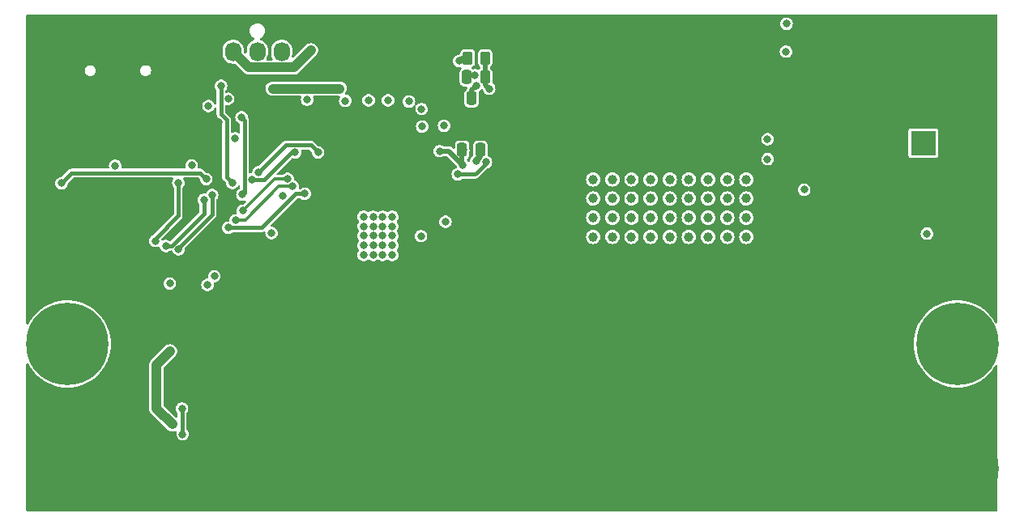
<source format=gbl>
G04 #@! TF.GenerationSoftware,KiCad,Pcbnew,7.0.7-7.0.7~ubuntu22.04.1*
G04 #@! TF.CreationDate,2024-03-15T11:13:54+01:00*
G04 #@! TF.ProjectId,kicad,6b696361-642e-46b6-9963-61645f706362,302*
G04 #@! TF.SameCoordinates,Original*
G04 #@! TF.FileFunction,Copper,L4,Bot*
G04 #@! TF.FilePolarity,Positive*
%FSLAX46Y46*%
G04 Gerber Fmt 4.6, Leading zero omitted, Abs format (unit mm)*
G04 Created by KiCad (PCBNEW 7.0.7-7.0.7~ubuntu22.04.1) date 2024-03-15 11:13:54*
%MOMM*%
%LPD*%
G01*
G04 APERTURE LIST*
G04 Aperture macros list*
%AMRoundRect*
0 Rectangle with rounded corners*
0 $1 Rounding radius*
0 $2 $3 $4 $5 $6 $7 $8 $9 X,Y pos of 4 corners*
0 Add a 4 corners polygon primitive as box body*
4,1,4,$2,$3,$4,$5,$6,$7,$8,$9,$2,$3,0*
0 Add four circle primitives for the rounded corners*
1,1,$1+$1,$2,$3*
1,1,$1+$1,$4,$5*
1,1,$1+$1,$6,$7*
1,1,$1+$1,$8,$9*
0 Add four rect primitives between the rounded corners*
20,1,$1+$1,$2,$3,$4,$5,0*
20,1,$1+$1,$4,$5,$6,$7,0*
20,1,$1+$1,$6,$7,$8,$9,0*
20,1,$1+$1,$8,$9,$2,$3,0*%
G04 Aperture macros list end*
G04 #@! TA.AperFunction,ComponentPad*
%ADD10R,2.600000X2.600000*%
G04 #@! TD*
G04 #@! TA.AperFunction,ComponentPad*
%ADD11C,2.600000*%
G04 #@! TD*
G04 #@! TA.AperFunction,ComponentPad*
%ADD12C,0.400000*%
G04 #@! TD*
G04 #@! TA.AperFunction,ComponentPad*
%ADD13O,1.000000X2.100000*%
G04 #@! TD*
G04 #@! TA.AperFunction,ComponentPad*
%ADD14O,1.000000X1.800000*%
G04 #@! TD*
G04 #@! TA.AperFunction,ComponentPad*
%ADD15R,1.730000X2.030000*%
G04 #@! TD*
G04 #@! TA.AperFunction,ComponentPad*
%ADD16O,1.730000X2.030000*%
G04 #@! TD*
G04 #@! TA.AperFunction,ComponentPad*
%ADD17C,0.900000*%
G04 #@! TD*
G04 #@! TA.AperFunction,ComponentPad*
%ADD18C,8.600000*%
G04 #@! TD*
G04 #@! TA.AperFunction,SMDPad,CuDef*
%ADD19RoundRect,0.250000X0.250000X0.475000X-0.250000X0.475000X-0.250000X-0.475000X0.250000X-0.475000X0*%
G04 #@! TD*
G04 #@! TA.AperFunction,SMDPad,CuDef*
%ADD20RoundRect,0.250000X-0.250000X-0.475000X0.250000X-0.475000X0.250000X0.475000X-0.250000X0.475000X0*%
G04 #@! TD*
G04 #@! TA.AperFunction,SMDPad,CuDef*
%ADD21RoundRect,0.250000X0.262500X0.450000X-0.262500X0.450000X-0.262500X-0.450000X0.262500X-0.450000X0*%
G04 #@! TD*
G04 #@! TA.AperFunction,ViaPad*
%ADD22C,0.800000*%
G04 #@! TD*
G04 #@! TA.AperFunction,ViaPad*
%ADD23C,1.000000*%
G04 #@! TD*
G04 #@! TA.AperFunction,Conductor*
%ADD24C,0.500000*%
G04 #@! TD*
G04 #@! TA.AperFunction,Conductor*
%ADD25C,0.300000*%
G04 #@! TD*
G04 #@! TA.AperFunction,Conductor*
%ADD26C,0.400000*%
G04 #@! TD*
G04 #@! TA.AperFunction,Conductor*
%ADD27C,1.000000*%
G04 #@! TD*
G04 APERTURE END LIST*
D10*
X150500000Y-73200000D03*
D11*
X150500000Y-67200000D03*
X145800000Y-70200000D03*
D12*
X103291800Y-72388000D03*
X104691800Y-72388000D03*
X106091800Y-72388000D03*
X102291800Y-71108000D03*
X103291800Y-71108000D03*
X104691800Y-71108000D03*
X106091800Y-71108000D03*
X107091800Y-71108000D03*
X103291800Y-69828000D03*
X104691800Y-69828000D03*
X106091800Y-69828000D03*
D13*
X70646000Y-66105000D03*
D14*
X70646000Y-61925000D03*
D13*
X62006000Y-66105000D03*
D14*
X62006000Y-61925000D03*
D15*
X75819000Y-63627000D03*
D16*
X78359000Y-63627000D03*
X80899000Y-63627000D03*
X83439000Y-63627000D03*
D17*
X61042000Y-97436000D03*
X154042000Y-97436000D03*
X58761581Y-96491419D03*
X63322419Y-96491419D03*
X151761581Y-96491419D03*
X156322419Y-96491419D03*
X57817000Y-94211000D03*
D18*
X61042000Y-94211000D03*
D17*
X64267000Y-94211000D03*
X150817000Y-94211000D03*
D18*
X154042000Y-94211000D03*
D17*
X157267000Y-94211000D03*
X58761581Y-91930581D03*
X63322419Y-91930581D03*
X151761581Y-91930581D03*
X156322419Y-91930581D03*
X61042000Y-90986000D03*
X154042000Y-90986000D03*
X61042000Y-110436000D03*
X154042000Y-110436000D03*
X58761581Y-109491419D03*
X63322419Y-109491419D03*
X151761581Y-109491419D03*
X156322419Y-109491419D03*
X57817000Y-107211000D03*
D18*
X61042000Y-107211000D03*
D17*
X64267000Y-107211000D03*
X150817000Y-107211000D03*
D18*
X154042000Y-107211000D03*
D17*
X157267000Y-107211000D03*
X58761581Y-104930581D03*
X63322419Y-104930581D03*
X151761581Y-104930581D03*
X156322419Y-104930581D03*
X61042000Y-103986000D03*
X154042000Y-103986000D03*
D19*
X104700000Y-66300000D03*
X102800000Y-66300000D03*
D20*
X102301000Y-73914000D03*
X104201000Y-73914000D03*
D19*
X103300000Y-68500000D03*
X101400000Y-68500000D03*
D21*
X104712500Y-64300000D03*
X102887500Y-64300000D03*
D22*
X124762800Y-71550000D03*
X145669000Y-79619000D03*
X129762800Y-71550000D03*
X130262800Y-70701600D03*
X109212800Y-70701600D03*
X114712800Y-71550000D03*
X116262800Y-70701600D03*
X66040000Y-83693000D03*
X98000000Y-85231000D03*
X112212800Y-70701600D03*
X121262800Y-70701600D03*
X126262800Y-70701600D03*
X120762800Y-71550000D03*
X125762800Y-71550000D03*
X114212800Y-70701600D03*
X69088000Y-106426000D03*
X71764600Y-97536000D03*
X81745250Y-83862750D03*
X82169000Y-70993000D03*
X110712800Y-71550000D03*
X156083000Y-83284000D03*
X98044000Y-75946000D03*
X123262800Y-70701600D03*
X118262800Y-70701600D03*
X147500000Y-80750000D03*
X128262800Y-70701600D03*
X122262800Y-70701600D03*
X127262800Y-70701600D03*
X65151000Y-101346000D03*
X148500000Y-80750000D03*
X146500000Y-80750000D03*
X118762800Y-71550000D03*
X115762800Y-71550000D03*
X74313250Y-73895750D03*
X111212800Y-70701600D03*
X121762800Y-71550000D03*
X130747600Y-71550000D03*
X70646000Y-68072000D03*
X125262800Y-70701600D03*
X113712800Y-71550000D03*
X61595000Y-79629000D03*
X113212800Y-70701600D03*
X126762800Y-71550000D03*
X145500000Y-80750000D03*
X128762800Y-71550000D03*
X117762800Y-71550000D03*
X122762800Y-71550000D03*
X141000000Y-61500000D03*
X119262800Y-70701600D03*
D23*
X85725000Y-80772000D03*
D22*
X86360000Y-66294000D03*
X124262800Y-70701600D03*
X110212800Y-70701600D03*
X79375000Y-69215000D03*
X111712800Y-71550000D03*
X80391000Y-88138000D03*
X76835000Y-70993000D03*
X148696200Y-79318520D03*
X127762800Y-71550000D03*
X120262800Y-70701600D03*
X116762800Y-71550000D03*
X112712800Y-71550000D03*
X117262800Y-70701600D03*
X109712800Y-71550000D03*
X129262800Y-70701600D03*
X149500000Y-80750000D03*
X123762800Y-71550000D03*
X119762800Y-71550000D03*
X115262800Y-70701600D03*
X62006000Y-68072000D03*
X100405646Y-71375741D03*
X92525200Y-68720400D03*
X96742400Y-68843608D03*
X90086800Y-68771200D03*
X103648100Y-66100000D03*
X94557200Y-68720400D03*
X99948994Y-74041227D03*
X102362764Y-75464962D03*
X103759000Y-75087100D03*
X85855810Y-78485665D03*
X104782487Y-75198019D03*
X77851000Y-82042000D03*
X101854000Y-76454000D03*
X136144000Y-63627000D03*
X150876000Y-82667000D03*
X86500000Y-63500000D03*
X136194800Y-60706000D03*
X105121200Y-67502080D03*
X98062400Y-69634800D03*
X134213600Y-74879200D03*
X134213600Y-72796400D03*
X98128200Y-71463600D03*
D23*
X130000000Y-79000000D03*
X130000000Y-83000000D03*
X132000000Y-79000000D03*
X128000000Y-83000000D03*
X118000000Y-77000000D03*
X126000000Y-77000000D03*
X124000000Y-77000000D03*
X132000000Y-81000000D03*
X122000000Y-79000000D03*
X120000000Y-79000000D03*
X124000000Y-83000000D03*
X132000000Y-83000000D03*
X120000000Y-77000000D03*
X122000000Y-81000000D03*
X120000000Y-83000000D03*
X130000000Y-77000000D03*
X124000000Y-81000000D03*
X128000000Y-79000000D03*
X118000000Y-79000000D03*
X120000000Y-81000000D03*
X130000000Y-81000000D03*
X116000000Y-83000000D03*
X116000000Y-77000000D03*
X126000000Y-81000000D03*
X126000000Y-79000000D03*
X124000000Y-79000000D03*
X116000000Y-79000000D03*
X118000000Y-83000000D03*
X122000000Y-77000000D03*
X128000000Y-77000000D03*
X128000000Y-81000000D03*
X118000000Y-81000000D03*
X126000000Y-83000000D03*
X116000000Y-81000000D03*
X132000000Y-77000000D03*
X122000000Y-83000000D03*
D22*
X93000000Y-80900000D03*
X93000000Y-84900000D03*
X75788500Y-69311500D03*
X92000000Y-81900000D03*
X76407000Y-87122000D03*
X95000000Y-80900000D03*
X93000000Y-81900000D03*
X83566000Y-78722000D03*
X78597200Y-72713088D03*
X86106000Y-68660000D03*
X82383500Y-82601000D03*
X94000000Y-80900000D03*
X95000000Y-82900000D03*
X71764600Y-94996000D03*
X72009000Y-102616000D03*
X71755000Y-87884000D03*
X93000000Y-82900000D03*
X95000000Y-84900000D03*
X92000000Y-83900000D03*
X94000000Y-84900000D03*
X98000000Y-82931000D03*
X66040000Y-75565000D03*
X94000000Y-83900000D03*
X93000000Y-83900000D03*
X94000000Y-82900000D03*
X92000000Y-82900000D03*
X95000000Y-81900000D03*
X74033500Y-75516000D03*
X77851000Y-68565000D03*
X92000000Y-80900000D03*
X92000000Y-84900000D03*
X75692000Y-88034500D03*
X95000000Y-83900000D03*
X94000000Y-81900000D03*
X70231000Y-83439000D03*
X72644000Y-77343000D03*
X75311000Y-79121000D03*
X71332062Y-83956649D03*
X76175970Y-78637030D03*
X72657935Y-84314065D03*
X79375000Y-80264000D03*
X84060482Y-76943425D03*
X73025000Y-100965000D03*
X84584078Y-77738986D03*
X78613000Y-81280000D03*
X73092899Y-103660211D03*
X102000000Y-64600000D03*
X100564000Y-81436000D03*
X103748620Y-67176509D03*
X89500000Y-67500000D03*
X138049000Y-78077000D03*
X82500000Y-67500000D03*
X84836000Y-74168000D03*
X80303652Y-77012800D03*
X87249000Y-74168000D03*
X81026000Y-76248900D03*
X75565000Y-76962000D03*
X60428400Y-77390600D03*
X79334722Y-78578000D03*
X79248000Y-70510400D03*
X78282800Y-77368400D03*
X77113400Y-67213100D03*
D24*
X101400000Y-68500000D02*
X102728000Y-69828000D01*
X102728000Y-69828000D02*
X103291800Y-69828000D01*
D25*
X103000000Y-66100000D02*
X102800000Y-66300000D01*
X103648100Y-66100000D02*
X103000000Y-66100000D01*
D24*
X102301000Y-75403198D02*
X102362764Y-75464962D01*
X102301000Y-73914000D02*
X102301000Y-75403198D01*
D25*
X102362764Y-75464962D02*
X102362764Y-74233236D01*
X102362764Y-74233236D02*
X102682000Y-73914000D01*
D24*
X100939029Y-74041227D02*
X99948994Y-74041227D01*
X102362764Y-75464962D02*
X100939029Y-74041227D01*
X104201000Y-73914000D02*
X104201000Y-74645100D01*
X104201000Y-74645100D02*
X103759000Y-75087100D01*
D25*
X103759000Y-74737000D02*
X104582000Y-73914000D01*
X103759000Y-75087100D02*
X103759000Y-74737000D01*
D26*
X81345119Y-82042000D02*
X77851000Y-82042000D01*
X104782487Y-75198019D02*
X104782487Y-75303513D01*
X85855810Y-78485665D02*
X84901454Y-78485665D01*
X104782487Y-75303513D02*
X103759000Y-76327000D01*
X103759000Y-76327000D02*
X103632000Y-76454000D01*
X103632000Y-76454000D02*
X101854000Y-76454000D01*
X84901454Y-78485665D02*
X81345119Y-82042000D01*
D27*
X78359000Y-63627000D02*
X80026400Y-65294400D01*
X84705600Y-65294400D02*
X86500000Y-63500000D01*
X80026400Y-65294400D02*
X84705600Y-65294400D01*
D24*
X104700000Y-67080880D02*
X105121200Y-67502080D01*
X104712500Y-66287500D02*
X104700000Y-66300000D01*
X104712500Y-64300000D02*
X104712500Y-66287500D01*
X104700000Y-66300000D02*
X104700000Y-67080880D01*
D27*
X72009000Y-102616000D02*
X70358000Y-100965000D01*
X70358000Y-96402600D02*
X71764600Y-94996000D01*
X70358000Y-100965000D02*
X70358000Y-96402600D01*
D26*
X72644000Y-80772000D02*
X70231000Y-83185000D01*
X70231000Y-83185000D02*
X70231000Y-83439000D01*
X72644000Y-77343000D02*
X72644000Y-80772000D01*
X75311000Y-79121000D02*
X75311000Y-80596945D01*
X75311000Y-80596945D02*
X71951296Y-83956649D01*
X71951296Y-83956649D02*
X71332062Y-83956649D01*
X76175970Y-78637030D02*
X76175970Y-80669030D01*
X76175970Y-80669030D02*
X72657935Y-84187065D01*
X72657935Y-84187065D02*
X72657935Y-84314065D01*
D25*
X82695575Y-76943425D02*
X84060482Y-76943425D01*
X79375000Y-80264000D02*
X82695575Y-76943425D01*
D26*
X73025000Y-100965000D02*
X73025000Y-103592312D01*
D25*
X83170014Y-77738986D02*
X84584078Y-77738986D01*
D26*
X73025000Y-103592312D02*
X73092899Y-103660211D01*
D25*
X78613000Y-81280000D02*
X79629000Y-81280000D01*
X79629000Y-81280000D02*
X83170014Y-77738986D01*
D24*
X103300000Y-67625129D02*
X103748620Y-67176509D01*
D27*
X82500000Y-67500000D02*
X89500000Y-67500000D01*
D24*
X102300000Y-64300000D02*
X102000000Y-64600000D01*
X103300000Y-68500000D02*
X103300000Y-67625129D01*
X102887500Y-64300000D02*
X102300000Y-64300000D01*
D26*
X84455000Y-74168000D02*
X84836000Y-74168000D01*
X80303652Y-77012800D02*
X81610200Y-77012800D01*
X81610200Y-77012800D02*
X84455000Y-74168000D01*
X86496600Y-73415600D02*
X87249000Y-74168000D01*
X81026000Y-76248900D02*
X83859300Y-73415600D01*
X83859300Y-73415600D02*
X86496600Y-73415600D01*
X75565000Y-76962000D02*
X74930000Y-76327000D01*
X61492000Y-76327000D02*
X60428400Y-77390600D01*
X74930000Y-76327000D02*
X61492000Y-76327000D01*
X79551752Y-70814152D02*
X79551752Y-78360970D01*
X79248000Y-70510400D02*
X79551752Y-70814152D01*
X79551752Y-78360970D02*
X79334722Y-78578000D01*
X77673200Y-76758800D02*
X78282800Y-77368400D01*
X77098600Y-70189800D02*
X77673200Y-70764400D01*
X77673200Y-70764400D02*
X77673200Y-76758800D01*
X77113400Y-67213100D02*
X77098600Y-67227900D01*
X77098600Y-67227900D02*
X77098600Y-70189800D01*
G04 #@! TA.AperFunction,Conductor*
G36*
X158192539Y-59770185D02*
G01*
X158238294Y-59822989D01*
X158249500Y-59874500D01*
X158249500Y-91935921D01*
X158229815Y-92002960D01*
X158177011Y-92048715D01*
X158107853Y-92058659D01*
X158044297Y-92029634D01*
X158017171Y-91996260D01*
X157915050Y-91812918D01*
X157915049Y-91812917D01*
X157915046Y-91812911D01*
X157677257Y-91465782D01*
X157677251Y-91465775D01*
X157677247Y-91465769D01*
X157408461Y-91142084D01*
X157408452Y-91142073D01*
X157110927Y-90844548D01*
X157110915Y-90844538D01*
X156787230Y-90575752D01*
X156787220Y-90575745D01*
X156787218Y-90575743D01*
X156440089Y-90337954D01*
X156440085Y-90337952D01*
X156440081Y-90337949D01*
X156072508Y-90133213D01*
X156072507Y-90133212D01*
X156072499Y-90133208D01*
X156072490Y-90133204D01*
X156072480Y-90133199D01*
X155687601Y-89963257D01*
X155687597Y-89963256D01*
X155687588Y-89963253D01*
X155687586Y-89963252D01*
X155288634Y-89829537D01*
X155288633Y-89829536D01*
X155288631Y-89829536D01*
X154879050Y-89733204D01*
X154879047Y-89733203D01*
X154879045Y-89733203D01*
X154651493Y-89701460D01*
X154462324Y-89675072D01*
X154462322Y-89675071D01*
X154462316Y-89675071D01*
X154042000Y-89655639D01*
X153621684Y-89675071D01*
X153621677Y-89675071D01*
X153621675Y-89675072D01*
X153204955Y-89733203D01*
X153204949Y-89733204D01*
X152795368Y-89829536D01*
X152396402Y-89963256D01*
X152396398Y-89963257D01*
X152011519Y-90133199D01*
X152011491Y-90133213D01*
X151643918Y-90337949D01*
X151643912Y-90337953D01*
X151296779Y-90575745D01*
X151296769Y-90575752D01*
X150973084Y-90844538D01*
X150973064Y-90844556D01*
X150675556Y-91142064D01*
X150675538Y-91142084D01*
X150406752Y-91465769D01*
X150406745Y-91465779D01*
X150168953Y-91812912D01*
X150168949Y-91812918D01*
X149964213Y-92180491D01*
X149964199Y-92180519D01*
X149794257Y-92565398D01*
X149794256Y-92565402D01*
X149660536Y-92964368D01*
X149564204Y-93373949D01*
X149564203Y-93373955D01*
X149506071Y-93790684D01*
X149486639Y-94211000D01*
X149506071Y-94631316D01*
X149506071Y-94631322D01*
X149506072Y-94631324D01*
X149564203Y-95048044D01*
X149564204Y-95048050D01*
X149660536Y-95457631D01*
X149794256Y-95856597D01*
X149794257Y-95856601D01*
X149964199Y-96241480D01*
X149964204Y-96241490D01*
X149964208Y-96241499D01*
X149964212Y-96241507D01*
X149964213Y-96241508D01*
X150168949Y-96609081D01*
X150168952Y-96609085D01*
X150168954Y-96609089D01*
X150406743Y-96956218D01*
X150406745Y-96956220D01*
X150406752Y-96956230D01*
X150675538Y-97279915D01*
X150675548Y-97279927D01*
X150973073Y-97577452D01*
X150973084Y-97577461D01*
X151296769Y-97846247D01*
X151296775Y-97846251D01*
X151296782Y-97846257D01*
X151643911Y-98084046D01*
X152011501Y-98288792D01*
X152011518Y-98288799D01*
X152011519Y-98288800D01*
X152396398Y-98458742D01*
X152396402Y-98458743D01*
X152396404Y-98458743D01*
X152396414Y-98458748D01*
X152795366Y-98592463D01*
X153204955Y-98688797D01*
X153621684Y-98746929D01*
X154042000Y-98766361D01*
X154462316Y-98746929D01*
X154879045Y-98688797D01*
X155288634Y-98592463D01*
X155687586Y-98458748D01*
X155687597Y-98458742D01*
X155687601Y-98458742D01*
X155924482Y-98354147D01*
X156072499Y-98288792D01*
X156440089Y-98084046D01*
X156787218Y-97846257D01*
X157110927Y-97577452D01*
X157408452Y-97279927D01*
X157677257Y-96956218D01*
X157915046Y-96609089D01*
X158017171Y-96425738D01*
X158066989Y-96376751D01*
X158135384Y-96362473D01*
X158200641Y-96387438D01*
X158242042Y-96443722D01*
X158249500Y-96486078D01*
X158249500Y-111625500D01*
X158229815Y-111692539D01*
X158177011Y-111738294D01*
X158125500Y-111749500D01*
X56874500Y-111749500D01*
X56807461Y-111729815D01*
X56761706Y-111677011D01*
X56750500Y-111625500D01*
X56750500Y-100943025D01*
X69602710Y-100943025D01*
X69607264Y-100995064D01*
X69607500Y-101000470D01*
X69607500Y-101008709D01*
X69611306Y-101041274D01*
X69618000Y-101117791D01*
X69619461Y-101124867D01*
X69619403Y-101124878D01*
X69621034Y-101132237D01*
X69621092Y-101132224D01*
X69622757Y-101139250D01*
X69649025Y-101211424D01*
X69673185Y-101284331D01*
X69676236Y-101290874D01*
X69676182Y-101290898D01*
X69679470Y-101297688D01*
X69679521Y-101297663D01*
X69682761Y-101304113D01*
X69682762Y-101304114D01*
X69682763Y-101304117D01*
X69724965Y-101368283D01*
X69765287Y-101433655D01*
X69769766Y-101439319D01*
X69769719Y-101439356D01*
X69774482Y-101445202D01*
X69774528Y-101445164D01*
X69779173Y-101450700D01*
X69835018Y-101503386D01*
X71509217Y-103177585D01*
X71509221Y-103177588D01*
X71509224Y-103177591D01*
X71612323Y-103259111D01*
X71771328Y-103333257D01*
X71771329Y-103333257D01*
X71771331Y-103333258D01*
X71857236Y-103350995D01*
X71943145Y-103368734D01*
X72118513Y-103363631D01*
X72287976Y-103318223D01*
X72295579Y-103314123D01*
X72363926Y-103299631D01*
X72429261Y-103324391D01*
X72470839Y-103380544D01*
X72475457Y-103450260D01*
X72470373Y-103467237D01*
X72456662Y-103503389D01*
X72456662Y-103503391D01*
X72437621Y-103660210D01*
X72437621Y-103660211D01*
X72456661Y-103817029D01*
X72512679Y-103964734D01*
X72602416Y-104094741D01*
X72720659Y-104199494D01*
X72720661Y-104199495D01*
X72860533Y-104272907D01*
X73013913Y-104310711D01*
X73013914Y-104310711D01*
X73171884Y-104310711D01*
X73325264Y-104272907D01*
X73325264Y-104272906D01*
X73465139Y-104199494D01*
X73583382Y-104094741D01*
X73673119Y-103964734D01*
X73729136Y-103817029D01*
X73748177Y-103660211D01*
X73729136Y-103503393D01*
X73729135Y-103503391D01*
X73707891Y-103447375D01*
X73673119Y-103355688D01*
X73583382Y-103225681D01*
X73583381Y-103225679D01*
X73534567Y-103182434D01*
X73517272Y-103167113D01*
X73480147Y-103107925D01*
X73475500Y-103074298D01*
X73475500Y-101490759D01*
X73495185Y-101423720D01*
X73510846Y-101405444D01*
X73510509Y-101405145D01*
X73515481Y-101399532D01*
X73515481Y-101399531D01*
X73515483Y-101399530D01*
X73605220Y-101269523D01*
X73661237Y-101121818D01*
X73680278Y-100965000D01*
X73661237Y-100808182D01*
X73605220Y-100660477D01*
X73515483Y-100530470D01*
X73397240Y-100425717D01*
X73397238Y-100425716D01*
X73397237Y-100425715D01*
X73257365Y-100352303D01*
X73103986Y-100314500D01*
X73103985Y-100314500D01*
X72946015Y-100314500D01*
X72946014Y-100314500D01*
X72792634Y-100352303D01*
X72652762Y-100425715D01*
X72534516Y-100530471D01*
X72444781Y-100660475D01*
X72444780Y-100660476D01*
X72388762Y-100808181D01*
X72369722Y-100964999D01*
X72369722Y-100965000D01*
X72388762Y-101121818D01*
X72422746Y-101211424D01*
X72444780Y-101269523D01*
X72485051Y-101327865D01*
X72534518Y-101399532D01*
X72539491Y-101405145D01*
X72538044Y-101406426D01*
X72569850Y-101457120D01*
X72574500Y-101490759D01*
X72574500Y-101820770D01*
X72554815Y-101887809D01*
X72502011Y-101933564D01*
X72432853Y-101943508D01*
X72369297Y-101914483D01*
X72362819Y-101908451D01*
X71144819Y-100690450D01*
X71111334Y-100629127D01*
X71108500Y-100602769D01*
X71108500Y-96764830D01*
X71128185Y-96697791D01*
X71144819Y-96677149D01*
X72326185Y-95495783D01*
X72326185Y-95495782D01*
X72326191Y-95495777D01*
X72407711Y-95392677D01*
X72481857Y-95233673D01*
X72517334Y-95061856D01*
X72512231Y-94886487D01*
X72466823Y-94717024D01*
X72466823Y-94717023D01*
X72383558Y-94562599D01*
X72266926Y-94431541D01*
X72266923Y-94431539D01*
X72123212Y-94330912D01*
X72123209Y-94330910D01*
X72123204Y-94330908D01*
X71960170Y-94266138D01*
X71786570Y-94240710D01*
X71611804Y-94256000D01*
X71445268Y-94311185D01*
X71445263Y-94311187D01*
X71295943Y-94403289D01*
X69872358Y-95826872D01*
X69858729Y-95838651D01*
X69839468Y-95852990D01*
X69805898Y-95892997D01*
X69802253Y-95896976D01*
X69796409Y-95902822D01*
X69776059Y-95928559D01*
X69726695Y-95987389D01*
X69722729Y-95993419D01*
X69722682Y-95993388D01*
X69718630Y-95999747D01*
X69718679Y-95999777D01*
X69714889Y-96005921D01*
X69682424Y-96075541D01*
X69647960Y-96144166D01*
X69645488Y-96150957D01*
X69645432Y-96150936D01*
X69642960Y-96158050D01*
X69643015Y-96158069D01*
X69640742Y-96164927D01*
X69632974Y-96202545D01*
X69625207Y-96240165D01*
X69618556Y-96268229D01*
X69607498Y-96314886D01*
X69606661Y-96322054D01*
X69606601Y-96322047D01*
X69605835Y-96329545D01*
X69605895Y-96329551D01*
X69605265Y-96336740D01*
X69607500Y-96413516D01*
X69607500Y-100901294D01*
X69606191Y-100919263D01*
X69602710Y-100943025D01*
X56750500Y-100943025D01*
X56750500Y-96335268D01*
X56770185Y-96268229D01*
X56822989Y-96222474D01*
X56892147Y-96212530D01*
X56955703Y-96241555D01*
X56982826Y-96274926D01*
X57060021Y-96413516D01*
X57168949Y-96609081D01*
X57168952Y-96609085D01*
X57168954Y-96609089D01*
X57406743Y-96956218D01*
X57406745Y-96956220D01*
X57406752Y-96956230D01*
X57675538Y-97279915D01*
X57675548Y-97279927D01*
X57973073Y-97577452D01*
X57973084Y-97577461D01*
X58296769Y-97846247D01*
X58296775Y-97846251D01*
X58296782Y-97846257D01*
X58643911Y-98084046D01*
X59011501Y-98288792D01*
X59011518Y-98288799D01*
X59011519Y-98288800D01*
X59396398Y-98458742D01*
X59396402Y-98458743D01*
X59396404Y-98458743D01*
X59396414Y-98458748D01*
X59795366Y-98592463D01*
X60204955Y-98688797D01*
X60621684Y-98746929D01*
X61042000Y-98766361D01*
X61462316Y-98746929D01*
X61879045Y-98688797D01*
X62288634Y-98592463D01*
X62687586Y-98458748D01*
X62687597Y-98458742D01*
X62687601Y-98458742D01*
X62924482Y-98354147D01*
X63072499Y-98288792D01*
X63440089Y-98084046D01*
X63787218Y-97846257D01*
X64110927Y-97577452D01*
X64408452Y-97279927D01*
X64677257Y-96956218D01*
X64915046Y-96609089D01*
X65119792Y-96241499D01*
X65231994Y-95987386D01*
X65289742Y-95856601D01*
X65289743Y-95856597D01*
X65289748Y-95856586D01*
X65423463Y-95457634D01*
X65519797Y-95048045D01*
X65577929Y-94631316D01*
X65597361Y-94211000D01*
X65577929Y-93790684D01*
X65519797Y-93373955D01*
X65423463Y-92964366D01*
X65289748Y-92565414D01*
X65289743Y-92565402D01*
X65289742Y-92565398D01*
X65119800Y-92180519D01*
X65119799Y-92180518D01*
X65119792Y-92180501D01*
X64915046Y-91812911D01*
X64677257Y-91465782D01*
X64677251Y-91465775D01*
X64677247Y-91465769D01*
X64408461Y-91142084D01*
X64408452Y-91142073D01*
X64110927Y-90844548D01*
X64110915Y-90844538D01*
X63787230Y-90575752D01*
X63787220Y-90575745D01*
X63787218Y-90575743D01*
X63440089Y-90337954D01*
X63440085Y-90337952D01*
X63440081Y-90337949D01*
X63072508Y-90133213D01*
X63072507Y-90133212D01*
X63072499Y-90133208D01*
X63072490Y-90133204D01*
X63072480Y-90133199D01*
X62687601Y-89963257D01*
X62687597Y-89963256D01*
X62687588Y-89963253D01*
X62687586Y-89963252D01*
X62288634Y-89829537D01*
X62288633Y-89829536D01*
X62288631Y-89829536D01*
X61879050Y-89733204D01*
X61879047Y-89733203D01*
X61879045Y-89733203D01*
X61651493Y-89701460D01*
X61462324Y-89675072D01*
X61462322Y-89675071D01*
X61462316Y-89675071D01*
X61042000Y-89655639D01*
X61041999Y-89655639D01*
X61011161Y-89657064D01*
X60621684Y-89675071D01*
X60621677Y-89675071D01*
X60621675Y-89675072D01*
X60204955Y-89733203D01*
X60204949Y-89733204D01*
X59795368Y-89829536D01*
X59396402Y-89963256D01*
X59396398Y-89963257D01*
X59011519Y-90133199D01*
X59011491Y-90133213D01*
X58643918Y-90337949D01*
X58643912Y-90337953D01*
X58296779Y-90575745D01*
X58296769Y-90575752D01*
X57973084Y-90844538D01*
X57973064Y-90844556D01*
X57675556Y-91142064D01*
X57675538Y-91142084D01*
X57406752Y-91465769D01*
X57406745Y-91465779D01*
X57168953Y-91812912D01*
X57168949Y-91812918D01*
X56982829Y-92147070D01*
X56933011Y-92196058D01*
X56864615Y-92210336D01*
X56799358Y-92185370D01*
X56757958Y-92129087D01*
X56750500Y-92086731D01*
X56750500Y-87884000D01*
X71099722Y-87884000D01*
X71118762Y-88040818D01*
X71174779Y-88188522D01*
X71174780Y-88188523D01*
X71264517Y-88318530D01*
X71382760Y-88423283D01*
X71382762Y-88423284D01*
X71522634Y-88496696D01*
X71676014Y-88534500D01*
X71676015Y-88534500D01*
X71833985Y-88534500D01*
X71987365Y-88496696D01*
X72040081Y-88469028D01*
X72127240Y-88423283D01*
X72245483Y-88318530D01*
X72335220Y-88188523D01*
X72391237Y-88040818D01*
X72392004Y-88034500D01*
X75036722Y-88034500D01*
X75055762Y-88191318D01*
X75104007Y-88318528D01*
X75111780Y-88339023D01*
X75201517Y-88469030D01*
X75319760Y-88573783D01*
X75319762Y-88573784D01*
X75459634Y-88647196D01*
X75613014Y-88685000D01*
X75613015Y-88685000D01*
X75770985Y-88685000D01*
X75924365Y-88647196D01*
X75924364Y-88647196D01*
X76064240Y-88573783D01*
X76182483Y-88469030D01*
X76272220Y-88339023D01*
X76328237Y-88191318D01*
X76347278Y-88034500D01*
X76332337Y-87911446D01*
X76343798Y-87842523D01*
X76390702Y-87790737D01*
X76455433Y-87772500D01*
X76485985Y-87772500D01*
X76639365Y-87734696D01*
X76648360Y-87729975D01*
X76779240Y-87661283D01*
X76897483Y-87556530D01*
X76987220Y-87426523D01*
X77043237Y-87278818D01*
X77062278Y-87122000D01*
X77043237Y-86965182D01*
X76987220Y-86817477D01*
X76897483Y-86687470D01*
X76779240Y-86582717D01*
X76779238Y-86582716D01*
X76779237Y-86582715D01*
X76639365Y-86509303D01*
X76485986Y-86471500D01*
X76485985Y-86471500D01*
X76328015Y-86471500D01*
X76328014Y-86471500D01*
X76174634Y-86509303D01*
X76034762Y-86582715D01*
X75916516Y-86687471D01*
X75826781Y-86817475D01*
X75826780Y-86817476D01*
X75770762Y-86965181D01*
X75751722Y-87121999D01*
X75751722Y-87122000D01*
X75766663Y-87245054D01*
X75755202Y-87313977D01*
X75708298Y-87365763D01*
X75643567Y-87384000D01*
X75613014Y-87384000D01*
X75459634Y-87421803D01*
X75319762Y-87495215D01*
X75201516Y-87599971D01*
X75111781Y-87729975D01*
X75111780Y-87729976D01*
X75055762Y-87877681D01*
X75036722Y-88034499D01*
X75036722Y-88034500D01*
X72392004Y-88034500D01*
X72410278Y-87884000D01*
X72391237Y-87727182D01*
X72335220Y-87579477D01*
X72245483Y-87449470D01*
X72127240Y-87344717D01*
X72127238Y-87344716D01*
X72127237Y-87344715D01*
X71987365Y-87271303D01*
X71833986Y-87233500D01*
X71833985Y-87233500D01*
X71676015Y-87233500D01*
X71676014Y-87233500D01*
X71522634Y-87271303D01*
X71382762Y-87344715D01*
X71264516Y-87449471D01*
X71174781Y-87579475D01*
X71174780Y-87579476D01*
X71118762Y-87727181D01*
X71099722Y-87883999D01*
X71099722Y-87884000D01*
X56750500Y-87884000D01*
X56750500Y-77390600D01*
X59773122Y-77390600D01*
X59792162Y-77547418D01*
X59848180Y-77695123D01*
X59937917Y-77825130D01*
X60056160Y-77929883D01*
X60056162Y-77929884D01*
X60196034Y-78003296D01*
X60349414Y-78041100D01*
X60349415Y-78041100D01*
X60507385Y-78041100D01*
X60660765Y-78003296D01*
X60672763Y-77996999D01*
X60800640Y-77929883D01*
X60918883Y-77825130D01*
X61008620Y-77695123D01*
X61064637Y-77547418D01*
X61081032Y-77412389D01*
X61108654Y-77348212D01*
X61116436Y-77339666D01*
X61642283Y-76813819D01*
X61703607Y-76780334D01*
X61729965Y-76777500D01*
X72007657Y-76777500D01*
X72074696Y-76797185D01*
X72120451Y-76849989D01*
X72130395Y-76919147D01*
X72109707Y-76971940D01*
X72063781Y-77038475D01*
X72063780Y-77038476D01*
X72007762Y-77186181D01*
X71988722Y-77342999D01*
X71988722Y-77343000D01*
X72007762Y-77499818D01*
X72055426Y-77625496D01*
X72063780Y-77647523D01*
X72099805Y-77699715D01*
X72153518Y-77777532D01*
X72158491Y-77783145D01*
X72157044Y-77784426D01*
X72188850Y-77835120D01*
X72193500Y-77868759D01*
X72193500Y-80534034D01*
X72173815Y-80601073D01*
X72157181Y-80621715D01*
X69932805Y-82846091D01*
X69927618Y-82850726D01*
X69889769Y-82880912D01*
X69888800Y-82879698D01*
X69870059Y-82893786D01*
X69858764Y-82899714D01*
X69858760Y-82899717D01*
X69745561Y-83000002D01*
X69740516Y-83004471D01*
X69650781Y-83134475D01*
X69650780Y-83134476D01*
X69594762Y-83282181D01*
X69575722Y-83438999D01*
X69575722Y-83439000D01*
X69594762Y-83595818D01*
X69648046Y-83736313D01*
X69650780Y-83743523D01*
X69740517Y-83873530D01*
X69858760Y-83978283D01*
X69858762Y-83978284D01*
X69998634Y-84051696D01*
X70152014Y-84089500D01*
X70152015Y-84089500D01*
X70309985Y-84089500D01*
X70463365Y-84051696D01*
X70515779Y-84024187D01*
X70584287Y-84010461D01*
X70649340Y-84035953D01*
X70690285Y-84092569D01*
X70693513Y-84106312D01*
X70694030Y-84106185D01*
X70695824Y-84113467D01*
X70730357Y-84204521D01*
X70751842Y-84261172D01*
X70841579Y-84391179D01*
X70959822Y-84495932D01*
X70959824Y-84495933D01*
X71099696Y-84569345D01*
X71253076Y-84607149D01*
X71253077Y-84607149D01*
X71411047Y-84607149D01*
X71564427Y-84569345D01*
X71564426Y-84569345D01*
X71704302Y-84495932D01*
X71769318Y-84438332D01*
X71832552Y-84408612D01*
X71851545Y-84407149D01*
X71911936Y-84407149D01*
X71978975Y-84426834D01*
X72024730Y-84479638D01*
X72027876Y-84487174D01*
X72077715Y-84618588D01*
X72167452Y-84748595D01*
X72285695Y-84853348D01*
X72285697Y-84853349D01*
X72425569Y-84926761D01*
X72578949Y-84964565D01*
X72578950Y-84964565D01*
X72736920Y-84964565D01*
X72890300Y-84926761D01*
X72941288Y-84900000D01*
X91344722Y-84900000D01*
X91363762Y-85056818D01*
X91419780Y-85204523D01*
X91509517Y-85334530D01*
X91627760Y-85439283D01*
X91627762Y-85439284D01*
X91767634Y-85512696D01*
X91921014Y-85550500D01*
X91921015Y-85550500D01*
X92078985Y-85550500D01*
X92232365Y-85512696D01*
X92372237Y-85439285D01*
X92372238Y-85439283D01*
X92372240Y-85439283D01*
X92417774Y-85398943D01*
X92481004Y-85369224D01*
X92550268Y-85378406D01*
X92582225Y-85398944D01*
X92627759Y-85439282D01*
X92627761Y-85439284D01*
X92767634Y-85512696D01*
X92921014Y-85550500D01*
X92921015Y-85550500D01*
X93078985Y-85550500D01*
X93232365Y-85512696D01*
X93372237Y-85439285D01*
X93372238Y-85439283D01*
X93372240Y-85439283D01*
X93417774Y-85398943D01*
X93481006Y-85369223D01*
X93550270Y-85378407D01*
X93582224Y-85398942D01*
X93616890Y-85429653D01*
X93627762Y-85439285D01*
X93767634Y-85512696D01*
X93921014Y-85550500D01*
X93921015Y-85550500D01*
X94078985Y-85550500D01*
X94232365Y-85512696D01*
X94372237Y-85439285D01*
X94372238Y-85439283D01*
X94372240Y-85439283D01*
X94417774Y-85398943D01*
X94481004Y-85369224D01*
X94550268Y-85378406D01*
X94582225Y-85398944D01*
X94627759Y-85439282D01*
X94627761Y-85439284D01*
X94767634Y-85512696D01*
X94921014Y-85550500D01*
X94921015Y-85550500D01*
X95078985Y-85550500D01*
X95232365Y-85512696D01*
X95232364Y-85512696D01*
X95372240Y-85439283D01*
X95490483Y-85334530D01*
X95580220Y-85204523D01*
X95636237Y-85056818D01*
X95655278Y-84900000D01*
X95649614Y-84853348D01*
X95636237Y-84743181D01*
X95588985Y-84618589D01*
X95580220Y-84595477D01*
X95505467Y-84487178D01*
X95493913Y-84470439D01*
X95472030Y-84404084D01*
X95489496Y-84336433D01*
X95493887Y-84329597D01*
X95580220Y-84204523D01*
X95636237Y-84056818D01*
X95655278Y-83900000D01*
X95636279Y-83743523D01*
X95636237Y-83743181D01*
X95580349Y-83595818D01*
X95580220Y-83595477D01*
X95493912Y-83470438D01*
X95472030Y-83404086D01*
X95489495Y-83336434D01*
X95493905Y-83329571D01*
X95580220Y-83204523D01*
X95636237Y-83056818D01*
X95651514Y-82931000D01*
X97344722Y-82931000D01*
X97363762Y-83087818D01*
X97419780Y-83235523D01*
X97509517Y-83365530D01*
X97627760Y-83470283D01*
X97627762Y-83470284D01*
X97767634Y-83543696D01*
X97921014Y-83581500D01*
X97921015Y-83581500D01*
X98078985Y-83581500D01*
X98232365Y-83543696D01*
X98232364Y-83543696D01*
X98372240Y-83470283D01*
X98490483Y-83365530D01*
X98580220Y-83235523D01*
X98636237Y-83087818D01*
X98646900Y-83000002D01*
X115244751Y-83000002D01*
X115263685Y-83168056D01*
X115319545Y-83327694D01*
X115319547Y-83327697D01*
X115409518Y-83470884D01*
X115409523Y-83470890D01*
X115529109Y-83590476D01*
X115529115Y-83590481D01*
X115672302Y-83680452D01*
X115672305Y-83680454D01*
X115672309Y-83680455D01*
X115672310Y-83680456D01*
X115744913Y-83705860D01*
X115831943Y-83736314D01*
X115999997Y-83755249D01*
X116000000Y-83755249D01*
X116000003Y-83755249D01*
X116168056Y-83736314D01*
X116168059Y-83736313D01*
X116327690Y-83680456D01*
X116327692Y-83680454D01*
X116327694Y-83680454D01*
X116327697Y-83680452D01*
X116470884Y-83590481D01*
X116470885Y-83590480D01*
X116470890Y-83590477D01*
X116590477Y-83470890D01*
X116590858Y-83470284D01*
X116680452Y-83327697D01*
X116680454Y-83327694D01*
X116680454Y-83327692D01*
X116680456Y-83327690D01*
X116736313Y-83168059D01*
X116736313Y-83168058D01*
X116736314Y-83168056D01*
X116755249Y-83000002D01*
X117244751Y-83000002D01*
X117263685Y-83168056D01*
X117319545Y-83327694D01*
X117319547Y-83327697D01*
X117409518Y-83470884D01*
X117409523Y-83470890D01*
X117529109Y-83590476D01*
X117529115Y-83590481D01*
X117672302Y-83680452D01*
X117672305Y-83680454D01*
X117672309Y-83680455D01*
X117672310Y-83680456D01*
X117744913Y-83705860D01*
X117831943Y-83736314D01*
X117999997Y-83755249D01*
X118000000Y-83755249D01*
X118000003Y-83755249D01*
X118168056Y-83736314D01*
X118168059Y-83736313D01*
X118327690Y-83680456D01*
X118327692Y-83680454D01*
X118327694Y-83680454D01*
X118327697Y-83680452D01*
X118470884Y-83590481D01*
X118470885Y-83590480D01*
X118470890Y-83590477D01*
X118590477Y-83470890D01*
X118590858Y-83470284D01*
X118680452Y-83327697D01*
X118680454Y-83327694D01*
X118680454Y-83327692D01*
X118680456Y-83327690D01*
X118736313Y-83168059D01*
X118736313Y-83168058D01*
X118736314Y-83168056D01*
X118755249Y-83000002D01*
X119244751Y-83000002D01*
X119263685Y-83168056D01*
X119319545Y-83327694D01*
X119319547Y-83327697D01*
X119409518Y-83470884D01*
X119409523Y-83470890D01*
X119529109Y-83590476D01*
X119529115Y-83590481D01*
X119672302Y-83680452D01*
X119672305Y-83680454D01*
X119672309Y-83680455D01*
X119672310Y-83680456D01*
X119744913Y-83705860D01*
X119831943Y-83736314D01*
X119999997Y-83755249D01*
X120000000Y-83755249D01*
X120000003Y-83755249D01*
X120168056Y-83736314D01*
X120168059Y-83736313D01*
X120327690Y-83680456D01*
X120327692Y-83680454D01*
X120327694Y-83680454D01*
X120327697Y-83680452D01*
X120470884Y-83590481D01*
X120470885Y-83590480D01*
X120470890Y-83590477D01*
X120590477Y-83470890D01*
X120590858Y-83470284D01*
X120680452Y-83327697D01*
X120680454Y-83327694D01*
X120680454Y-83327692D01*
X120680456Y-83327690D01*
X120736313Y-83168059D01*
X120736313Y-83168058D01*
X120736314Y-83168056D01*
X120755249Y-83000002D01*
X121244751Y-83000002D01*
X121263685Y-83168056D01*
X121319545Y-83327694D01*
X121319547Y-83327697D01*
X121409518Y-83470884D01*
X121409523Y-83470890D01*
X121529109Y-83590476D01*
X121529115Y-83590481D01*
X121672302Y-83680452D01*
X121672305Y-83680454D01*
X121672309Y-83680455D01*
X121672310Y-83680456D01*
X121744913Y-83705860D01*
X121831943Y-83736314D01*
X121999997Y-83755249D01*
X122000000Y-83755249D01*
X122000003Y-83755249D01*
X122168056Y-83736314D01*
X122168059Y-83736313D01*
X122327690Y-83680456D01*
X122327692Y-83680454D01*
X122327694Y-83680454D01*
X122327697Y-83680452D01*
X122470884Y-83590481D01*
X122470885Y-83590480D01*
X122470890Y-83590477D01*
X122590477Y-83470890D01*
X122590858Y-83470284D01*
X122680452Y-83327697D01*
X122680454Y-83327694D01*
X122680454Y-83327692D01*
X122680456Y-83327690D01*
X122736313Y-83168059D01*
X122736313Y-83168058D01*
X122736314Y-83168056D01*
X122755249Y-83000002D01*
X123244751Y-83000002D01*
X123263685Y-83168056D01*
X123319545Y-83327694D01*
X123319547Y-83327697D01*
X123409518Y-83470884D01*
X123409523Y-83470890D01*
X123529109Y-83590476D01*
X123529115Y-83590481D01*
X123672302Y-83680452D01*
X123672305Y-83680454D01*
X123672309Y-83680455D01*
X123672310Y-83680456D01*
X123744913Y-83705860D01*
X123831943Y-83736314D01*
X123999997Y-83755249D01*
X124000000Y-83755249D01*
X124000003Y-83755249D01*
X124168056Y-83736314D01*
X124168059Y-83736313D01*
X124327690Y-83680456D01*
X124327692Y-83680454D01*
X124327694Y-83680454D01*
X124327697Y-83680452D01*
X124470884Y-83590481D01*
X124470885Y-83590480D01*
X124470890Y-83590477D01*
X124590477Y-83470890D01*
X124590858Y-83470284D01*
X124680452Y-83327697D01*
X124680454Y-83327694D01*
X124680454Y-83327692D01*
X124680456Y-83327690D01*
X124736313Y-83168059D01*
X124736313Y-83168058D01*
X124736314Y-83168056D01*
X124755249Y-83000002D01*
X125244751Y-83000002D01*
X125263685Y-83168056D01*
X125319545Y-83327694D01*
X125319547Y-83327697D01*
X125409518Y-83470884D01*
X125409523Y-83470890D01*
X125529109Y-83590476D01*
X125529115Y-83590481D01*
X125672302Y-83680452D01*
X125672305Y-83680454D01*
X125672309Y-83680455D01*
X125672310Y-83680456D01*
X125744913Y-83705860D01*
X125831943Y-83736314D01*
X125999997Y-83755249D01*
X126000000Y-83755249D01*
X126000003Y-83755249D01*
X126168056Y-83736314D01*
X126168059Y-83736313D01*
X126327690Y-83680456D01*
X126327692Y-83680454D01*
X126327694Y-83680454D01*
X126327697Y-83680452D01*
X126470884Y-83590481D01*
X126470885Y-83590480D01*
X126470890Y-83590477D01*
X126590477Y-83470890D01*
X126590858Y-83470284D01*
X126680452Y-83327697D01*
X126680454Y-83327694D01*
X126680454Y-83327692D01*
X126680456Y-83327690D01*
X126736313Y-83168059D01*
X126736313Y-83168058D01*
X126736314Y-83168056D01*
X126755249Y-83000002D01*
X127244751Y-83000002D01*
X127263685Y-83168056D01*
X127319545Y-83327694D01*
X127319547Y-83327697D01*
X127409518Y-83470884D01*
X127409523Y-83470890D01*
X127529109Y-83590476D01*
X127529115Y-83590481D01*
X127672302Y-83680452D01*
X127672305Y-83680454D01*
X127672309Y-83680455D01*
X127672310Y-83680456D01*
X127744913Y-83705860D01*
X127831943Y-83736314D01*
X127999997Y-83755249D01*
X128000000Y-83755249D01*
X128000003Y-83755249D01*
X128168056Y-83736314D01*
X128168059Y-83736313D01*
X128327690Y-83680456D01*
X128327692Y-83680454D01*
X128327694Y-83680454D01*
X128327697Y-83680452D01*
X128470884Y-83590481D01*
X128470885Y-83590480D01*
X128470890Y-83590477D01*
X128590477Y-83470890D01*
X128590858Y-83470284D01*
X128680452Y-83327697D01*
X128680454Y-83327694D01*
X128680454Y-83327692D01*
X128680456Y-83327690D01*
X128736313Y-83168059D01*
X128736313Y-83168058D01*
X128736314Y-83168056D01*
X128755249Y-83000002D01*
X129244751Y-83000002D01*
X129263685Y-83168056D01*
X129319545Y-83327694D01*
X129319547Y-83327697D01*
X129409518Y-83470884D01*
X129409523Y-83470890D01*
X129529109Y-83590476D01*
X129529115Y-83590481D01*
X129672302Y-83680452D01*
X129672305Y-83680454D01*
X129672309Y-83680455D01*
X129672310Y-83680456D01*
X129744913Y-83705860D01*
X129831943Y-83736314D01*
X129999997Y-83755249D01*
X130000000Y-83755249D01*
X130000003Y-83755249D01*
X130168056Y-83736314D01*
X130168059Y-83736313D01*
X130327690Y-83680456D01*
X130327692Y-83680454D01*
X130327694Y-83680454D01*
X130327697Y-83680452D01*
X130470884Y-83590481D01*
X130470885Y-83590480D01*
X130470890Y-83590477D01*
X130590477Y-83470890D01*
X130590858Y-83470284D01*
X130680452Y-83327697D01*
X130680454Y-83327694D01*
X130680454Y-83327692D01*
X130680456Y-83327690D01*
X130736313Y-83168059D01*
X130736313Y-83168058D01*
X130736314Y-83168056D01*
X130755249Y-83000002D01*
X131244751Y-83000002D01*
X131263685Y-83168056D01*
X131319545Y-83327694D01*
X131319547Y-83327697D01*
X131409518Y-83470884D01*
X131409523Y-83470890D01*
X131529109Y-83590476D01*
X131529115Y-83590481D01*
X131672302Y-83680452D01*
X131672305Y-83680454D01*
X131672309Y-83680455D01*
X131672310Y-83680456D01*
X131744913Y-83705860D01*
X131831943Y-83736314D01*
X131999997Y-83755249D01*
X132000000Y-83755249D01*
X132000003Y-83755249D01*
X132168056Y-83736314D01*
X132168059Y-83736313D01*
X132327690Y-83680456D01*
X132327692Y-83680454D01*
X132327694Y-83680454D01*
X132327697Y-83680452D01*
X132470884Y-83590481D01*
X132470885Y-83590480D01*
X132470890Y-83590477D01*
X132590477Y-83470890D01*
X132590858Y-83470284D01*
X132680452Y-83327697D01*
X132680454Y-83327694D01*
X132680454Y-83327692D01*
X132680456Y-83327690D01*
X132736313Y-83168059D01*
X132736313Y-83168058D01*
X132736314Y-83168056D01*
X132755249Y-83000002D01*
X132755249Y-82999997D01*
X132736314Y-82831943D01*
X132680454Y-82672305D01*
X132680452Y-82672302D01*
X132677121Y-82667000D01*
X150220722Y-82667000D01*
X150239762Y-82823818D01*
X150295780Y-82971522D01*
X150295780Y-82971523D01*
X150385517Y-83101530D01*
X150503760Y-83206283D01*
X150503762Y-83206284D01*
X150643634Y-83279696D01*
X150797014Y-83317500D01*
X150797015Y-83317500D01*
X150954985Y-83317500D01*
X151108365Y-83279696D01*
X151162087Y-83251500D01*
X151248240Y-83206283D01*
X151366483Y-83101530D01*
X151456220Y-82971523D01*
X151512237Y-82823818D01*
X151531278Y-82667000D01*
X151526358Y-82626475D01*
X151512237Y-82510181D01*
X151487222Y-82444222D01*
X151456220Y-82362477D01*
X151366483Y-82232470D01*
X151248240Y-82127717D01*
X151248238Y-82127716D01*
X151248237Y-82127715D01*
X151108365Y-82054303D01*
X150954986Y-82016500D01*
X150954985Y-82016500D01*
X150797015Y-82016500D01*
X150797014Y-82016500D01*
X150643634Y-82054303D01*
X150503762Y-82127715D01*
X150385516Y-82232471D01*
X150295781Y-82362475D01*
X150295780Y-82362476D01*
X150239762Y-82510181D01*
X150220722Y-82666999D01*
X150220722Y-82667000D01*
X132677121Y-82667000D01*
X132590481Y-82529115D01*
X132590476Y-82529109D01*
X132470890Y-82409523D01*
X132470884Y-82409518D01*
X132327697Y-82319547D01*
X132327694Y-82319545D01*
X132168056Y-82263685D01*
X132000003Y-82244751D01*
X131999997Y-82244751D01*
X131831943Y-82263685D01*
X131672305Y-82319545D01*
X131672302Y-82319547D01*
X131529115Y-82409518D01*
X131529109Y-82409523D01*
X131409523Y-82529109D01*
X131409518Y-82529115D01*
X131319547Y-82672302D01*
X131319545Y-82672305D01*
X131263685Y-82831943D01*
X131244751Y-82999997D01*
X131244751Y-83000002D01*
X130755249Y-83000002D01*
X130755249Y-82999997D01*
X130736314Y-82831943D01*
X130680454Y-82672305D01*
X130680452Y-82672302D01*
X130590481Y-82529115D01*
X130590476Y-82529109D01*
X130470890Y-82409523D01*
X130470884Y-82409518D01*
X130327697Y-82319547D01*
X130327694Y-82319545D01*
X130168056Y-82263685D01*
X130000003Y-82244751D01*
X129999997Y-82244751D01*
X129831943Y-82263685D01*
X129672305Y-82319545D01*
X129672302Y-82319547D01*
X129529115Y-82409518D01*
X129529109Y-82409523D01*
X129409523Y-82529109D01*
X129409518Y-82529115D01*
X129319547Y-82672302D01*
X129319545Y-82672305D01*
X129263685Y-82831943D01*
X129244751Y-82999997D01*
X129244751Y-83000002D01*
X128755249Y-83000002D01*
X128755249Y-82999997D01*
X128736314Y-82831943D01*
X128680454Y-82672305D01*
X128680452Y-82672302D01*
X128590481Y-82529115D01*
X128590476Y-82529109D01*
X128470890Y-82409523D01*
X128470884Y-82409518D01*
X128327697Y-82319547D01*
X128327694Y-82319545D01*
X128168056Y-82263685D01*
X128000003Y-82244751D01*
X127999997Y-82244751D01*
X127831943Y-82263685D01*
X127672305Y-82319545D01*
X127672302Y-82319547D01*
X127529115Y-82409518D01*
X127529109Y-82409523D01*
X127409523Y-82529109D01*
X127409518Y-82529115D01*
X127319547Y-82672302D01*
X127319545Y-82672305D01*
X127263685Y-82831943D01*
X127244751Y-82999997D01*
X127244751Y-83000002D01*
X126755249Y-83000002D01*
X126755249Y-82999997D01*
X126736314Y-82831943D01*
X126680454Y-82672305D01*
X126680452Y-82672302D01*
X126590481Y-82529115D01*
X126590476Y-82529109D01*
X126470890Y-82409523D01*
X126470884Y-82409518D01*
X126327697Y-82319547D01*
X126327694Y-82319545D01*
X126168056Y-82263685D01*
X126000003Y-82244751D01*
X125999997Y-82244751D01*
X125831943Y-82263685D01*
X125672305Y-82319545D01*
X125672302Y-82319547D01*
X125529115Y-82409518D01*
X125529109Y-82409523D01*
X125409523Y-82529109D01*
X125409518Y-82529115D01*
X125319547Y-82672302D01*
X125319545Y-82672305D01*
X125263685Y-82831943D01*
X125244751Y-82999997D01*
X125244751Y-83000002D01*
X124755249Y-83000002D01*
X124755249Y-82999997D01*
X124736314Y-82831943D01*
X124680454Y-82672305D01*
X124680452Y-82672302D01*
X124590481Y-82529115D01*
X124590476Y-82529109D01*
X124470890Y-82409523D01*
X124470884Y-82409518D01*
X124327697Y-82319547D01*
X124327694Y-82319545D01*
X124168056Y-82263685D01*
X124000003Y-82244751D01*
X123999997Y-82244751D01*
X123831943Y-82263685D01*
X123672305Y-82319545D01*
X123672302Y-82319547D01*
X123529115Y-82409518D01*
X123529109Y-82409523D01*
X123409523Y-82529109D01*
X123409518Y-82529115D01*
X123319547Y-82672302D01*
X123319545Y-82672305D01*
X123263685Y-82831943D01*
X123244751Y-82999997D01*
X123244751Y-83000002D01*
X122755249Y-83000002D01*
X122755249Y-82999997D01*
X122736314Y-82831943D01*
X122680454Y-82672305D01*
X122680452Y-82672302D01*
X122590481Y-82529115D01*
X122590476Y-82529109D01*
X122470890Y-82409523D01*
X122470884Y-82409518D01*
X122327697Y-82319547D01*
X122327694Y-82319545D01*
X122168056Y-82263685D01*
X122000003Y-82244751D01*
X121999997Y-82244751D01*
X121831943Y-82263685D01*
X121672305Y-82319545D01*
X121672302Y-82319547D01*
X121529115Y-82409518D01*
X121529109Y-82409523D01*
X121409523Y-82529109D01*
X121409518Y-82529115D01*
X121319547Y-82672302D01*
X121319545Y-82672305D01*
X121263685Y-82831943D01*
X121244751Y-82999997D01*
X121244751Y-83000002D01*
X120755249Y-83000002D01*
X120755249Y-82999997D01*
X120736314Y-82831943D01*
X120680454Y-82672305D01*
X120680452Y-82672302D01*
X120590481Y-82529115D01*
X120590476Y-82529109D01*
X120470890Y-82409523D01*
X120470884Y-82409518D01*
X120327697Y-82319547D01*
X120327694Y-82319545D01*
X120168056Y-82263685D01*
X120000003Y-82244751D01*
X119999997Y-82244751D01*
X119831943Y-82263685D01*
X119672305Y-82319545D01*
X119672302Y-82319547D01*
X119529115Y-82409518D01*
X119529109Y-82409523D01*
X119409523Y-82529109D01*
X119409518Y-82529115D01*
X119319547Y-82672302D01*
X119319545Y-82672305D01*
X119263685Y-82831943D01*
X119244751Y-82999997D01*
X119244751Y-83000002D01*
X118755249Y-83000002D01*
X118755249Y-82999997D01*
X118736314Y-82831943D01*
X118680454Y-82672305D01*
X118680452Y-82672302D01*
X118590481Y-82529115D01*
X118590476Y-82529109D01*
X118470890Y-82409523D01*
X118470884Y-82409518D01*
X118327697Y-82319547D01*
X118327694Y-82319545D01*
X118168056Y-82263685D01*
X118000003Y-82244751D01*
X117999997Y-82244751D01*
X117831943Y-82263685D01*
X117672305Y-82319545D01*
X117672302Y-82319547D01*
X117529115Y-82409518D01*
X117529109Y-82409523D01*
X117409523Y-82529109D01*
X117409518Y-82529115D01*
X117319547Y-82672302D01*
X117319545Y-82672305D01*
X117263685Y-82831943D01*
X117244751Y-82999997D01*
X117244751Y-83000002D01*
X116755249Y-83000002D01*
X116755249Y-82999997D01*
X116736314Y-82831943D01*
X116680454Y-82672305D01*
X116680452Y-82672302D01*
X116590481Y-82529115D01*
X116590476Y-82529109D01*
X116470890Y-82409523D01*
X116470884Y-82409518D01*
X116327697Y-82319547D01*
X116327694Y-82319545D01*
X116168056Y-82263685D01*
X116000003Y-82244751D01*
X115999997Y-82244751D01*
X115831943Y-82263685D01*
X115672305Y-82319545D01*
X115672302Y-82319547D01*
X115529115Y-82409518D01*
X115529109Y-82409523D01*
X115409523Y-82529109D01*
X115409518Y-82529115D01*
X115319547Y-82672302D01*
X115319545Y-82672305D01*
X115263685Y-82831943D01*
X115244751Y-82999997D01*
X115244751Y-83000002D01*
X98646900Y-83000002D01*
X98655278Y-82931000D01*
X98650760Y-82893786D01*
X98636237Y-82774181D01*
X98590922Y-82654696D01*
X98580220Y-82626477D01*
X98490483Y-82496470D01*
X98372240Y-82391717D01*
X98372238Y-82391716D01*
X98372237Y-82391715D01*
X98232365Y-82318303D01*
X98078986Y-82280500D01*
X98078985Y-82280500D01*
X97921015Y-82280500D01*
X97921014Y-82280500D01*
X97767634Y-82318303D01*
X97627762Y-82391715D01*
X97509516Y-82496471D01*
X97419781Y-82626475D01*
X97419780Y-82626476D01*
X97363762Y-82774181D01*
X97344722Y-82930999D01*
X97344722Y-82931000D01*
X95651514Y-82931000D01*
X95655278Y-82900000D01*
X95654524Y-82893786D01*
X95636237Y-82743181D01*
X95602679Y-82654696D01*
X95580220Y-82595477D01*
X95493912Y-82470438D01*
X95472030Y-82404086D01*
X95489495Y-82336434D01*
X95493905Y-82329571D01*
X95580220Y-82204523D01*
X95636237Y-82056818D01*
X95655278Y-81900000D01*
X95651700Y-81870528D01*
X95636237Y-81743181D01*
X95612447Y-81680452D01*
X95580220Y-81595477D01*
X95493912Y-81470438D01*
X95482555Y-81436000D01*
X99908722Y-81436000D01*
X99927762Y-81592818D01*
X99982183Y-81736313D01*
X99983780Y-81740523D01*
X100073517Y-81870530D01*
X100191760Y-81975283D01*
X100191762Y-81975284D01*
X100331634Y-82048696D01*
X100485014Y-82086500D01*
X100485015Y-82086500D01*
X100642985Y-82086500D01*
X100796365Y-82048696D01*
X100809125Y-82041999D01*
X100936240Y-81975283D01*
X101054483Y-81870530D01*
X101144220Y-81740523D01*
X101200237Y-81592818D01*
X101219278Y-81436000D01*
X101212457Y-81379819D01*
X101200237Y-81279181D01*
X101171923Y-81204523D01*
X101144220Y-81131477D01*
X101054483Y-81001470D01*
X101052826Y-81000002D01*
X115244751Y-81000002D01*
X115263685Y-81168056D01*
X115319545Y-81327694D01*
X115319547Y-81327697D01*
X115409518Y-81470884D01*
X115409523Y-81470890D01*
X115529109Y-81590476D01*
X115529115Y-81590481D01*
X115672302Y-81680452D01*
X115672305Y-81680454D01*
X115672309Y-81680455D01*
X115672310Y-81680456D01*
X115744913Y-81705860D01*
X115831943Y-81736314D01*
X115999997Y-81755249D01*
X116000000Y-81755249D01*
X116000003Y-81755249D01*
X116168056Y-81736314D01*
X116168059Y-81736313D01*
X116327690Y-81680456D01*
X116327692Y-81680454D01*
X116327694Y-81680454D01*
X116327697Y-81680452D01*
X116470884Y-81590481D01*
X116470885Y-81590480D01*
X116470890Y-81590477D01*
X116590477Y-81470890D01*
X116595079Y-81463566D01*
X116680452Y-81327697D01*
X116680454Y-81327694D01*
X116680454Y-81327692D01*
X116680456Y-81327690D01*
X116736313Y-81168059D01*
X116736313Y-81168058D01*
X116736314Y-81168056D01*
X116755249Y-81000002D01*
X117244751Y-81000002D01*
X117263685Y-81168056D01*
X117319545Y-81327694D01*
X117319547Y-81327697D01*
X117409518Y-81470884D01*
X117409523Y-81470890D01*
X117529109Y-81590476D01*
X117529115Y-81590481D01*
X117672302Y-81680452D01*
X117672305Y-81680454D01*
X117672309Y-81680455D01*
X117672310Y-81680456D01*
X117744913Y-81705860D01*
X117831943Y-81736314D01*
X117999997Y-81755249D01*
X118000000Y-81755249D01*
X118000003Y-81755249D01*
X118168056Y-81736314D01*
X118168059Y-81736313D01*
X118327690Y-81680456D01*
X118327692Y-81680454D01*
X118327694Y-81680454D01*
X118327697Y-81680452D01*
X118470884Y-81590481D01*
X118470885Y-81590480D01*
X118470890Y-81590477D01*
X118590477Y-81470890D01*
X118595079Y-81463566D01*
X118680452Y-81327697D01*
X118680454Y-81327694D01*
X118680454Y-81327692D01*
X118680456Y-81327690D01*
X118736313Y-81168059D01*
X118736313Y-81168058D01*
X118736314Y-81168056D01*
X118755249Y-81000002D01*
X119244751Y-81000002D01*
X119263685Y-81168056D01*
X119319545Y-81327694D01*
X119319547Y-81327697D01*
X119409518Y-81470884D01*
X119409523Y-81470890D01*
X119529109Y-81590476D01*
X119529115Y-81590481D01*
X119672302Y-81680452D01*
X119672305Y-81680454D01*
X119672309Y-81680455D01*
X119672310Y-81680456D01*
X119744913Y-81705860D01*
X119831943Y-81736314D01*
X119999997Y-81755249D01*
X120000000Y-81755249D01*
X120000003Y-81755249D01*
X120168056Y-81736314D01*
X120168059Y-81736313D01*
X120327690Y-81680456D01*
X120327692Y-81680454D01*
X120327694Y-81680454D01*
X120327697Y-81680452D01*
X120470884Y-81590481D01*
X120470885Y-81590480D01*
X120470890Y-81590477D01*
X120590477Y-81470890D01*
X120595079Y-81463566D01*
X120680452Y-81327697D01*
X120680454Y-81327694D01*
X120680454Y-81327692D01*
X120680456Y-81327690D01*
X120736313Y-81168059D01*
X120736313Y-81168058D01*
X120736314Y-81168056D01*
X120755249Y-81000002D01*
X121244751Y-81000002D01*
X121263685Y-81168056D01*
X121319545Y-81327694D01*
X121319547Y-81327697D01*
X121409518Y-81470884D01*
X121409523Y-81470890D01*
X121529109Y-81590476D01*
X121529115Y-81590481D01*
X121672302Y-81680452D01*
X121672305Y-81680454D01*
X121672309Y-81680455D01*
X121672310Y-81680456D01*
X121744913Y-81705860D01*
X121831943Y-81736314D01*
X121999997Y-81755249D01*
X122000000Y-81755249D01*
X122000003Y-81755249D01*
X122168056Y-81736314D01*
X122168059Y-81736313D01*
X122327690Y-81680456D01*
X122327692Y-81680454D01*
X122327694Y-81680454D01*
X122327697Y-81680452D01*
X122470884Y-81590481D01*
X122470885Y-81590480D01*
X122470890Y-81590477D01*
X122590477Y-81470890D01*
X122595079Y-81463566D01*
X122680452Y-81327697D01*
X122680454Y-81327694D01*
X122680454Y-81327692D01*
X122680456Y-81327690D01*
X122736313Y-81168059D01*
X122736313Y-81168058D01*
X122736314Y-81168056D01*
X122755249Y-81000002D01*
X123244751Y-81000002D01*
X123263685Y-81168056D01*
X123319545Y-81327694D01*
X123319547Y-81327697D01*
X123409518Y-81470884D01*
X123409523Y-81470890D01*
X123529109Y-81590476D01*
X123529115Y-81590481D01*
X123672302Y-81680452D01*
X123672305Y-81680454D01*
X123672309Y-81680455D01*
X123672310Y-81680456D01*
X123744913Y-81705860D01*
X123831943Y-81736314D01*
X123999997Y-81755249D01*
X124000000Y-81755249D01*
X124000003Y-81755249D01*
X124168056Y-81736314D01*
X124168059Y-81736313D01*
X124327690Y-81680456D01*
X124327692Y-81680454D01*
X124327694Y-81680454D01*
X124327697Y-81680452D01*
X124470884Y-81590481D01*
X124470885Y-81590480D01*
X124470890Y-81590477D01*
X124590477Y-81470890D01*
X124595079Y-81463566D01*
X124680452Y-81327697D01*
X124680454Y-81327694D01*
X124680454Y-81327692D01*
X124680456Y-81327690D01*
X124736313Y-81168059D01*
X124736313Y-81168058D01*
X124736314Y-81168056D01*
X124755249Y-81000002D01*
X125244751Y-81000002D01*
X125263685Y-81168056D01*
X125319545Y-81327694D01*
X125319547Y-81327697D01*
X125409518Y-81470884D01*
X125409523Y-81470890D01*
X125529109Y-81590476D01*
X125529115Y-81590481D01*
X125672302Y-81680452D01*
X125672305Y-81680454D01*
X125672309Y-81680455D01*
X125672310Y-81680456D01*
X125744913Y-81705860D01*
X125831943Y-81736314D01*
X125999997Y-81755249D01*
X126000000Y-81755249D01*
X126000003Y-81755249D01*
X126168056Y-81736314D01*
X126168059Y-81736313D01*
X126327690Y-81680456D01*
X126327692Y-81680454D01*
X126327694Y-81680454D01*
X126327697Y-81680452D01*
X126470884Y-81590481D01*
X126470885Y-81590480D01*
X126470890Y-81590477D01*
X126590477Y-81470890D01*
X126595079Y-81463566D01*
X126680452Y-81327697D01*
X126680454Y-81327694D01*
X126680454Y-81327692D01*
X126680456Y-81327690D01*
X126736313Y-81168059D01*
X126736313Y-81168058D01*
X126736314Y-81168056D01*
X126755249Y-81000002D01*
X127244751Y-81000002D01*
X127263685Y-81168056D01*
X127319545Y-81327694D01*
X127319547Y-81327697D01*
X127409518Y-81470884D01*
X127409523Y-81470890D01*
X127529109Y-81590476D01*
X127529115Y-81590481D01*
X127672302Y-81680452D01*
X127672305Y-81680454D01*
X127672309Y-81680455D01*
X127672310Y-81680456D01*
X127744913Y-81705860D01*
X127831943Y-81736314D01*
X127999997Y-81755249D01*
X128000000Y-81755249D01*
X128000003Y-81755249D01*
X128168056Y-81736314D01*
X128168059Y-81736313D01*
X128327690Y-81680456D01*
X128327692Y-81680454D01*
X128327694Y-81680454D01*
X128327697Y-81680452D01*
X128470884Y-81590481D01*
X128470885Y-81590480D01*
X128470890Y-81590477D01*
X128590477Y-81470890D01*
X128595079Y-81463566D01*
X128680452Y-81327697D01*
X128680454Y-81327694D01*
X128680454Y-81327692D01*
X128680456Y-81327690D01*
X128736313Y-81168059D01*
X128736313Y-81168058D01*
X128736314Y-81168056D01*
X128755249Y-81000002D01*
X129244751Y-81000002D01*
X129263685Y-81168056D01*
X129319545Y-81327694D01*
X129319547Y-81327697D01*
X129409518Y-81470884D01*
X129409523Y-81470890D01*
X129529109Y-81590476D01*
X129529115Y-81590481D01*
X129672302Y-81680452D01*
X129672305Y-81680454D01*
X129672309Y-81680455D01*
X129672310Y-81680456D01*
X129744913Y-81705860D01*
X129831943Y-81736314D01*
X129999997Y-81755249D01*
X130000000Y-81755249D01*
X130000003Y-81755249D01*
X130168056Y-81736314D01*
X130168059Y-81736313D01*
X130327690Y-81680456D01*
X130327692Y-81680454D01*
X130327694Y-81680454D01*
X130327697Y-81680452D01*
X130470884Y-81590481D01*
X130470885Y-81590480D01*
X130470890Y-81590477D01*
X130590477Y-81470890D01*
X130595079Y-81463566D01*
X130680452Y-81327697D01*
X130680454Y-81327694D01*
X130680454Y-81327692D01*
X130680456Y-81327690D01*
X130736313Y-81168059D01*
X130736313Y-81168058D01*
X130736314Y-81168056D01*
X130755249Y-81000002D01*
X131244751Y-81000002D01*
X131263685Y-81168056D01*
X131319545Y-81327694D01*
X131319547Y-81327697D01*
X131409518Y-81470884D01*
X131409523Y-81470890D01*
X131529109Y-81590476D01*
X131529115Y-81590481D01*
X131672302Y-81680452D01*
X131672305Y-81680454D01*
X131672309Y-81680455D01*
X131672310Y-81680456D01*
X131744913Y-81705860D01*
X131831943Y-81736314D01*
X131999997Y-81755249D01*
X132000000Y-81755249D01*
X132000003Y-81755249D01*
X132168056Y-81736314D01*
X132168059Y-81736313D01*
X132327690Y-81680456D01*
X132327692Y-81680454D01*
X132327694Y-81680454D01*
X132327697Y-81680452D01*
X132470884Y-81590481D01*
X132470885Y-81590480D01*
X132470890Y-81590477D01*
X132590477Y-81470890D01*
X132595079Y-81463566D01*
X132680452Y-81327697D01*
X132680454Y-81327694D01*
X132680454Y-81327692D01*
X132680456Y-81327690D01*
X132736313Y-81168059D01*
X132736313Y-81168058D01*
X132736314Y-81168056D01*
X132755249Y-81000002D01*
X132755249Y-80999997D01*
X132736314Y-80831943D01*
X132694260Y-80711761D01*
X132680456Y-80672310D01*
X132680455Y-80672309D01*
X132680454Y-80672305D01*
X132680452Y-80672302D01*
X132590481Y-80529115D01*
X132590476Y-80529109D01*
X132470890Y-80409523D01*
X132470884Y-80409518D01*
X132327697Y-80319547D01*
X132327694Y-80319545D01*
X132168056Y-80263685D01*
X132000003Y-80244751D01*
X131999997Y-80244751D01*
X131831943Y-80263685D01*
X131672305Y-80319545D01*
X131672302Y-80319547D01*
X131529115Y-80409518D01*
X131529109Y-80409523D01*
X131409523Y-80529109D01*
X131409518Y-80529115D01*
X131319547Y-80672302D01*
X131319545Y-80672305D01*
X131263685Y-80831943D01*
X131244751Y-80999997D01*
X131244751Y-81000002D01*
X130755249Y-81000002D01*
X130755249Y-80999997D01*
X130736314Y-80831943D01*
X130694260Y-80711761D01*
X130680456Y-80672310D01*
X130680455Y-80672309D01*
X130680454Y-80672305D01*
X130680452Y-80672302D01*
X130590481Y-80529115D01*
X130590476Y-80529109D01*
X130470890Y-80409523D01*
X130470884Y-80409518D01*
X130327697Y-80319547D01*
X130327694Y-80319545D01*
X130168056Y-80263685D01*
X130000003Y-80244751D01*
X129999997Y-80244751D01*
X129831943Y-80263685D01*
X129672305Y-80319545D01*
X129672302Y-80319547D01*
X129529115Y-80409518D01*
X129529109Y-80409523D01*
X129409523Y-80529109D01*
X129409518Y-80529115D01*
X129319547Y-80672302D01*
X129319545Y-80672305D01*
X129263685Y-80831943D01*
X129244751Y-80999997D01*
X129244751Y-81000002D01*
X128755249Y-81000002D01*
X128755249Y-80999997D01*
X128736314Y-80831943D01*
X128694260Y-80711761D01*
X128680456Y-80672310D01*
X128680455Y-80672309D01*
X128680454Y-80672305D01*
X128680452Y-80672302D01*
X128590481Y-80529115D01*
X128590476Y-80529109D01*
X128470890Y-80409523D01*
X128470884Y-80409518D01*
X128327697Y-80319547D01*
X128327694Y-80319545D01*
X128168056Y-80263685D01*
X128000003Y-80244751D01*
X127999997Y-80244751D01*
X127831943Y-80263685D01*
X127672305Y-80319545D01*
X127672302Y-80319547D01*
X127529115Y-80409518D01*
X127529109Y-80409523D01*
X127409523Y-80529109D01*
X127409518Y-80529115D01*
X127319547Y-80672302D01*
X127319545Y-80672305D01*
X127263685Y-80831943D01*
X127244751Y-80999997D01*
X127244751Y-81000002D01*
X126755249Y-81000002D01*
X126755249Y-80999997D01*
X126736314Y-80831943D01*
X126694260Y-80711761D01*
X126680456Y-80672310D01*
X126680455Y-80672309D01*
X126680454Y-80672305D01*
X126680452Y-80672302D01*
X126590481Y-80529115D01*
X126590476Y-80529109D01*
X126470890Y-80409523D01*
X126470884Y-80409518D01*
X126327697Y-80319547D01*
X126327694Y-80319545D01*
X126168056Y-80263685D01*
X126000003Y-80244751D01*
X125999997Y-80244751D01*
X125831943Y-80263685D01*
X125672305Y-80319545D01*
X125672302Y-80319547D01*
X125529115Y-80409518D01*
X125529109Y-80409523D01*
X125409523Y-80529109D01*
X125409518Y-80529115D01*
X125319547Y-80672302D01*
X125319545Y-80672305D01*
X125263685Y-80831943D01*
X125244751Y-80999997D01*
X125244751Y-81000002D01*
X124755249Y-81000002D01*
X124755249Y-80999997D01*
X124736314Y-80831943D01*
X124694260Y-80711761D01*
X124680456Y-80672310D01*
X124680455Y-80672309D01*
X124680454Y-80672305D01*
X124680452Y-80672302D01*
X124590481Y-80529115D01*
X124590476Y-80529109D01*
X124470890Y-80409523D01*
X124470884Y-80409518D01*
X124327697Y-80319547D01*
X124327694Y-80319545D01*
X124168056Y-80263685D01*
X124000003Y-80244751D01*
X123999997Y-80244751D01*
X123831943Y-80263685D01*
X123672305Y-80319545D01*
X123672302Y-80319547D01*
X123529115Y-80409518D01*
X123529109Y-80409523D01*
X123409523Y-80529109D01*
X123409518Y-80529115D01*
X123319547Y-80672302D01*
X123319545Y-80672305D01*
X123263685Y-80831943D01*
X123244751Y-80999997D01*
X123244751Y-81000002D01*
X122755249Y-81000002D01*
X122755249Y-80999997D01*
X122736314Y-80831943D01*
X122694260Y-80711761D01*
X122680456Y-80672310D01*
X122680455Y-80672309D01*
X122680454Y-80672305D01*
X122680452Y-80672302D01*
X122590481Y-80529115D01*
X122590476Y-80529109D01*
X122470890Y-80409523D01*
X122470884Y-80409518D01*
X122327697Y-80319547D01*
X122327694Y-80319545D01*
X122168056Y-80263685D01*
X122000003Y-80244751D01*
X121999997Y-80244751D01*
X121831943Y-80263685D01*
X121672305Y-80319545D01*
X121672302Y-80319547D01*
X121529115Y-80409518D01*
X121529109Y-80409523D01*
X121409523Y-80529109D01*
X121409518Y-80529115D01*
X121319547Y-80672302D01*
X121319545Y-80672305D01*
X121263685Y-80831943D01*
X121244751Y-80999997D01*
X121244751Y-81000002D01*
X120755249Y-81000002D01*
X120755249Y-80999997D01*
X120736314Y-80831943D01*
X120694260Y-80711761D01*
X120680456Y-80672310D01*
X120680455Y-80672309D01*
X120680454Y-80672305D01*
X120680452Y-80672302D01*
X120590481Y-80529115D01*
X120590476Y-80529109D01*
X120470890Y-80409523D01*
X120470884Y-80409518D01*
X120327697Y-80319547D01*
X120327694Y-80319545D01*
X120168056Y-80263685D01*
X120000003Y-80244751D01*
X119999997Y-80244751D01*
X119831943Y-80263685D01*
X119672305Y-80319545D01*
X119672302Y-80319547D01*
X119529115Y-80409518D01*
X119529109Y-80409523D01*
X119409523Y-80529109D01*
X119409518Y-80529115D01*
X119319547Y-80672302D01*
X119319545Y-80672305D01*
X119263685Y-80831943D01*
X119244751Y-80999997D01*
X119244751Y-81000002D01*
X118755249Y-81000002D01*
X118755249Y-80999997D01*
X118736314Y-80831943D01*
X118694260Y-80711761D01*
X118680456Y-80672310D01*
X118680455Y-80672309D01*
X118680454Y-80672305D01*
X118680452Y-80672302D01*
X118590481Y-80529115D01*
X118590476Y-80529109D01*
X118470890Y-80409523D01*
X118470884Y-80409518D01*
X118327697Y-80319547D01*
X118327694Y-80319545D01*
X118168056Y-80263685D01*
X118000003Y-80244751D01*
X117999997Y-80244751D01*
X117831943Y-80263685D01*
X117672305Y-80319545D01*
X117672302Y-80319547D01*
X117529115Y-80409518D01*
X117529109Y-80409523D01*
X117409523Y-80529109D01*
X117409518Y-80529115D01*
X117319547Y-80672302D01*
X117319545Y-80672305D01*
X117263685Y-80831943D01*
X117244751Y-80999997D01*
X117244751Y-81000002D01*
X116755249Y-81000002D01*
X116755249Y-80999997D01*
X116736314Y-80831943D01*
X116694260Y-80711761D01*
X116680456Y-80672310D01*
X116680455Y-80672309D01*
X116680454Y-80672305D01*
X116680452Y-80672302D01*
X116590481Y-80529115D01*
X116590476Y-80529109D01*
X116470890Y-80409523D01*
X116470884Y-80409518D01*
X116327697Y-80319547D01*
X116327694Y-80319545D01*
X116168056Y-80263685D01*
X116000003Y-80244751D01*
X115999997Y-80244751D01*
X115831943Y-80263685D01*
X115672305Y-80319545D01*
X115672302Y-80319547D01*
X115529115Y-80409518D01*
X115529109Y-80409523D01*
X115409523Y-80529109D01*
X115409518Y-80529115D01*
X115319547Y-80672302D01*
X115319545Y-80672305D01*
X115263685Y-80831943D01*
X115244751Y-80999997D01*
X115244751Y-81000002D01*
X101052826Y-81000002D01*
X100936240Y-80896717D01*
X100936238Y-80896716D01*
X100936237Y-80896715D01*
X100796365Y-80823303D01*
X100642986Y-80785500D01*
X100642985Y-80785500D01*
X100485015Y-80785500D01*
X100485014Y-80785500D01*
X100331634Y-80823303D01*
X100191762Y-80896715D01*
X100191759Y-80896717D01*
X100191760Y-80896717D01*
X100102859Y-80975476D01*
X100073516Y-81001471D01*
X99983781Y-81131475D01*
X99983780Y-81131476D01*
X99927762Y-81279181D01*
X99908722Y-81435999D01*
X99908722Y-81436000D01*
X95482555Y-81436000D01*
X95472030Y-81404086D01*
X95489495Y-81336434D01*
X95493905Y-81329571D01*
X95580220Y-81204523D01*
X95636237Y-81056818D01*
X95655278Y-80900000D01*
X95652449Y-80876696D01*
X95636237Y-80743181D01*
X95591993Y-80626520D01*
X95580220Y-80595477D01*
X95490483Y-80465470D01*
X95372240Y-80360717D01*
X95372238Y-80360716D01*
X95372237Y-80360715D01*
X95232365Y-80287303D01*
X95078986Y-80249500D01*
X95078985Y-80249500D01*
X94921015Y-80249500D01*
X94921014Y-80249500D01*
X94767634Y-80287303D01*
X94627761Y-80360715D01*
X94627759Y-80360717D01*
X94582226Y-80401055D01*
X94518992Y-80430776D01*
X94449729Y-80421592D01*
X94417774Y-80401055D01*
X94372240Y-80360717D01*
X94372238Y-80360715D01*
X94232365Y-80287303D01*
X94078986Y-80249500D01*
X94078985Y-80249500D01*
X93921015Y-80249500D01*
X93921014Y-80249500D01*
X93767634Y-80287303D01*
X93627761Y-80360715D01*
X93627759Y-80360717D01*
X93582224Y-80401056D01*
X93518990Y-80430776D01*
X93449727Y-80421591D01*
X93417774Y-80401056D01*
X93372240Y-80360717D01*
X93372237Y-80360714D01*
X93232365Y-80287303D01*
X93078986Y-80249500D01*
X93078985Y-80249500D01*
X92921015Y-80249500D01*
X92921014Y-80249500D01*
X92767634Y-80287303D01*
X92627761Y-80360715D01*
X92627759Y-80360717D01*
X92582226Y-80401055D01*
X92518992Y-80430776D01*
X92449729Y-80421592D01*
X92417774Y-80401055D01*
X92372240Y-80360717D01*
X92372238Y-80360715D01*
X92232365Y-80287303D01*
X92078986Y-80249500D01*
X92078985Y-80249500D01*
X91921015Y-80249500D01*
X91921014Y-80249500D01*
X91767634Y-80287303D01*
X91627762Y-80360715D01*
X91627759Y-80360717D01*
X91627760Y-80360717D01*
X91513965Y-80461530D01*
X91509516Y-80465471D01*
X91419781Y-80595475D01*
X91419780Y-80595476D01*
X91363762Y-80743181D01*
X91344722Y-80899999D01*
X91344722Y-80900000D01*
X91363762Y-81056818D01*
X91419780Y-81204523D01*
X91419781Y-81204524D01*
X91506086Y-81329560D01*
X91527969Y-81395915D01*
X91510503Y-81463566D01*
X91506086Y-81470440D01*
X91419781Y-81595475D01*
X91419780Y-81595476D01*
X91363762Y-81743181D01*
X91344722Y-81899999D01*
X91344722Y-81900000D01*
X91363762Y-82056818D01*
X91419780Y-82204523D01*
X91419781Y-82204524D01*
X91506086Y-82329560D01*
X91527969Y-82395915D01*
X91510503Y-82463566D01*
X91506086Y-82470440D01*
X91419781Y-82595475D01*
X91419780Y-82595476D01*
X91363762Y-82743181D01*
X91344722Y-82899999D01*
X91344722Y-82900000D01*
X91363762Y-83056818D01*
X91419780Y-83204523D01*
X91419781Y-83204524D01*
X91506086Y-83329560D01*
X91527969Y-83395915D01*
X91510503Y-83463566D01*
X91506086Y-83470440D01*
X91419781Y-83595475D01*
X91419780Y-83595476D01*
X91363762Y-83743181D01*
X91344722Y-83899999D01*
X91344722Y-83900000D01*
X91363762Y-84056818D01*
X91419779Y-84204521D01*
X91419780Y-84204523D01*
X91458882Y-84261172D01*
X91506086Y-84329559D01*
X91527969Y-84395913D01*
X91510504Y-84463565D01*
X91506087Y-84470438D01*
X91419780Y-84595476D01*
X91363762Y-84743181D01*
X91344722Y-84899999D01*
X91344722Y-84900000D01*
X72941288Y-84900000D01*
X72941290Y-84899999D01*
X73030175Y-84853348D01*
X73148418Y-84748595D01*
X73238155Y-84618588D01*
X73294172Y-84470883D01*
X73313213Y-84314065D01*
X73304771Y-84244542D01*
X73316231Y-84175621D01*
X73340183Y-84141919D01*
X76474175Y-81007926D01*
X76479343Y-81003307D01*
X76509940Y-80978909D01*
X76543450Y-80929758D01*
X76578763Y-80881912D01*
X76578764Y-80881909D01*
X76582757Y-80874354D01*
X76586440Y-80866706D01*
X76586440Y-80866705D01*
X76586442Y-80866703D01*
X76603977Y-80809852D01*
X76623616Y-80753729D01*
X76625198Y-80745366D01*
X76626470Y-80736929D01*
X76626470Y-80677471D01*
X76628695Y-80618020D01*
X76627655Y-80608788D01*
X76628483Y-80608694D01*
X76626470Y-80593391D01*
X76626470Y-79162789D01*
X76646155Y-79095750D01*
X76661816Y-79077474D01*
X76661479Y-79077175D01*
X76666451Y-79071562D01*
X76666451Y-79071561D01*
X76666453Y-79071560D01*
X76756190Y-78941553D01*
X76812207Y-78793848D01*
X76831248Y-78637030D01*
X76824081Y-78577999D01*
X76812207Y-78480211D01*
X76782685Y-78402369D01*
X76756190Y-78332507D01*
X76666453Y-78202500D01*
X76548210Y-78097747D01*
X76548208Y-78097746D01*
X76548207Y-78097745D01*
X76408335Y-78024333D01*
X76254956Y-77986530D01*
X76254955Y-77986530D01*
X76096985Y-77986530D01*
X76096984Y-77986530D01*
X75943604Y-78024333D01*
X75803732Y-78097745D01*
X75803729Y-78097747D01*
X75803730Y-78097747D01*
X75709596Y-78181142D01*
X75685486Y-78202501D01*
X75595751Y-78332504D01*
X75569255Y-78402369D01*
X75527076Y-78458071D01*
X75461479Y-78482128D01*
X75423640Y-78478794D01*
X75389988Y-78470500D01*
X75389985Y-78470500D01*
X75232015Y-78470500D01*
X75232014Y-78470500D01*
X75078634Y-78508303D01*
X74938762Y-78581715D01*
X74820516Y-78686471D01*
X74730781Y-78816475D01*
X74730780Y-78816476D01*
X74674762Y-78964181D01*
X74655722Y-79120999D01*
X74655722Y-79121000D01*
X74674762Y-79277818D01*
X74710094Y-79370979D01*
X74730780Y-79425523D01*
X74769744Y-79481972D01*
X74820518Y-79555532D01*
X74825491Y-79561145D01*
X74824044Y-79562426D01*
X74855850Y-79613120D01*
X74860500Y-79646759D01*
X74860500Y-80358979D01*
X74840815Y-80426018D01*
X74824181Y-80446660D01*
X71865630Y-83405210D01*
X71804307Y-83438695D01*
X71734615Y-83433711D01*
X71707513Y-83419582D01*
X71704300Y-83417364D01*
X71564427Y-83343952D01*
X71411048Y-83306149D01*
X71411047Y-83306149D01*
X71253077Y-83306149D01*
X71253076Y-83306149D01*
X71099696Y-83343952D01*
X71099695Y-83343953D01*
X71047280Y-83371462D01*
X70978772Y-83385186D01*
X70913719Y-83359693D01*
X70872775Y-83303077D01*
X70869550Y-83289336D01*
X70869032Y-83289464D01*
X70865442Y-83274898D01*
X70868178Y-83274223D01*
X70863809Y-83217676D01*
X70896943Y-83156162D01*
X70897280Y-83155822D01*
X72942205Y-81110896D01*
X72947373Y-81106277D01*
X72977970Y-81081879D01*
X73011477Y-81032733D01*
X73046793Y-80984883D01*
X73046795Y-80984875D01*
X73050786Y-80977324D01*
X73054466Y-80969680D01*
X73054472Y-80969673D01*
X73066916Y-80929325D01*
X73072005Y-80912830D01*
X73091646Y-80856700D01*
X73093227Y-80848341D01*
X73094500Y-80839899D01*
X73094500Y-80780426D01*
X73096724Y-80720992D01*
X73095684Y-80711761D01*
X73096513Y-80711667D01*
X73094500Y-80696366D01*
X73094500Y-77868759D01*
X73114185Y-77801720D01*
X73129846Y-77783444D01*
X73129509Y-77783145D01*
X73134481Y-77777532D01*
X73134481Y-77777531D01*
X73134483Y-77777530D01*
X73224220Y-77647523D01*
X73280237Y-77499818D01*
X73299278Y-77343000D01*
X73296177Y-77317456D01*
X73280237Y-77186181D01*
X73253239Y-77114994D01*
X73224220Y-77038477D01*
X73178292Y-76971939D01*
X73156410Y-76905585D01*
X73173875Y-76837934D01*
X73225143Y-76790464D01*
X73280343Y-76777500D01*
X74692034Y-76777500D01*
X74759073Y-76797185D01*
X74779715Y-76813819D01*
X74876952Y-76911056D01*
X74910437Y-76972379D01*
X74912367Y-76983790D01*
X74928763Y-77118819D01*
X74963944Y-77211582D01*
X74984780Y-77266523D01*
X75074517Y-77396530D01*
X75192760Y-77501283D01*
X75192762Y-77501284D01*
X75332634Y-77574696D01*
X75486014Y-77612500D01*
X75486015Y-77612500D01*
X75643985Y-77612500D01*
X75797365Y-77574696D01*
X75849338Y-77547418D01*
X75937240Y-77501283D01*
X76055483Y-77396530D01*
X76145220Y-77266523D01*
X76201237Y-77118818D01*
X76220278Y-76962000D01*
X76220263Y-76961872D01*
X76201237Y-76805181D01*
X76168135Y-76717900D01*
X76145220Y-76657477D01*
X76055483Y-76527470D01*
X75937240Y-76422717D01*
X75937238Y-76422716D01*
X75937237Y-76422715D01*
X75797365Y-76349303D01*
X75643986Y-76311500D01*
X75643985Y-76311500D01*
X75602965Y-76311500D01*
X75535926Y-76291815D01*
X75515284Y-76275181D01*
X75268908Y-76028805D01*
X75264271Y-76023617D01*
X75248228Y-76003500D01*
X75239879Y-75993030D01*
X75226363Y-75983815D01*
X75190728Y-75959519D01*
X75142882Y-75924207D01*
X75135297Y-75920198D01*
X75127677Y-75916529D01*
X75103161Y-75908967D01*
X75070822Y-75898992D01*
X75049845Y-75891652D01*
X75014695Y-75879352D01*
X75006326Y-75877768D01*
X74997904Y-75876500D01*
X74997902Y-75876500D01*
X74938426Y-75876500D01*
X74878990Y-75874275D01*
X74869756Y-75875316D01*
X74869662Y-75874486D01*
X74854364Y-75876500D01*
X74772136Y-75876500D01*
X74705097Y-75856815D01*
X74659342Y-75804011D01*
X74649398Y-75734853D01*
X74656194Y-75708529D01*
X74660167Y-75698052D01*
X74669737Y-75672818D01*
X74688778Y-75516000D01*
X74677839Y-75425904D01*
X74669737Y-75359181D01*
X74626023Y-75243918D01*
X74613720Y-75211477D01*
X74523983Y-75081470D01*
X74405740Y-74976717D01*
X74405738Y-74976716D01*
X74405737Y-74976715D01*
X74265865Y-74903303D01*
X74112486Y-74865500D01*
X74112485Y-74865500D01*
X73954515Y-74865500D01*
X73954514Y-74865500D01*
X73801134Y-74903303D01*
X73661262Y-74976715D01*
X73543016Y-75081471D01*
X73453281Y-75211475D01*
X73453280Y-75211476D01*
X73397262Y-75359181D01*
X73378222Y-75515999D01*
X73378222Y-75516000D01*
X73397263Y-75672818D01*
X73410806Y-75708529D01*
X73416173Y-75778192D01*
X73383025Y-75839698D01*
X73321887Y-75873520D01*
X73294864Y-75876500D01*
X66796386Y-75876500D01*
X66729347Y-75856815D01*
X66683592Y-75804011D01*
X66673648Y-75734853D01*
X66675988Y-75722829D01*
X66676237Y-75721818D01*
X66695278Y-75565000D01*
X66695278Y-75564999D01*
X66676237Y-75408181D01*
X66640415Y-75313728D01*
X66620220Y-75260477D01*
X66530483Y-75130470D01*
X66412240Y-75025717D01*
X66412238Y-75025716D01*
X66412237Y-75025715D01*
X66272365Y-74952303D01*
X66118986Y-74914500D01*
X66118985Y-74914500D01*
X65961015Y-74914500D01*
X65961014Y-74914500D01*
X65807634Y-74952303D01*
X65667762Y-75025715D01*
X65656132Y-75036018D01*
X65554386Y-75126157D01*
X65549516Y-75130471D01*
X65459781Y-75260475D01*
X65459780Y-75260476D01*
X65403762Y-75408181D01*
X65384722Y-75564999D01*
X65384722Y-75565000D01*
X65403762Y-75721818D01*
X65404012Y-75722829D01*
X65403978Y-75723592D01*
X65404667Y-75729264D01*
X65403723Y-75729378D01*
X65400940Y-75792631D01*
X65360619Y-75849692D01*
X65295849Y-75875895D01*
X65283614Y-75876500D01*
X61520783Y-75876500D01*
X61513844Y-75876110D01*
X61499426Y-75874486D01*
X61474964Y-75871729D01*
X61416511Y-75882789D01*
X61357711Y-75891652D01*
X61349556Y-75894167D01*
X61341530Y-75896975D01*
X61341529Y-75896976D01*
X61341527Y-75896976D01*
X61341524Y-75896978D01*
X61288926Y-75924777D01*
X61235358Y-75950575D01*
X61228308Y-75955380D01*
X61221461Y-75960435D01*
X61200437Y-75981458D01*
X61179413Y-76002483D01*
X61161106Y-76019470D01*
X61135803Y-76042947D01*
X61130013Y-76050208D01*
X61129362Y-76049688D01*
X61119967Y-76061928D01*
X60478116Y-76703781D01*
X60416793Y-76737266D01*
X60390435Y-76740100D01*
X60349414Y-76740100D01*
X60196034Y-76777903D01*
X60056162Y-76851315D01*
X60003227Y-76898211D01*
X59949518Y-76945793D01*
X59937916Y-76956071D01*
X59848181Y-77086075D01*
X59848180Y-77086076D01*
X59792162Y-77233781D01*
X59773122Y-77390599D01*
X59773122Y-77390600D01*
X56750500Y-77390600D01*
X56750500Y-69311500D01*
X75133222Y-69311500D01*
X75152262Y-69468318D01*
X75208280Y-69616023D01*
X75298017Y-69746030D01*
X75416260Y-69850783D01*
X75416262Y-69850784D01*
X75556134Y-69924196D01*
X75709514Y-69962000D01*
X75709515Y-69962000D01*
X75867485Y-69962000D01*
X76020865Y-69924196D01*
X76020865Y-69924195D01*
X76160740Y-69850783D01*
X76278983Y-69746030D01*
X76368720Y-69616023D01*
X76408158Y-69512032D01*
X76450336Y-69456330D01*
X76515933Y-69432273D01*
X76584124Y-69447500D01*
X76633257Y-69497176D01*
X76648100Y-69556004D01*
X76648100Y-70161017D01*
X76647710Y-70167955D01*
X76647020Y-70174083D01*
X76643329Y-70206834D01*
X76654388Y-70265279D01*
X76663252Y-70324090D01*
X76665762Y-70332227D01*
X76668578Y-70340275D01*
X76696377Y-70392872D01*
X76722176Y-70446444D01*
X76726962Y-70453465D01*
X76732031Y-70460332D01*
X76732034Y-70460338D01*
X76732038Y-70460342D01*
X76774095Y-70502399D01*
X76814547Y-70545996D01*
X76821810Y-70551788D01*
X76821289Y-70552441D01*
X76833530Y-70561834D01*
X77019061Y-70747365D01*
X77186381Y-70914684D01*
X77219866Y-70976007D01*
X77222700Y-71002365D01*
X77222700Y-76730017D01*
X77222310Y-76736955D01*
X77220924Y-76749254D01*
X77217929Y-76775834D01*
X77228988Y-76834279D01*
X77237852Y-76893090D01*
X77240362Y-76901227D01*
X77243178Y-76909275D01*
X77267911Y-76956071D01*
X77270977Y-76961872D01*
X77289339Y-77000002D01*
X77296776Y-77015444D01*
X77301562Y-77022465D01*
X77306631Y-77029332D01*
X77306634Y-77029338D01*
X77348695Y-77071399D01*
X77383685Y-77109110D01*
X77389147Y-77114996D01*
X77396410Y-77120788D01*
X77395889Y-77121441D01*
X77408130Y-77130834D01*
X77594752Y-77317456D01*
X77628237Y-77378779D01*
X77630167Y-77390190D01*
X77646563Y-77525219D01*
X77679815Y-77612897D01*
X77702580Y-77672923D01*
X77792317Y-77802930D01*
X77910560Y-77907683D01*
X77910562Y-77907684D01*
X78050434Y-77981096D01*
X78203814Y-78018900D01*
X78203815Y-78018900D01*
X78361785Y-78018900D01*
X78515165Y-77981096D01*
X78531806Y-77972362D01*
X78655040Y-77907683D01*
X78773283Y-77802930D01*
X78863020Y-77672923D01*
X78863023Y-77672912D01*
X78866504Y-77666284D01*
X78868827Y-77667503D01*
X78903487Y-77621729D01*
X78969084Y-77597671D01*
X79037275Y-77612897D01*
X79086409Y-77662573D01*
X79101252Y-77721402D01*
X79101252Y-77890923D01*
X79081567Y-77957962D01*
X79034879Y-78000719D01*
X78962482Y-78038717D01*
X78844238Y-78143471D01*
X78754503Y-78273475D01*
X78754502Y-78273476D01*
X78698484Y-78421181D01*
X78679444Y-78577999D01*
X78679444Y-78578000D01*
X78698484Y-78734818D01*
X78753097Y-78878818D01*
X78754502Y-78882523D01*
X78844239Y-79012530D01*
X78962482Y-79117283D01*
X78962484Y-79117284D01*
X79102356Y-79190696D01*
X79255736Y-79228500D01*
X79255737Y-79228500D01*
X79413707Y-79228500D01*
X79553007Y-79194166D01*
X79622807Y-79197235D01*
X79679869Y-79237555D01*
X79706075Y-79302324D01*
X79693103Y-79370979D01*
X79670361Y-79402244D01*
X79495425Y-79577181D01*
X79434102Y-79610666D01*
X79407744Y-79613500D01*
X79296014Y-79613500D01*
X79142634Y-79651303D01*
X79002762Y-79724715D01*
X78884516Y-79829471D01*
X78794781Y-79959475D01*
X78794780Y-79959476D01*
X78738762Y-80107181D01*
X78719722Y-80263999D01*
X78719722Y-80264000D01*
X78738763Y-80420819D01*
X78738763Y-80420821D01*
X78754202Y-80461530D01*
X78759569Y-80531193D01*
X78726421Y-80592699D01*
X78665282Y-80626520D01*
X78638260Y-80629500D01*
X78534014Y-80629500D01*
X78380634Y-80667303D01*
X78240762Y-80740715D01*
X78235765Y-80745142D01*
X78128806Y-80839899D01*
X78122516Y-80845471D01*
X78032781Y-80975475D01*
X78032780Y-80975476D01*
X77976762Y-81123181D01*
X77957425Y-81282446D01*
X77929803Y-81346624D01*
X77871869Y-81385681D01*
X77834329Y-81391500D01*
X77772014Y-81391500D01*
X77618634Y-81429303D01*
X77478762Y-81502715D01*
X77419540Y-81555181D01*
X77374055Y-81595477D01*
X77360516Y-81607471D01*
X77270781Y-81737475D01*
X77270780Y-81737476D01*
X77214762Y-81885181D01*
X77195722Y-82041999D01*
X77195722Y-82042000D01*
X77214762Y-82198818D01*
X77264347Y-82329560D01*
X77270780Y-82346523D01*
X77360517Y-82476530D01*
X77478760Y-82581283D01*
X77478762Y-82581284D01*
X77618634Y-82654696D01*
X77772014Y-82692500D01*
X77772015Y-82692500D01*
X77929985Y-82692500D01*
X78083365Y-82654696D01*
X78137135Y-82626475D01*
X78223240Y-82581283D01*
X78288256Y-82523683D01*
X78351490Y-82493963D01*
X78370483Y-82492500D01*
X81316336Y-82492500D01*
X81323274Y-82492889D01*
X81355169Y-82496483D01*
X81362153Y-82497270D01*
X81362153Y-82497269D01*
X81362154Y-82497270D01*
X81420598Y-82486211D01*
X81479406Y-82477348D01*
X81479409Y-82477346D01*
X81487566Y-82474830D01*
X81495588Y-82472023D01*
X81495591Y-82472023D01*
X81548182Y-82444227D01*
X81550755Y-82442987D01*
X81555389Y-82440755D01*
X81624326Y-82429395D01*
X81688464Y-82457108D01*
X81727438Y-82515098D01*
X81732299Y-82567413D01*
X81728222Y-82600996D01*
X81728222Y-82601000D01*
X81747262Y-82757818D01*
X81798829Y-82893786D01*
X81803280Y-82905523D01*
X81893017Y-83035530D01*
X82011260Y-83140283D01*
X82011262Y-83140284D01*
X82151134Y-83213696D01*
X82304514Y-83251500D01*
X82304515Y-83251500D01*
X82462485Y-83251500D01*
X82615865Y-83213696D01*
X82629989Y-83206283D01*
X82755740Y-83140283D01*
X82873983Y-83035530D01*
X82963720Y-82905523D01*
X83019737Y-82757818D01*
X83038778Y-82601000D01*
X83038108Y-82595477D01*
X83019737Y-82444181D01*
X82982700Y-82346523D01*
X82963720Y-82296477D01*
X82873983Y-82166470D01*
X82755740Y-82061717D01*
X82755738Y-82061716D01*
X82755737Y-82061715D01*
X82615865Y-81988303D01*
X82462486Y-81950500D01*
X82462485Y-81950500D01*
X82373084Y-81950500D01*
X82306045Y-81930815D01*
X82260290Y-81878011D01*
X82250346Y-81808853D01*
X82279371Y-81745297D01*
X82285403Y-81738819D01*
X85051738Y-78972484D01*
X85113061Y-78938999D01*
X85139419Y-78936165D01*
X85336327Y-78936165D01*
X85403366Y-78955850D01*
X85418551Y-78967347D01*
X85483570Y-79024948D01*
X85483572Y-79024949D01*
X85623444Y-79098361D01*
X85776824Y-79136165D01*
X85776825Y-79136165D01*
X85934795Y-79136165D01*
X86088175Y-79098361D01*
X86128541Y-79077175D01*
X86228050Y-79024948D01*
X86256209Y-79000002D01*
X115244751Y-79000002D01*
X115263685Y-79168056D01*
X115319545Y-79327694D01*
X115319547Y-79327697D01*
X115409518Y-79470884D01*
X115409523Y-79470890D01*
X115529109Y-79590476D01*
X115529115Y-79590481D01*
X115672302Y-79680452D01*
X115672305Y-79680454D01*
X115672309Y-79680455D01*
X115672310Y-79680456D01*
X115744913Y-79705860D01*
X115831943Y-79736314D01*
X115999997Y-79755249D01*
X116000000Y-79755249D01*
X116000003Y-79755249D01*
X116168056Y-79736314D01*
X116168059Y-79736313D01*
X116327690Y-79680456D01*
X116327692Y-79680454D01*
X116327694Y-79680454D01*
X116327697Y-79680452D01*
X116470884Y-79590481D01*
X116470885Y-79590480D01*
X116470890Y-79590477D01*
X116590477Y-79470890D01*
X116592950Y-79466955D01*
X116680452Y-79327697D01*
X116680454Y-79327694D01*
X116680454Y-79327692D01*
X116680456Y-79327690D01*
X116736313Y-79168059D01*
X116736313Y-79168058D01*
X116736314Y-79168056D01*
X116755249Y-79000002D01*
X117244751Y-79000002D01*
X117263685Y-79168056D01*
X117319545Y-79327694D01*
X117319547Y-79327697D01*
X117409518Y-79470884D01*
X117409523Y-79470890D01*
X117529109Y-79590476D01*
X117529115Y-79590481D01*
X117672302Y-79680452D01*
X117672305Y-79680454D01*
X117672309Y-79680455D01*
X117672310Y-79680456D01*
X117744913Y-79705860D01*
X117831943Y-79736314D01*
X117999997Y-79755249D01*
X118000000Y-79755249D01*
X118000003Y-79755249D01*
X118168056Y-79736314D01*
X118168059Y-79736313D01*
X118327690Y-79680456D01*
X118327692Y-79680454D01*
X118327694Y-79680454D01*
X118327697Y-79680452D01*
X118470884Y-79590481D01*
X118470885Y-79590480D01*
X118470890Y-79590477D01*
X118590477Y-79470890D01*
X118592950Y-79466955D01*
X118680452Y-79327697D01*
X118680454Y-79327694D01*
X118680454Y-79327692D01*
X118680456Y-79327690D01*
X118736313Y-79168059D01*
X118736313Y-79168058D01*
X118736314Y-79168056D01*
X118755249Y-79000002D01*
X119244751Y-79000002D01*
X119263685Y-79168056D01*
X119319545Y-79327694D01*
X119319547Y-79327697D01*
X119409518Y-79470884D01*
X119409523Y-79470890D01*
X119529109Y-79590476D01*
X119529115Y-79590481D01*
X119672302Y-79680452D01*
X119672305Y-79680454D01*
X119672309Y-79680455D01*
X119672310Y-79680456D01*
X119744913Y-79705860D01*
X119831943Y-79736314D01*
X119999997Y-79755249D01*
X120000000Y-79755249D01*
X120000003Y-79755249D01*
X120168056Y-79736314D01*
X120168059Y-79736313D01*
X120327690Y-79680456D01*
X120327692Y-79680454D01*
X120327694Y-79680454D01*
X120327697Y-79680452D01*
X120470884Y-79590481D01*
X120470885Y-79590480D01*
X120470890Y-79590477D01*
X120590477Y-79470890D01*
X120592950Y-79466955D01*
X120680452Y-79327697D01*
X120680454Y-79327694D01*
X120680454Y-79327692D01*
X120680456Y-79327690D01*
X120736313Y-79168059D01*
X120736313Y-79168058D01*
X120736314Y-79168056D01*
X120755249Y-79000002D01*
X121244751Y-79000002D01*
X121263685Y-79168056D01*
X121319545Y-79327694D01*
X121319547Y-79327697D01*
X121409518Y-79470884D01*
X121409523Y-79470890D01*
X121529109Y-79590476D01*
X121529115Y-79590481D01*
X121672302Y-79680452D01*
X121672305Y-79680454D01*
X121672309Y-79680455D01*
X121672310Y-79680456D01*
X121744913Y-79705860D01*
X121831943Y-79736314D01*
X121999997Y-79755249D01*
X122000000Y-79755249D01*
X122000003Y-79755249D01*
X122168056Y-79736314D01*
X122168059Y-79736313D01*
X122327690Y-79680456D01*
X122327692Y-79680454D01*
X122327694Y-79680454D01*
X122327697Y-79680452D01*
X122470884Y-79590481D01*
X122470885Y-79590480D01*
X122470890Y-79590477D01*
X122590477Y-79470890D01*
X122592950Y-79466955D01*
X122680452Y-79327697D01*
X122680454Y-79327694D01*
X122680454Y-79327692D01*
X122680456Y-79327690D01*
X122736313Y-79168059D01*
X122736313Y-79168058D01*
X122736314Y-79168056D01*
X122755249Y-79000002D01*
X123244751Y-79000002D01*
X123263685Y-79168056D01*
X123319545Y-79327694D01*
X123319547Y-79327697D01*
X123409518Y-79470884D01*
X123409523Y-79470890D01*
X123529109Y-79590476D01*
X123529115Y-79590481D01*
X123672302Y-79680452D01*
X123672305Y-79680454D01*
X123672309Y-79680455D01*
X123672310Y-79680456D01*
X123744913Y-79705860D01*
X123831943Y-79736314D01*
X123999997Y-79755249D01*
X124000000Y-79755249D01*
X124000003Y-79755249D01*
X124168056Y-79736314D01*
X124168059Y-79736313D01*
X124327690Y-79680456D01*
X124327692Y-79680454D01*
X124327694Y-79680454D01*
X124327697Y-79680452D01*
X124470884Y-79590481D01*
X124470885Y-79590480D01*
X124470890Y-79590477D01*
X124590477Y-79470890D01*
X124592950Y-79466955D01*
X124680452Y-79327697D01*
X124680454Y-79327694D01*
X124680454Y-79327692D01*
X124680456Y-79327690D01*
X124736313Y-79168059D01*
X124736313Y-79168058D01*
X124736314Y-79168056D01*
X124755249Y-79000002D01*
X125244751Y-79000002D01*
X125263685Y-79168056D01*
X125319545Y-79327694D01*
X125319547Y-79327697D01*
X125409518Y-79470884D01*
X125409523Y-79470890D01*
X125529109Y-79590476D01*
X125529115Y-79590481D01*
X125672302Y-79680452D01*
X125672305Y-79680454D01*
X125672309Y-79680455D01*
X125672310Y-79680456D01*
X125744913Y-79705860D01*
X125831943Y-79736314D01*
X125999997Y-79755249D01*
X126000000Y-79755249D01*
X126000003Y-79755249D01*
X126168056Y-79736314D01*
X126168059Y-79736313D01*
X126327690Y-79680456D01*
X126327692Y-79680454D01*
X126327694Y-79680454D01*
X126327697Y-79680452D01*
X126470884Y-79590481D01*
X126470885Y-79590480D01*
X126470890Y-79590477D01*
X126590477Y-79470890D01*
X126592950Y-79466955D01*
X126680452Y-79327697D01*
X126680454Y-79327694D01*
X126680454Y-79327692D01*
X126680456Y-79327690D01*
X126736313Y-79168059D01*
X126736313Y-79168058D01*
X126736314Y-79168056D01*
X126755249Y-79000002D01*
X127244751Y-79000002D01*
X127263685Y-79168056D01*
X127319545Y-79327694D01*
X127319547Y-79327697D01*
X127409518Y-79470884D01*
X127409523Y-79470890D01*
X127529109Y-79590476D01*
X127529115Y-79590481D01*
X127672302Y-79680452D01*
X127672305Y-79680454D01*
X127672309Y-79680455D01*
X127672310Y-79680456D01*
X127744913Y-79705860D01*
X127831943Y-79736314D01*
X127999997Y-79755249D01*
X128000000Y-79755249D01*
X128000003Y-79755249D01*
X128168056Y-79736314D01*
X128168059Y-79736313D01*
X128327690Y-79680456D01*
X128327692Y-79680454D01*
X128327694Y-79680454D01*
X128327697Y-79680452D01*
X128470884Y-79590481D01*
X128470885Y-79590480D01*
X128470890Y-79590477D01*
X128590477Y-79470890D01*
X128592950Y-79466955D01*
X128680452Y-79327697D01*
X128680454Y-79327694D01*
X128680454Y-79327692D01*
X128680456Y-79327690D01*
X128736313Y-79168059D01*
X128736313Y-79168058D01*
X128736314Y-79168056D01*
X128755249Y-79000002D01*
X129244751Y-79000002D01*
X129263685Y-79168056D01*
X129319545Y-79327694D01*
X129319547Y-79327697D01*
X129409518Y-79470884D01*
X129409523Y-79470890D01*
X129529109Y-79590476D01*
X129529115Y-79590481D01*
X129672302Y-79680452D01*
X129672305Y-79680454D01*
X129672309Y-79680455D01*
X129672310Y-79680456D01*
X129744913Y-79705860D01*
X129831943Y-79736314D01*
X129999997Y-79755249D01*
X130000000Y-79755249D01*
X130000003Y-79755249D01*
X130168056Y-79736314D01*
X130168059Y-79736313D01*
X130327690Y-79680456D01*
X130327692Y-79680454D01*
X130327694Y-79680454D01*
X130327697Y-79680452D01*
X130470884Y-79590481D01*
X130470885Y-79590480D01*
X130470890Y-79590477D01*
X130590477Y-79470890D01*
X130592950Y-79466955D01*
X130680452Y-79327697D01*
X130680454Y-79327694D01*
X130680454Y-79327692D01*
X130680456Y-79327690D01*
X130736313Y-79168059D01*
X130736313Y-79168058D01*
X130736314Y-79168056D01*
X130755249Y-79000002D01*
X131244751Y-79000002D01*
X131263685Y-79168056D01*
X131319545Y-79327694D01*
X131319547Y-79327697D01*
X131409518Y-79470884D01*
X131409523Y-79470890D01*
X131529109Y-79590476D01*
X131529115Y-79590481D01*
X131672302Y-79680452D01*
X131672305Y-79680454D01*
X131672309Y-79680455D01*
X131672310Y-79680456D01*
X131744913Y-79705860D01*
X131831943Y-79736314D01*
X131999997Y-79755249D01*
X132000000Y-79755249D01*
X132000003Y-79755249D01*
X132168056Y-79736314D01*
X132168059Y-79736313D01*
X132327690Y-79680456D01*
X132327692Y-79680454D01*
X132327694Y-79680454D01*
X132327697Y-79680452D01*
X132470884Y-79590481D01*
X132470885Y-79590480D01*
X132470890Y-79590477D01*
X132590477Y-79470890D01*
X132592950Y-79466955D01*
X132680452Y-79327697D01*
X132680454Y-79327694D01*
X132680454Y-79327692D01*
X132680456Y-79327690D01*
X132736313Y-79168059D01*
X132736313Y-79168058D01*
X132736314Y-79168056D01*
X132755249Y-79000002D01*
X132755249Y-78999997D01*
X132736314Y-78831943D01*
X132697843Y-78722000D01*
X132680456Y-78672310D01*
X132680455Y-78672309D01*
X132680454Y-78672305D01*
X132680452Y-78672302D01*
X132590481Y-78529115D01*
X132590476Y-78529109D01*
X132470890Y-78409523D01*
X132470884Y-78409518D01*
X132327697Y-78319547D01*
X132327694Y-78319545D01*
X132168056Y-78263685D01*
X132000003Y-78244751D01*
X131999997Y-78244751D01*
X131831943Y-78263685D01*
X131672305Y-78319545D01*
X131672302Y-78319547D01*
X131529115Y-78409518D01*
X131529109Y-78409523D01*
X131409523Y-78529109D01*
X131409518Y-78529115D01*
X131319547Y-78672302D01*
X131319545Y-78672305D01*
X131263685Y-78831943D01*
X131244751Y-78999997D01*
X131244751Y-79000002D01*
X130755249Y-79000002D01*
X130755249Y-78999997D01*
X130736314Y-78831943D01*
X130697843Y-78722000D01*
X130680456Y-78672310D01*
X130680455Y-78672309D01*
X130680454Y-78672305D01*
X130680452Y-78672302D01*
X130590481Y-78529115D01*
X130590476Y-78529109D01*
X130470890Y-78409523D01*
X130470884Y-78409518D01*
X130327697Y-78319547D01*
X130327694Y-78319545D01*
X130168056Y-78263685D01*
X130000003Y-78244751D01*
X129999997Y-78244751D01*
X129831943Y-78263685D01*
X129672305Y-78319545D01*
X129672302Y-78319547D01*
X129529115Y-78409518D01*
X129529109Y-78409523D01*
X129409523Y-78529109D01*
X129409518Y-78529115D01*
X129319547Y-78672302D01*
X129319545Y-78672305D01*
X129263685Y-78831943D01*
X129244751Y-78999997D01*
X129244751Y-79000002D01*
X128755249Y-79000002D01*
X128755249Y-78999997D01*
X128736314Y-78831943D01*
X128697843Y-78722000D01*
X128680456Y-78672310D01*
X128680455Y-78672309D01*
X128680454Y-78672305D01*
X128680452Y-78672302D01*
X128590481Y-78529115D01*
X128590476Y-78529109D01*
X128470890Y-78409523D01*
X128470884Y-78409518D01*
X128327697Y-78319547D01*
X128327694Y-78319545D01*
X128168056Y-78263685D01*
X128000003Y-78244751D01*
X127999997Y-78244751D01*
X127831943Y-78263685D01*
X127672305Y-78319545D01*
X127672302Y-78319547D01*
X127529115Y-78409518D01*
X127529109Y-78409523D01*
X127409523Y-78529109D01*
X127409518Y-78529115D01*
X127319547Y-78672302D01*
X127319545Y-78672305D01*
X127263685Y-78831943D01*
X127244751Y-78999997D01*
X127244751Y-79000002D01*
X126755249Y-79000002D01*
X126755249Y-78999997D01*
X126736314Y-78831943D01*
X126697843Y-78722000D01*
X126680456Y-78672310D01*
X126680455Y-78672309D01*
X126680454Y-78672305D01*
X126680452Y-78672302D01*
X126590481Y-78529115D01*
X126590476Y-78529109D01*
X126470890Y-78409523D01*
X126470884Y-78409518D01*
X126327697Y-78319547D01*
X126327694Y-78319545D01*
X126168056Y-78263685D01*
X126000003Y-78244751D01*
X125999997Y-78244751D01*
X125831943Y-78263685D01*
X125672305Y-78319545D01*
X125672302Y-78319547D01*
X125529115Y-78409518D01*
X125529109Y-78409523D01*
X125409523Y-78529109D01*
X125409518Y-78529115D01*
X125319547Y-78672302D01*
X125319545Y-78672305D01*
X125263685Y-78831943D01*
X125244751Y-78999997D01*
X125244751Y-79000002D01*
X124755249Y-79000002D01*
X124755249Y-78999997D01*
X124736314Y-78831943D01*
X124697843Y-78722000D01*
X124680456Y-78672310D01*
X124680455Y-78672309D01*
X124680454Y-78672305D01*
X124680452Y-78672302D01*
X124590481Y-78529115D01*
X124590476Y-78529109D01*
X124470890Y-78409523D01*
X124470884Y-78409518D01*
X124327697Y-78319547D01*
X124327694Y-78319545D01*
X124168056Y-78263685D01*
X124000003Y-78244751D01*
X123999997Y-78244751D01*
X123831943Y-78263685D01*
X123672305Y-78319545D01*
X123672302Y-78319547D01*
X123529115Y-78409518D01*
X123529109Y-78409523D01*
X123409523Y-78529109D01*
X123409518Y-78529115D01*
X123319547Y-78672302D01*
X123319545Y-78672305D01*
X123263685Y-78831943D01*
X123244751Y-78999997D01*
X123244751Y-79000002D01*
X122755249Y-79000002D01*
X122755249Y-78999997D01*
X122736314Y-78831943D01*
X122697843Y-78722000D01*
X122680456Y-78672310D01*
X122680455Y-78672309D01*
X122680454Y-78672305D01*
X122680452Y-78672302D01*
X122590481Y-78529115D01*
X122590476Y-78529109D01*
X122470890Y-78409523D01*
X122470884Y-78409518D01*
X122327697Y-78319547D01*
X122327694Y-78319545D01*
X122168056Y-78263685D01*
X122000003Y-78244751D01*
X121999997Y-78244751D01*
X121831943Y-78263685D01*
X121672305Y-78319545D01*
X121672302Y-78319547D01*
X121529115Y-78409518D01*
X121529109Y-78409523D01*
X121409523Y-78529109D01*
X121409518Y-78529115D01*
X121319547Y-78672302D01*
X121319545Y-78672305D01*
X121263685Y-78831943D01*
X121244751Y-78999997D01*
X121244751Y-79000002D01*
X120755249Y-79000002D01*
X120755249Y-78999997D01*
X120736314Y-78831943D01*
X120697843Y-78722000D01*
X120680456Y-78672310D01*
X120680455Y-78672309D01*
X120680454Y-78672305D01*
X120680452Y-78672302D01*
X120590481Y-78529115D01*
X120590476Y-78529109D01*
X120470890Y-78409523D01*
X120470884Y-78409518D01*
X120327697Y-78319547D01*
X120327694Y-78319545D01*
X120168056Y-78263685D01*
X120000003Y-78244751D01*
X119999997Y-78244751D01*
X119831943Y-78263685D01*
X119672305Y-78319545D01*
X119672302Y-78319547D01*
X119529115Y-78409518D01*
X119529109Y-78409523D01*
X119409523Y-78529109D01*
X119409518Y-78529115D01*
X119319547Y-78672302D01*
X119319545Y-78672305D01*
X119263685Y-78831943D01*
X119244751Y-78999997D01*
X119244751Y-79000002D01*
X118755249Y-79000002D01*
X118755249Y-78999997D01*
X118736314Y-78831943D01*
X118697843Y-78722000D01*
X118680456Y-78672310D01*
X118680455Y-78672309D01*
X118680454Y-78672305D01*
X118680452Y-78672302D01*
X118590481Y-78529115D01*
X118590476Y-78529109D01*
X118470890Y-78409523D01*
X118470884Y-78409518D01*
X118327697Y-78319547D01*
X118327694Y-78319545D01*
X118168056Y-78263685D01*
X118000003Y-78244751D01*
X117999997Y-78244751D01*
X117831943Y-78263685D01*
X117672305Y-78319545D01*
X117672302Y-78319547D01*
X117529115Y-78409518D01*
X117529109Y-78409523D01*
X117409523Y-78529109D01*
X117409518Y-78529115D01*
X117319547Y-78672302D01*
X117319545Y-78672305D01*
X117263685Y-78831943D01*
X117244751Y-78999997D01*
X117244751Y-79000002D01*
X116755249Y-79000002D01*
X116755249Y-78999997D01*
X116736314Y-78831943D01*
X116697843Y-78722000D01*
X116680456Y-78672310D01*
X116680455Y-78672309D01*
X116680454Y-78672305D01*
X116680452Y-78672302D01*
X116590481Y-78529115D01*
X116590476Y-78529109D01*
X116470890Y-78409523D01*
X116470884Y-78409518D01*
X116327697Y-78319547D01*
X116327694Y-78319545D01*
X116168056Y-78263685D01*
X116000003Y-78244751D01*
X115999997Y-78244751D01*
X115831943Y-78263685D01*
X115672305Y-78319545D01*
X115672302Y-78319547D01*
X115529115Y-78409518D01*
X115529109Y-78409523D01*
X115409523Y-78529109D01*
X115409518Y-78529115D01*
X115319547Y-78672302D01*
X115319545Y-78672305D01*
X115263685Y-78831943D01*
X115244751Y-78999997D01*
X115244751Y-79000002D01*
X86256209Y-79000002D01*
X86346293Y-78920195D01*
X86436030Y-78790188D01*
X86492047Y-78642483D01*
X86511088Y-78485665D01*
X86503259Y-78421182D01*
X86492047Y-78328846D01*
X86467334Y-78263685D01*
X86436030Y-78181142D01*
X86364146Y-78077000D01*
X137393722Y-78077000D01*
X137412762Y-78233818D01*
X137468779Y-78381522D01*
X137468780Y-78381523D01*
X137558517Y-78511530D01*
X137676760Y-78616283D01*
X137676762Y-78616284D01*
X137816634Y-78689696D01*
X137970014Y-78727500D01*
X137970015Y-78727500D01*
X138127985Y-78727500D01*
X138281365Y-78689696D01*
X138314506Y-78672302D01*
X138421240Y-78616283D01*
X138539483Y-78511530D01*
X138629220Y-78381523D01*
X138685237Y-78233818D01*
X138704278Y-78077000D01*
X138701138Y-78051135D01*
X138685237Y-77920181D01*
X138652977Y-77835120D01*
X138629220Y-77772477D01*
X138539483Y-77642470D01*
X138421240Y-77537717D01*
X138421238Y-77537716D01*
X138421237Y-77537715D01*
X138281365Y-77464303D01*
X138127986Y-77426500D01*
X138127985Y-77426500D01*
X137970015Y-77426500D01*
X137970014Y-77426500D01*
X137816634Y-77464303D01*
X137676762Y-77537715D01*
X137558516Y-77642471D01*
X137468781Y-77772475D01*
X137468780Y-77772476D01*
X137412762Y-77920181D01*
X137393722Y-78076999D01*
X137393722Y-78077000D01*
X86364146Y-78077000D01*
X86346293Y-78051135D01*
X86228050Y-77946382D01*
X86228048Y-77946381D01*
X86228047Y-77946380D01*
X86088175Y-77872968D01*
X85934796Y-77835165D01*
X85934795Y-77835165D01*
X85776825Y-77835165D01*
X85776824Y-77835165D01*
X85623444Y-77872968D01*
X85483572Y-77946379D01*
X85426434Y-77996999D01*
X85363200Y-78026719D01*
X85293937Y-78017535D01*
X85240634Y-77972362D01*
X85220215Y-77905542D01*
X85221111Y-77889244D01*
X85239356Y-77738986D01*
X85221324Y-77590476D01*
X85220315Y-77582167D01*
X85178113Y-77470890D01*
X85164298Y-77434463D01*
X85074561Y-77304456D01*
X84956318Y-77199703D01*
X84956316Y-77199702D01*
X84956315Y-77199701D01*
X84816444Y-77126290D01*
X84803789Y-77123171D01*
X84743408Y-77088015D01*
X84711620Y-77025795D01*
X84710368Y-76987830D01*
X84715760Y-76943425D01*
X84696719Y-76786607D01*
X84693418Y-76777904D01*
X84668048Y-76711008D01*
X84640702Y-76638902D01*
X84550965Y-76508895D01*
X84432722Y-76404142D01*
X84432720Y-76404141D01*
X84432719Y-76404140D01*
X84292847Y-76330728D01*
X84139468Y-76292925D01*
X84139467Y-76292925D01*
X83981497Y-76292925D01*
X83981496Y-76292925D01*
X83828116Y-76330728D01*
X83688244Y-76404140D01*
X83682168Y-76409523D01*
X83631965Y-76453999D01*
X83566787Y-76511741D01*
X83503553Y-76541462D01*
X83484560Y-76542925D01*
X83016541Y-76542925D01*
X82949502Y-76523240D01*
X82903747Y-76470436D01*
X82893803Y-76401278D01*
X82922828Y-76337722D01*
X82928860Y-76331244D01*
X83692871Y-75567232D01*
X84457649Y-74802452D01*
X84518970Y-74768969D01*
X84588661Y-74773953D01*
X84602949Y-74780336D01*
X84603635Y-74780696D01*
X84757015Y-74818500D01*
X84914985Y-74818500D01*
X85068365Y-74780696D01*
X85069051Y-74780336D01*
X85208240Y-74707283D01*
X85326483Y-74602530D01*
X85416220Y-74472523D01*
X85472237Y-74324818D01*
X85491278Y-74168000D01*
X85472237Y-74011182D01*
X85472237Y-74011181D01*
X85471492Y-74005046D01*
X85482952Y-73936123D01*
X85529856Y-73884337D01*
X85594588Y-73866100D01*
X86258634Y-73866100D01*
X86325673Y-73885785D01*
X86346315Y-73902419D01*
X86560952Y-74117056D01*
X86594437Y-74178379D01*
X86596367Y-74189790D01*
X86612763Y-74324819D01*
X86658217Y-74444670D01*
X86668780Y-74472523D01*
X86758517Y-74602530D01*
X86876760Y-74707283D01*
X86876762Y-74707284D01*
X87016634Y-74780696D01*
X87170014Y-74818500D01*
X87170015Y-74818500D01*
X87327985Y-74818500D01*
X87481365Y-74780696D01*
X87482051Y-74780336D01*
X87621240Y-74707283D01*
X87739483Y-74602530D01*
X87829220Y-74472523D01*
X87885237Y-74324818D01*
X87904278Y-74168000D01*
X87888885Y-74041227D01*
X99293716Y-74041227D01*
X99312756Y-74198045D01*
X99360836Y-74324819D01*
X99368774Y-74345750D01*
X99458511Y-74475757D01*
X99576754Y-74580510D01*
X99576756Y-74580511D01*
X99716628Y-74653923D01*
X99870008Y-74691727D01*
X99870009Y-74691727D01*
X100027979Y-74691727D01*
X100181359Y-74653923D01*
X100321227Y-74580514D01*
X100321228Y-74580512D01*
X100321234Y-74580510D01*
X100329812Y-74572910D01*
X100393044Y-74543190D01*
X100412038Y-74541727D01*
X100680353Y-74541727D01*
X100747392Y-74561412D01*
X100768034Y-74578046D01*
X101684488Y-75494499D01*
X101717973Y-75555822D01*
X101719903Y-75567232D01*
X101726526Y-75621778D01*
X101726527Y-75621783D01*
X101744064Y-75668022D01*
X101749431Y-75737685D01*
X101716284Y-75799191D01*
X101657799Y-75832389D01*
X101621637Y-75841302D01*
X101621634Y-75841303D01*
X101481762Y-75914715D01*
X101363516Y-76019471D01*
X101273781Y-76149475D01*
X101273780Y-76149476D01*
X101217762Y-76297181D01*
X101198722Y-76453999D01*
X101198722Y-76454000D01*
X101217762Y-76610818D01*
X101272711Y-76755704D01*
X101273780Y-76758523D01*
X101363517Y-76888530D01*
X101481760Y-76993283D01*
X101481762Y-76993284D01*
X101621634Y-77066696D01*
X101775014Y-77104500D01*
X101775015Y-77104500D01*
X101932985Y-77104500D01*
X102086365Y-77066696D01*
X102157536Y-77029342D01*
X102213438Y-77000002D01*
X115244751Y-77000002D01*
X115263685Y-77168056D01*
X115319545Y-77327694D01*
X115319547Y-77327697D01*
X115409518Y-77470884D01*
X115409523Y-77470890D01*
X115529109Y-77590476D01*
X115529115Y-77590481D01*
X115672302Y-77680452D01*
X115672305Y-77680454D01*
X115672309Y-77680455D01*
X115672310Y-77680456D01*
X115744913Y-77705860D01*
X115831943Y-77736314D01*
X115999997Y-77755249D01*
X116000000Y-77755249D01*
X116000003Y-77755249D01*
X116168056Y-77736314D01*
X116210672Y-77721402D01*
X116327690Y-77680456D01*
X116327692Y-77680454D01*
X116327694Y-77680454D01*
X116327697Y-77680452D01*
X116470884Y-77590481D01*
X116470885Y-77590480D01*
X116470890Y-77590477D01*
X116590477Y-77470890D01*
X116590481Y-77470884D01*
X116680452Y-77327697D01*
X116680454Y-77327694D01*
X116680454Y-77327692D01*
X116680456Y-77327690D01*
X116736313Y-77168059D01*
X116736313Y-77168058D01*
X116736314Y-77168056D01*
X116755249Y-77000002D01*
X117244751Y-77000002D01*
X117263685Y-77168056D01*
X117319545Y-77327694D01*
X117319547Y-77327697D01*
X117409518Y-77470884D01*
X117409523Y-77470890D01*
X117529109Y-77590476D01*
X117529115Y-77590481D01*
X117672302Y-77680452D01*
X117672305Y-77680454D01*
X117672309Y-77680455D01*
X117672310Y-77680456D01*
X117744913Y-77705860D01*
X117831943Y-77736314D01*
X117999997Y-77755249D01*
X118000000Y-77755249D01*
X118000003Y-77755249D01*
X118168056Y-77736314D01*
X118210672Y-77721402D01*
X118327690Y-77680456D01*
X118327692Y-77680454D01*
X118327694Y-77680454D01*
X118327697Y-77680452D01*
X118470884Y-77590481D01*
X118470885Y-77590480D01*
X118470890Y-77590477D01*
X118590477Y-77470890D01*
X118590481Y-77470884D01*
X118680452Y-77327697D01*
X118680454Y-77327694D01*
X118680454Y-77327692D01*
X118680456Y-77327690D01*
X118736313Y-77168059D01*
X118736313Y-77168058D01*
X118736314Y-77168056D01*
X118755249Y-77000002D01*
X119244751Y-77000002D01*
X119263685Y-77168056D01*
X119319545Y-77327694D01*
X119319547Y-77327697D01*
X119409518Y-77470884D01*
X119409523Y-77470890D01*
X119529109Y-77590476D01*
X119529115Y-77590481D01*
X119672302Y-77680452D01*
X119672305Y-77680454D01*
X119672309Y-77680455D01*
X119672310Y-77680456D01*
X119744913Y-77705860D01*
X119831943Y-77736314D01*
X119999997Y-77755249D01*
X120000000Y-77755249D01*
X120000003Y-77755249D01*
X120168056Y-77736314D01*
X120210672Y-77721402D01*
X120327690Y-77680456D01*
X120327692Y-77680454D01*
X120327694Y-77680454D01*
X120327697Y-77680452D01*
X120470884Y-77590481D01*
X120470885Y-77590480D01*
X120470890Y-77590477D01*
X120590477Y-77470890D01*
X120590481Y-77470884D01*
X120680452Y-77327697D01*
X120680454Y-77327694D01*
X120680454Y-77327692D01*
X120680456Y-77327690D01*
X120736313Y-77168059D01*
X120736313Y-77168058D01*
X120736314Y-77168056D01*
X120755249Y-77000002D01*
X121244751Y-77000002D01*
X121263685Y-77168056D01*
X121319545Y-77327694D01*
X121319547Y-77327697D01*
X121409518Y-77470884D01*
X121409523Y-77470890D01*
X121529109Y-77590476D01*
X121529115Y-77590481D01*
X121672302Y-77680452D01*
X121672305Y-77680454D01*
X121672309Y-77680455D01*
X121672310Y-77680456D01*
X121744913Y-77705860D01*
X121831943Y-77736314D01*
X121999997Y-77755249D01*
X122000000Y-77755249D01*
X122000003Y-77755249D01*
X122168056Y-77736314D01*
X122210672Y-77721402D01*
X122327690Y-77680456D01*
X122327692Y-77680454D01*
X122327694Y-77680454D01*
X122327697Y-77680452D01*
X122470884Y-77590481D01*
X122470885Y-77590480D01*
X122470890Y-77590477D01*
X122590477Y-77470890D01*
X122590481Y-77470884D01*
X122680452Y-77327697D01*
X122680454Y-77327694D01*
X122680454Y-77327692D01*
X122680456Y-77327690D01*
X122736313Y-77168059D01*
X122736313Y-77168058D01*
X122736314Y-77168056D01*
X122755249Y-77000002D01*
X123244751Y-77000002D01*
X123263685Y-77168056D01*
X123319545Y-77327694D01*
X123319547Y-77327697D01*
X123409518Y-77470884D01*
X123409523Y-77470890D01*
X123529109Y-77590476D01*
X123529115Y-77590481D01*
X123672302Y-77680452D01*
X123672305Y-77680454D01*
X123672309Y-77680455D01*
X123672310Y-77680456D01*
X123744913Y-77705860D01*
X123831943Y-77736314D01*
X123999997Y-77755249D01*
X124000000Y-77755249D01*
X124000003Y-77755249D01*
X124168056Y-77736314D01*
X124210672Y-77721402D01*
X124327690Y-77680456D01*
X124327692Y-77680454D01*
X124327694Y-77680454D01*
X124327697Y-77680452D01*
X124470884Y-77590481D01*
X124470885Y-77590480D01*
X124470890Y-77590477D01*
X124590477Y-77470890D01*
X124590481Y-77470884D01*
X124680452Y-77327697D01*
X124680454Y-77327694D01*
X124680454Y-77327692D01*
X124680456Y-77327690D01*
X124736313Y-77168059D01*
X124736313Y-77168058D01*
X124736314Y-77168056D01*
X124755249Y-77000002D01*
X125244751Y-77000002D01*
X125263685Y-77168056D01*
X125319545Y-77327694D01*
X125319547Y-77327697D01*
X125409518Y-77470884D01*
X125409523Y-77470890D01*
X125529109Y-77590476D01*
X125529115Y-77590481D01*
X125672302Y-77680452D01*
X125672305Y-77680454D01*
X125672309Y-77680455D01*
X125672310Y-77680456D01*
X125744913Y-77705860D01*
X125831943Y-77736314D01*
X125999997Y-77755249D01*
X126000000Y-77755249D01*
X126000003Y-77755249D01*
X126168056Y-77736314D01*
X126210672Y-77721402D01*
X126327690Y-77680456D01*
X126327692Y-77680454D01*
X126327694Y-77680454D01*
X126327697Y-77680452D01*
X126470884Y-77590481D01*
X126470885Y-77590480D01*
X126470890Y-77590477D01*
X126590477Y-77470890D01*
X126590481Y-77470884D01*
X126680452Y-77327697D01*
X126680454Y-77327694D01*
X126680454Y-77327692D01*
X126680456Y-77327690D01*
X126736313Y-77168059D01*
X126736313Y-77168058D01*
X126736314Y-77168056D01*
X126755249Y-77000002D01*
X127244751Y-77000002D01*
X127263685Y-77168056D01*
X127319545Y-77327694D01*
X127319547Y-77327697D01*
X127409518Y-77470884D01*
X127409523Y-77470890D01*
X127529109Y-77590476D01*
X127529115Y-77590481D01*
X127672302Y-77680452D01*
X127672305Y-77680454D01*
X127672309Y-77680455D01*
X127672310Y-77680456D01*
X127744913Y-77705860D01*
X127831943Y-77736314D01*
X127999997Y-77755249D01*
X128000000Y-77755249D01*
X128000003Y-77755249D01*
X128168056Y-77736314D01*
X128210672Y-77721402D01*
X128327690Y-77680456D01*
X128327692Y-77680454D01*
X128327694Y-77680454D01*
X128327697Y-77680452D01*
X128470884Y-77590481D01*
X128470885Y-77590480D01*
X128470890Y-77590477D01*
X128590477Y-77470890D01*
X128590481Y-77470884D01*
X128680452Y-77327697D01*
X128680454Y-77327694D01*
X128680454Y-77327692D01*
X128680456Y-77327690D01*
X128736313Y-77168059D01*
X128736313Y-77168058D01*
X128736314Y-77168056D01*
X128755249Y-77000002D01*
X129244751Y-77000002D01*
X129263685Y-77168056D01*
X129319545Y-77327694D01*
X129319547Y-77327697D01*
X129409518Y-77470884D01*
X129409523Y-77470890D01*
X129529109Y-77590476D01*
X129529115Y-77590481D01*
X129672302Y-77680452D01*
X129672305Y-77680454D01*
X129672309Y-77680455D01*
X129672310Y-77680456D01*
X129744913Y-77705860D01*
X129831943Y-77736314D01*
X129999997Y-77755249D01*
X130000000Y-77755249D01*
X130000003Y-77755249D01*
X130168056Y-77736314D01*
X130210672Y-77721402D01*
X130327690Y-77680456D01*
X130327692Y-77680454D01*
X130327694Y-77680454D01*
X130327697Y-77680452D01*
X130470884Y-77590481D01*
X130470885Y-77590480D01*
X130470890Y-77590477D01*
X130590477Y-77470890D01*
X130590481Y-77470884D01*
X130680452Y-77327697D01*
X130680454Y-77327694D01*
X130680454Y-77327692D01*
X130680456Y-77327690D01*
X130736313Y-77168059D01*
X130736313Y-77168058D01*
X130736314Y-77168056D01*
X130755249Y-77000002D01*
X131244751Y-77000002D01*
X131263685Y-77168056D01*
X131319545Y-77327694D01*
X131319547Y-77327697D01*
X131409518Y-77470884D01*
X131409523Y-77470890D01*
X131529109Y-77590476D01*
X131529115Y-77590481D01*
X131672302Y-77680452D01*
X131672305Y-77680454D01*
X131672309Y-77680455D01*
X131672310Y-77680456D01*
X131744913Y-77705860D01*
X131831943Y-77736314D01*
X131999997Y-77755249D01*
X132000000Y-77755249D01*
X132000003Y-77755249D01*
X132168056Y-77736314D01*
X132210672Y-77721402D01*
X132327690Y-77680456D01*
X132327692Y-77680454D01*
X132327694Y-77680454D01*
X132327697Y-77680452D01*
X132470884Y-77590481D01*
X132470885Y-77590480D01*
X132470890Y-77590477D01*
X132590477Y-77470890D01*
X132590481Y-77470884D01*
X132680452Y-77327697D01*
X132680454Y-77327694D01*
X132680454Y-77327692D01*
X132680456Y-77327690D01*
X132736313Y-77168059D01*
X132736313Y-77168058D01*
X132736314Y-77168056D01*
X132755249Y-77000002D01*
X132755249Y-76999997D01*
X132736314Y-76831943D01*
X132696815Y-76719062D01*
X132680456Y-76672310D01*
X132680455Y-76672309D01*
X132680454Y-76672305D01*
X132680452Y-76672302D01*
X132590481Y-76529115D01*
X132590476Y-76529109D01*
X132470890Y-76409523D01*
X132470884Y-76409518D01*
X132327697Y-76319547D01*
X132327694Y-76319545D01*
X132168056Y-76263685D01*
X132000003Y-76244751D01*
X131999997Y-76244751D01*
X131831943Y-76263685D01*
X131672305Y-76319545D01*
X131672302Y-76319547D01*
X131529115Y-76409518D01*
X131529109Y-76409523D01*
X131409523Y-76529109D01*
X131409518Y-76529115D01*
X131319547Y-76672302D01*
X131319545Y-76672305D01*
X131263685Y-76831943D01*
X131244751Y-76999997D01*
X131244751Y-77000002D01*
X130755249Y-77000002D01*
X130755249Y-76999997D01*
X130736314Y-76831943D01*
X130696815Y-76719062D01*
X130680456Y-76672310D01*
X130680455Y-76672309D01*
X130680454Y-76672305D01*
X130680452Y-76672302D01*
X130590481Y-76529115D01*
X130590476Y-76529109D01*
X130470890Y-76409523D01*
X130470884Y-76409518D01*
X130327697Y-76319547D01*
X130327694Y-76319545D01*
X130168056Y-76263685D01*
X130000003Y-76244751D01*
X129999997Y-76244751D01*
X129831943Y-76263685D01*
X129672305Y-76319545D01*
X129672302Y-76319547D01*
X129529115Y-76409518D01*
X129529109Y-76409523D01*
X129409523Y-76529109D01*
X129409518Y-76529115D01*
X129319547Y-76672302D01*
X129319545Y-76672305D01*
X129263685Y-76831943D01*
X129244751Y-76999997D01*
X129244751Y-77000002D01*
X128755249Y-77000002D01*
X128755249Y-76999997D01*
X128736314Y-76831943D01*
X128696815Y-76719062D01*
X128680456Y-76672310D01*
X128680455Y-76672309D01*
X128680454Y-76672305D01*
X128680452Y-76672302D01*
X128590481Y-76529115D01*
X128590476Y-76529109D01*
X128470890Y-76409523D01*
X128470884Y-76409518D01*
X128327697Y-76319547D01*
X128327694Y-76319545D01*
X128168056Y-76263685D01*
X128000003Y-76244751D01*
X127999997Y-76244751D01*
X127831943Y-76263685D01*
X127672305Y-76319545D01*
X127672302Y-76319547D01*
X127529115Y-76409518D01*
X127529109Y-76409523D01*
X127409523Y-76529109D01*
X127409518Y-76529115D01*
X127319547Y-76672302D01*
X127319545Y-76672305D01*
X127263685Y-76831943D01*
X127244751Y-76999997D01*
X127244751Y-77000002D01*
X126755249Y-77000002D01*
X126755249Y-76999997D01*
X126736314Y-76831943D01*
X126696815Y-76719062D01*
X126680456Y-76672310D01*
X126680455Y-76672309D01*
X126680454Y-76672305D01*
X126680452Y-76672302D01*
X126590481Y-76529115D01*
X126590476Y-76529109D01*
X126470890Y-76409523D01*
X126470884Y-76409518D01*
X126327697Y-76319547D01*
X126327694Y-76319545D01*
X126168056Y-76263685D01*
X126000003Y-76244751D01*
X125999997Y-76244751D01*
X125831943Y-76263685D01*
X125672305Y-76319545D01*
X125672302Y-76319547D01*
X125529115Y-76409518D01*
X125529109Y-76409523D01*
X125409523Y-76529109D01*
X125409518Y-76529115D01*
X125319547Y-76672302D01*
X125319545Y-76672305D01*
X125263685Y-76831943D01*
X125244751Y-76999997D01*
X125244751Y-77000002D01*
X124755249Y-77000002D01*
X124755249Y-76999997D01*
X124736314Y-76831943D01*
X124696815Y-76719062D01*
X124680456Y-76672310D01*
X124680455Y-76672309D01*
X124680454Y-76672305D01*
X124680452Y-76672302D01*
X124590481Y-76529115D01*
X124590476Y-76529109D01*
X124470890Y-76409523D01*
X124470884Y-76409518D01*
X124327697Y-76319547D01*
X124327694Y-76319545D01*
X124168056Y-76263685D01*
X124000003Y-76244751D01*
X123999997Y-76244751D01*
X123831943Y-76263685D01*
X123672305Y-76319545D01*
X123672302Y-76319547D01*
X123529115Y-76409518D01*
X123529109Y-76409523D01*
X123409523Y-76529109D01*
X123409518Y-76529115D01*
X123319547Y-76672302D01*
X123319545Y-76672305D01*
X123263685Y-76831943D01*
X123244751Y-76999997D01*
X123244751Y-77000002D01*
X122755249Y-77000002D01*
X122755249Y-76999997D01*
X122736314Y-76831943D01*
X122696815Y-76719062D01*
X122680456Y-76672310D01*
X122680455Y-76672309D01*
X122680454Y-76672305D01*
X122680452Y-76672302D01*
X122590481Y-76529115D01*
X122590476Y-76529109D01*
X122470890Y-76409523D01*
X122470884Y-76409518D01*
X122327697Y-76319547D01*
X122327694Y-76319545D01*
X122168056Y-76263685D01*
X122000003Y-76244751D01*
X121999997Y-76244751D01*
X121831943Y-76263685D01*
X121672305Y-76319545D01*
X121672302Y-76319547D01*
X121529115Y-76409518D01*
X121529109Y-76409523D01*
X121409523Y-76529109D01*
X121409518Y-76529115D01*
X121319547Y-76672302D01*
X121319545Y-76672305D01*
X121263685Y-76831943D01*
X121244751Y-76999997D01*
X121244751Y-77000002D01*
X120755249Y-77000002D01*
X120755249Y-76999997D01*
X120736314Y-76831943D01*
X120696815Y-76719062D01*
X120680456Y-76672310D01*
X120680455Y-76672309D01*
X120680454Y-76672305D01*
X120680452Y-76672302D01*
X120590481Y-76529115D01*
X120590476Y-76529109D01*
X120470890Y-76409523D01*
X120470884Y-76409518D01*
X120327697Y-76319547D01*
X120327694Y-76319545D01*
X120168056Y-76263685D01*
X120000003Y-76244751D01*
X119999997Y-76244751D01*
X119831943Y-76263685D01*
X119672305Y-76319545D01*
X119672302Y-76319547D01*
X119529115Y-76409518D01*
X119529109Y-76409523D01*
X119409523Y-76529109D01*
X119409518Y-76529115D01*
X119319547Y-76672302D01*
X119319545Y-76672305D01*
X119263685Y-76831943D01*
X119244751Y-76999997D01*
X119244751Y-77000002D01*
X118755249Y-77000002D01*
X118755249Y-76999997D01*
X118736314Y-76831943D01*
X118696815Y-76719062D01*
X118680456Y-76672310D01*
X118680455Y-76672309D01*
X118680454Y-76672305D01*
X118680452Y-76672302D01*
X118590481Y-76529115D01*
X118590476Y-76529109D01*
X118470890Y-76409523D01*
X118470884Y-76409518D01*
X118327697Y-76319547D01*
X118327694Y-76319545D01*
X118168056Y-76263685D01*
X118000003Y-76244751D01*
X117999997Y-76244751D01*
X117831943Y-76263685D01*
X117672305Y-76319545D01*
X117672302Y-76319547D01*
X117529115Y-76409518D01*
X117529109Y-76409523D01*
X117409523Y-76529109D01*
X117409518Y-76529115D01*
X117319547Y-76672302D01*
X117319545Y-76672305D01*
X117263685Y-76831943D01*
X117244751Y-76999997D01*
X117244751Y-77000002D01*
X116755249Y-77000002D01*
X116755249Y-76999997D01*
X116736314Y-76831943D01*
X116696815Y-76719062D01*
X116680456Y-76672310D01*
X116680455Y-76672309D01*
X116680454Y-76672305D01*
X116680452Y-76672302D01*
X116590481Y-76529115D01*
X116590476Y-76529109D01*
X116470890Y-76409523D01*
X116470884Y-76409518D01*
X116327697Y-76319547D01*
X116327694Y-76319545D01*
X116168056Y-76263685D01*
X116000003Y-76244751D01*
X115999997Y-76244751D01*
X115831943Y-76263685D01*
X115672305Y-76319545D01*
X115672302Y-76319547D01*
X115529115Y-76409518D01*
X115529109Y-76409523D01*
X115409523Y-76529109D01*
X115409518Y-76529115D01*
X115319547Y-76672302D01*
X115319545Y-76672305D01*
X115263685Y-76831943D01*
X115244751Y-76999997D01*
X115244751Y-77000002D01*
X102213438Y-77000002D01*
X102226240Y-76993283D01*
X102291256Y-76935683D01*
X102354490Y-76905963D01*
X102373483Y-76904500D01*
X103603217Y-76904500D01*
X103610155Y-76904889D01*
X103641935Y-76908470D01*
X103649034Y-76909270D01*
X103649034Y-76909269D01*
X103649035Y-76909270D01*
X103707479Y-76898211D01*
X103766287Y-76889348D01*
X103766290Y-76889346D01*
X103774447Y-76886830D01*
X103782469Y-76884023D01*
X103782472Y-76884023D01*
X103835072Y-76856222D01*
X103888642Y-76830425D01*
X103888642Y-76830424D01*
X103888644Y-76830424D01*
X103895695Y-76825616D01*
X103902534Y-76820567D01*
X103902538Y-76820566D01*
X103944597Y-76778506D01*
X103988194Y-76738055D01*
X103988197Y-76738048D01*
X103993991Y-76730785D01*
X103994647Y-76731308D01*
X104004035Y-76719066D01*
X104012096Y-76711006D01*
X104012099Y-76711004D01*
X104029537Y-76693566D01*
X104029538Y-76693566D01*
X104854431Y-75868671D01*
X104912433Y-75835958D01*
X105014852Y-75810715D01*
X105154727Y-75737302D01*
X105272970Y-75632549D01*
X105362707Y-75502542D01*
X105418724Y-75354837D01*
X105437765Y-75198019D01*
X105429040Y-75126157D01*
X105418724Y-75041200D01*
X105385010Y-74952304D01*
X105362707Y-74893496D01*
X105352839Y-74879200D01*
X133558321Y-74879200D01*
X133577362Y-75036018D01*
X133633379Y-75183722D01*
X133633380Y-75183723D01*
X133723117Y-75313730D01*
X133841360Y-75418483D01*
X133841362Y-75418484D01*
X133981234Y-75491896D01*
X134134614Y-75529700D01*
X134134615Y-75529700D01*
X134292585Y-75529700D01*
X134445965Y-75491896D01*
X134480741Y-75473644D01*
X134585840Y-75418483D01*
X134704083Y-75313730D01*
X134793820Y-75183723D01*
X134849837Y-75036018D01*
X134868878Y-74879200D01*
X134859560Y-74802454D01*
X134849837Y-74722381D01*
X134825699Y-74658736D01*
X134793820Y-74574677D01*
X134759308Y-74524678D01*
X148949500Y-74524678D01*
X148964032Y-74597735D01*
X148964033Y-74597739D01*
X148968823Y-74604908D01*
X149019399Y-74680601D01*
X149081930Y-74722382D01*
X149102260Y-74735966D01*
X149102264Y-74735967D01*
X149175321Y-74750499D01*
X149175324Y-74750500D01*
X149175326Y-74750500D01*
X151824676Y-74750500D01*
X151824677Y-74750499D01*
X151897740Y-74735966D01*
X151980601Y-74680601D01*
X152035966Y-74597740D01*
X152050500Y-74524674D01*
X152050500Y-71875326D01*
X152050500Y-71875325D01*
X152050500Y-71875323D01*
X152050499Y-71875321D01*
X152035967Y-71802264D01*
X152035966Y-71802260D01*
X152013157Y-71768124D01*
X151980601Y-71719399D01*
X151897740Y-71664034D01*
X151897739Y-71664033D01*
X151897735Y-71664032D01*
X151824677Y-71649500D01*
X151824674Y-71649500D01*
X149175326Y-71649500D01*
X149175323Y-71649500D01*
X149102264Y-71664032D01*
X149102260Y-71664033D01*
X149019399Y-71719399D01*
X148964033Y-71802260D01*
X148964032Y-71802264D01*
X148949500Y-71875321D01*
X148949500Y-74524678D01*
X134759308Y-74524678D01*
X134704083Y-74444670D01*
X134585840Y-74339917D01*
X134585838Y-74339916D01*
X134585837Y-74339915D01*
X134445965Y-74266503D01*
X134292586Y-74228700D01*
X134292585Y-74228700D01*
X134134615Y-74228700D01*
X134134614Y-74228700D01*
X133981234Y-74266503D01*
X133841362Y-74339915D01*
X133762531Y-74409752D01*
X133738031Y-74431458D01*
X133723116Y-74444671D01*
X133633381Y-74574675D01*
X133633380Y-74574676D01*
X133577362Y-74722381D01*
X133558321Y-74879199D01*
X133558321Y-74879200D01*
X105352839Y-74879200D01*
X105272970Y-74763489D01*
X105154727Y-74658736D01*
X105154725Y-74658735D01*
X105154724Y-74658734D01*
X105014454Y-74585114D01*
X104964242Y-74536530D01*
X104948267Y-74468511D01*
X104948787Y-74462098D01*
X104951500Y-74436873D01*
X104951499Y-74092481D01*
X104957569Y-74054162D01*
X104982499Y-73977438D01*
X104982500Y-73977433D01*
X104982500Y-73850568D01*
X104982499Y-73850565D01*
X104957568Y-73773835D01*
X104951499Y-73735516D01*
X104951499Y-73391129D01*
X104951498Y-73391123D01*
X104951497Y-73391116D01*
X104945091Y-73331517D01*
X104930185Y-73291553D01*
X104894797Y-73196671D01*
X104894793Y-73196664D01*
X104808547Y-73081455D01*
X104808544Y-73081452D01*
X104693335Y-72995206D01*
X104693328Y-72995202D01*
X104558486Y-72944910D01*
X104558485Y-72944909D01*
X104558483Y-72944909D01*
X104498873Y-72938500D01*
X104498863Y-72938500D01*
X103903129Y-72938500D01*
X103903123Y-72938501D01*
X103843516Y-72944908D01*
X103708671Y-72995202D01*
X103708664Y-72995206D01*
X103593455Y-73081452D01*
X103593452Y-73081455D01*
X103507206Y-73196664D01*
X103507202Y-73196671D01*
X103456908Y-73331517D01*
X103450543Y-73390727D01*
X103450501Y-73391123D01*
X103450500Y-73391135D01*
X103450500Y-74431458D01*
X103433584Y-74489064D01*
X103435374Y-74489976D01*
X103430515Y-74499509D01*
X103428727Y-74501551D01*
X103426844Y-74504307D01*
X103425241Y-74506515D01*
X103424716Y-74506134D01*
X103390490Y-74545241D01*
X103386766Y-74547811D01*
X103330409Y-74597739D01*
X103273245Y-74648382D01*
X103268515Y-74652572D01*
X103222881Y-74718683D01*
X103175331Y-74757215D01*
X103172296Y-74799667D01*
X103172056Y-74800305D01*
X103122763Y-74930280D01*
X103111514Y-75022923D01*
X103083892Y-75087101D01*
X103025958Y-75126157D01*
X102956105Y-75127692D01*
X102896511Y-75091217D01*
X102886368Y-75078416D01*
X102860680Y-75041201D01*
X102853247Y-75030432D01*
X102853243Y-75030429D01*
X102853241Y-75030426D01*
X102843272Y-75021594D01*
X102806146Y-74962404D01*
X102801500Y-74928780D01*
X102801500Y-74888749D01*
X102821185Y-74821710D01*
X102851190Y-74789482D01*
X102863408Y-74780336D01*
X102908546Y-74746546D01*
X102916466Y-74735967D01*
X102937938Y-74707283D01*
X102956847Y-74682023D01*
X103001785Y-74648382D01*
X103003071Y-74609405D01*
X103004631Y-74604959D01*
X103045091Y-74496483D01*
X103051500Y-74436873D01*
X103051499Y-74092481D01*
X103057569Y-74054162D01*
X103082499Y-73977438D01*
X103082500Y-73977433D01*
X103082500Y-73850568D01*
X103082499Y-73850565D01*
X103057568Y-73773835D01*
X103051499Y-73735516D01*
X103051499Y-73391129D01*
X103051498Y-73391123D01*
X103051497Y-73391116D01*
X103045091Y-73331517D01*
X103030185Y-73291553D01*
X102994797Y-73196671D01*
X102994793Y-73196664D01*
X102908547Y-73081455D01*
X102908544Y-73081452D01*
X102793335Y-72995206D01*
X102793328Y-72995202D01*
X102658486Y-72944910D01*
X102658485Y-72944909D01*
X102658483Y-72944909D01*
X102598873Y-72938500D01*
X102598863Y-72938500D01*
X102003129Y-72938500D01*
X102003123Y-72938501D01*
X101943516Y-72944908D01*
X101808671Y-72995202D01*
X101808664Y-72995206D01*
X101693455Y-73081452D01*
X101693452Y-73081455D01*
X101607206Y-73196664D01*
X101607202Y-73196671D01*
X101556908Y-73331517D01*
X101550543Y-73390727D01*
X101550501Y-73391123D01*
X101550500Y-73391135D01*
X101550500Y-73644634D01*
X101530815Y-73711673D01*
X101478011Y-73757428D01*
X101408853Y-73767372D01*
X101345297Y-73738347D01*
X101322187Y-73711678D01*
X101321173Y-73710100D01*
X101321171Y-73710098D01*
X101314176Y-73704037D01*
X101281961Y-73676123D01*
X101278729Y-73673113D01*
X101267625Y-73662009D01*
X101267617Y-73662002D01*
X101255042Y-73652589D01*
X101251612Y-73649825D01*
X101212402Y-73615850D01*
X101212400Y-73615849D01*
X101212396Y-73615846D01*
X101208012Y-73613844D01*
X101185223Y-73600323D01*
X101181360Y-73597431D01*
X101181358Y-73597430D01*
X101132745Y-73579298D01*
X101128671Y-73577610D01*
X101081486Y-73556062D01*
X101081484Y-73556061D01*
X101076711Y-73555375D01*
X101051029Y-73548820D01*
X101046514Y-73547136D01*
X100994769Y-73543434D01*
X100990372Y-73542961D01*
X100974828Y-73540727D01*
X100959123Y-73540727D01*
X100954700Y-73540569D01*
X100937112Y-73539311D01*
X100902958Y-73536868D01*
X100902954Y-73536868D01*
X100898244Y-73537893D01*
X100871886Y-73540727D01*
X100412038Y-73540727D01*
X100344999Y-73521042D01*
X100329814Y-73509545D01*
X100321234Y-73501944D01*
X100321232Y-73501943D01*
X100321231Y-73501942D01*
X100321227Y-73501939D01*
X100181359Y-73428530D01*
X100027980Y-73390727D01*
X100027979Y-73390727D01*
X99870009Y-73390727D01*
X99870008Y-73390727D01*
X99716628Y-73428530D01*
X99576756Y-73501942D01*
X99458510Y-73606698D01*
X99368775Y-73736702D01*
X99368774Y-73736703D01*
X99312756Y-73884408D01*
X99293716Y-74041226D01*
X99293716Y-74041227D01*
X87888885Y-74041227D01*
X87885237Y-74011182D01*
X87829220Y-73863477D01*
X87739483Y-73733470D01*
X87621240Y-73628717D01*
X87621238Y-73628716D01*
X87621237Y-73628715D01*
X87481365Y-73555303D01*
X87327986Y-73517500D01*
X87327985Y-73517500D01*
X87286965Y-73517500D01*
X87219926Y-73497815D01*
X87199284Y-73481181D01*
X86835508Y-73117405D01*
X86830871Y-73112217D01*
X86821864Y-73100923D01*
X86806479Y-73081630D01*
X86806222Y-73081455D01*
X86757328Y-73048119D01*
X86709482Y-73012807D01*
X86701897Y-73008798D01*
X86694277Y-73005129D01*
X86662093Y-72995202D01*
X86637422Y-72987592D01*
X86616442Y-72980251D01*
X86581295Y-72967952D01*
X86572926Y-72966368D01*
X86564504Y-72965100D01*
X86564502Y-72965100D01*
X86505026Y-72965100D01*
X86445590Y-72962875D01*
X86436356Y-72963916D01*
X86436262Y-72963086D01*
X86420964Y-72965100D01*
X83888083Y-72965100D01*
X83881144Y-72964710D01*
X83866726Y-72963086D01*
X83842264Y-72960329D01*
X83791843Y-72969870D01*
X83783820Y-72971388D01*
X83771132Y-72973300D01*
X83725016Y-72980251D01*
X83716832Y-72982775D01*
X83708828Y-72985576D01*
X83656236Y-73013373D01*
X83602657Y-73039174D01*
X83595638Y-73043959D01*
X83588761Y-73049035D01*
X83546713Y-73091083D01*
X83503103Y-73131547D01*
X83497313Y-73138808D01*
X83496662Y-73138288D01*
X83487267Y-73150528D01*
X81075716Y-75562081D01*
X81014393Y-75595566D01*
X80988035Y-75598400D01*
X80947014Y-75598400D01*
X80793634Y-75636203D01*
X80653762Y-75709615D01*
X80535516Y-75814371D01*
X80445781Y-75944375D01*
X80445780Y-75944376D01*
X80389763Y-76092080D01*
X80370194Y-76253247D01*
X80342572Y-76317425D01*
X80284638Y-76356481D01*
X80247098Y-76362300D01*
X80224666Y-76362300D01*
X80155926Y-76379242D01*
X80086123Y-76376172D01*
X80029062Y-76335852D01*
X80002857Y-76271082D01*
X80002252Y-76258845D01*
X80002252Y-72796400D01*
X133558321Y-72796400D01*
X133577362Y-72953218D01*
X133625996Y-73081452D01*
X133633380Y-73100923D01*
X133723117Y-73230930D01*
X133841360Y-73335683D01*
X133841362Y-73335684D01*
X133981234Y-73409096D01*
X134134614Y-73446900D01*
X134134615Y-73446900D01*
X134292585Y-73446900D01*
X134445965Y-73409096D01*
X134480198Y-73391129D01*
X134585840Y-73335683D01*
X134704083Y-73230930D01*
X134793820Y-73100923D01*
X134849837Y-72953218D01*
X134868878Y-72796400D01*
X134849837Y-72639582D01*
X134793820Y-72491877D01*
X134704083Y-72361870D01*
X134585840Y-72257117D01*
X134585838Y-72257116D01*
X134585837Y-72257115D01*
X134445965Y-72183703D01*
X134292586Y-72145900D01*
X134292585Y-72145900D01*
X134134615Y-72145900D01*
X134134614Y-72145900D01*
X133981234Y-72183703D01*
X133841362Y-72257115D01*
X133723116Y-72361871D01*
X133633381Y-72491875D01*
X133633380Y-72491876D01*
X133577362Y-72639581D01*
X133558321Y-72796399D01*
X133558321Y-72796400D01*
X80002252Y-72796400D01*
X80002252Y-71463600D01*
X97472922Y-71463600D01*
X97491962Y-71620418D01*
X97529501Y-71719399D01*
X97547980Y-71768123D01*
X97637717Y-71898130D01*
X97755960Y-72002883D01*
X97755962Y-72002884D01*
X97895834Y-72076296D01*
X98049214Y-72114100D01*
X98049215Y-72114100D01*
X98207185Y-72114100D01*
X98360565Y-72076296D01*
X98386683Y-72062588D01*
X98500440Y-72002883D01*
X98618683Y-71898130D01*
X98708420Y-71768123D01*
X98764437Y-71620418D01*
X98783478Y-71463600D01*
X98772810Y-71375741D01*
X99750368Y-71375741D01*
X99769408Y-71532559D01*
X99802729Y-71620418D01*
X99825426Y-71680264D01*
X99915163Y-71810271D01*
X100033406Y-71915024D01*
X100033408Y-71915025D01*
X100173280Y-71988437D01*
X100326660Y-72026241D01*
X100326661Y-72026241D01*
X100484631Y-72026241D01*
X100638011Y-71988437D01*
X100777886Y-71915024D01*
X100896129Y-71810271D01*
X100985866Y-71680264D01*
X101041883Y-71532559D01*
X101060924Y-71375741D01*
X101041883Y-71218923D01*
X100985866Y-71071218D01*
X100896129Y-70941211D01*
X100777886Y-70836458D01*
X100777884Y-70836457D01*
X100777883Y-70836456D01*
X100638011Y-70763044D01*
X100484632Y-70725241D01*
X100484631Y-70725241D01*
X100326661Y-70725241D01*
X100326660Y-70725241D01*
X100173280Y-70763044D01*
X100033408Y-70836456D01*
X99915162Y-70941212D01*
X99825427Y-71071216D01*
X99825426Y-71071217D01*
X99769408Y-71218922D01*
X99750368Y-71375740D01*
X99750368Y-71375741D01*
X98772810Y-71375741D01*
X98764437Y-71306782D01*
X98708420Y-71159077D01*
X98618683Y-71029070D01*
X98500440Y-70924317D01*
X98500438Y-70924316D01*
X98500437Y-70924315D01*
X98360565Y-70850903D01*
X98207186Y-70813100D01*
X98207185Y-70813100D01*
X98049215Y-70813100D01*
X98049214Y-70813100D01*
X97895834Y-70850903D01*
X97755962Y-70924315D01*
X97637716Y-71029071D01*
X97547981Y-71159075D01*
X97547980Y-71159076D01*
X97491962Y-71306781D01*
X97472922Y-71463599D01*
X97472922Y-71463600D01*
X80002252Y-71463600D01*
X80002252Y-70842934D01*
X80002641Y-70835995D01*
X80007022Y-70797117D01*
X79995963Y-70738672D01*
X79987100Y-70679865D01*
X79987099Y-70679863D01*
X79984588Y-70671723D01*
X79981776Y-70663685D01*
X79981775Y-70663680D01*
X79953978Y-70611088D01*
X79928177Y-70557510D01*
X79928174Y-70557507D01*
X79928173Y-70557504D01*
X79922941Y-70549830D01*
X79925819Y-70547867D01*
X79902296Y-70500697D01*
X79901265Y-70493826D01*
X79884237Y-70353582D01*
X79828220Y-70205877D01*
X79738483Y-70075870D01*
X79620240Y-69971117D01*
X79620238Y-69971116D01*
X79620237Y-69971115D01*
X79480365Y-69897703D01*
X79326986Y-69859900D01*
X79326985Y-69859900D01*
X79169015Y-69859900D01*
X79169014Y-69859900D01*
X79015634Y-69897703D01*
X78875762Y-69971115D01*
X78875759Y-69971117D01*
X78875760Y-69971117D01*
X78764902Y-70069328D01*
X78757516Y-70075871D01*
X78667781Y-70205875D01*
X78667780Y-70205876D01*
X78611762Y-70353581D01*
X78592722Y-70510399D01*
X78592722Y-70510400D01*
X78611762Y-70667218D01*
X78648105Y-70763044D01*
X78667780Y-70814923D01*
X78757517Y-70944930D01*
X78875760Y-71049683D01*
X79015635Y-71123096D01*
X79015643Y-71123098D01*
X79021224Y-71125215D01*
X79076926Y-71167393D01*
X79100983Y-71232991D01*
X79101252Y-71241157D01*
X79101252Y-72037863D01*
X79081567Y-72104902D01*
X79028763Y-72150657D01*
X78959605Y-72160601D01*
X78919626Y-72147660D01*
X78866652Y-72119857D01*
X78829565Y-72100392D01*
X78829562Y-72100391D01*
X78676186Y-72062588D01*
X78676185Y-72062588D01*
X78518215Y-72062588D01*
X78518214Y-72062588D01*
X78364835Y-72100391D01*
X78305325Y-72131625D01*
X78236817Y-72145349D01*
X78171764Y-72119857D01*
X78130820Y-72063241D01*
X78123700Y-72021828D01*
X78123700Y-70793182D01*
X78124089Y-70786243D01*
X78128470Y-70747365D01*
X78117411Y-70688920D01*
X78108548Y-70630113D01*
X78108547Y-70630111D01*
X78106036Y-70621971D01*
X78103224Y-70613933D01*
X78103223Y-70613928D01*
X78101722Y-70611089D01*
X78075689Y-70561834D01*
X78075426Y-70561336D01*
X78049625Y-70507758D01*
X78049622Y-70507755D01*
X78049621Y-70507752D01*
X78044842Y-70500742D01*
X78039768Y-70493869D01*
X78039765Y-70493862D01*
X77997716Y-70451813D01*
X77957255Y-70408206D01*
X77949992Y-70402414D01*
X77950512Y-70401761D01*
X77938267Y-70392364D01*
X77585419Y-70039516D01*
X77551934Y-69978193D01*
X77549100Y-69951835D01*
X77549100Y-69634800D01*
X97407122Y-69634800D01*
X97426162Y-69791618D01*
X97466396Y-69897704D01*
X97482180Y-69939323D01*
X97571917Y-70069330D01*
X97690160Y-70174083D01*
X97690162Y-70174084D01*
X97830034Y-70247496D01*
X97983414Y-70285300D01*
X97983415Y-70285300D01*
X98141385Y-70285300D01*
X98294765Y-70247496D01*
X98294764Y-70247496D01*
X98434640Y-70174083D01*
X98552883Y-70069330D01*
X98642620Y-69939323D01*
X98698637Y-69791618D01*
X98717678Y-69634800D01*
X98698637Y-69477982D01*
X98697695Y-69475499D01*
X98656860Y-69367826D01*
X98642620Y-69330277D01*
X98552883Y-69200270D01*
X98434640Y-69095517D01*
X98434638Y-69095516D01*
X98434637Y-69095515D01*
X98294765Y-69022103D01*
X98141386Y-68984300D01*
X98141385Y-68984300D01*
X97983415Y-68984300D01*
X97983414Y-68984300D01*
X97830034Y-69022103D01*
X97690162Y-69095515D01*
X97571916Y-69200270D01*
X97554851Y-69224994D01*
X97500567Y-69268983D01*
X97460446Y-69273407D01*
X97472060Y-69292857D01*
X97469759Y-69362688D01*
X97467939Y-69367826D01*
X97426163Y-69477981D01*
X97407122Y-69634799D01*
X97407122Y-69634800D01*
X77549100Y-69634800D01*
X77549100Y-69318831D01*
X77568785Y-69251792D01*
X77621589Y-69206037D01*
X77690747Y-69196093D01*
X77702770Y-69198433D01*
X77772015Y-69215500D01*
X77929985Y-69215500D01*
X78083365Y-69177696D01*
X78083364Y-69177696D01*
X78223240Y-69104283D01*
X78341483Y-68999530D01*
X78431220Y-68869523D01*
X78487237Y-68721818D01*
X78506278Y-68565000D01*
X78494340Y-68466676D01*
X78487237Y-68408181D01*
X78464720Y-68348809D01*
X78431220Y-68260477D01*
X78341483Y-68130470D01*
X78223240Y-68025717D01*
X78223238Y-68025716D01*
X78223237Y-68025715D01*
X78083365Y-67952303D01*
X77929986Y-67914500D01*
X77929985Y-67914500D01*
X77772015Y-67914500D01*
X77772011Y-67914500D01*
X77702773Y-67931565D01*
X77632971Y-67928495D01*
X77575910Y-67888175D01*
X77549705Y-67823405D01*
X77549100Y-67811168D01*
X77549100Y-67751971D01*
X77568785Y-67684932D01*
X77590874Y-67659155D01*
X77603882Y-67647631D01*
X77603883Y-67647630D01*
X77675460Y-67543933D01*
X81745668Y-67543933D01*
X81775973Y-67715792D01*
X81776135Y-67716711D01*
X81845623Y-67877804D01*
X81845624Y-67877806D01*
X81845626Y-67877809D01*
X81919566Y-67977127D01*
X81950390Y-68018530D01*
X82084786Y-68131302D01*
X82138950Y-68158504D01*
X82241562Y-68210038D01*
X82241563Y-68210038D01*
X82241567Y-68210040D01*
X82412279Y-68250500D01*
X85385948Y-68250500D01*
X85452987Y-68270185D01*
X85498742Y-68322989D01*
X85508686Y-68392147D01*
X85501891Y-68418465D01*
X85491851Y-68444940D01*
X85469762Y-68503182D01*
X85450722Y-68659999D01*
X85450722Y-68660000D01*
X85469762Y-68816818D01*
X85525780Y-68964522D01*
X85525780Y-68964523D01*
X85615517Y-69094530D01*
X85733760Y-69199283D01*
X85744651Y-69204999D01*
X85873634Y-69272696D01*
X86027014Y-69310500D01*
X86027015Y-69310500D01*
X86184985Y-69310500D01*
X86338365Y-69272696D01*
X86363159Y-69259683D01*
X86478240Y-69199283D01*
X86596483Y-69094530D01*
X86686220Y-68964523D01*
X86742237Y-68816818D01*
X86761278Y-68660000D01*
X86742237Y-68503182D01*
X86710109Y-68418469D01*
X86704743Y-68348809D01*
X86737890Y-68287302D01*
X86799028Y-68253481D01*
X86826052Y-68250500D01*
X89419534Y-68250500D01*
X89486573Y-68270185D01*
X89532328Y-68322989D01*
X89542272Y-68392147D01*
X89521584Y-68444940D01*
X89506580Y-68466675D01*
X89506580Y-68466676D01*
X89450562Y-68614381D01*
X89431522Y-68771199D01*
X89431522Y-68771200D01*
X89450562Y-68928018D01*
X89503270Y-69066995D01*
X89506580Y-69075723D01*
X89596317Y-69205730D01*
X89714560Y-69310483D01*
X89714562Y-69310484D01*
X89854434Y-69383896D01*
X90007814Y-69421700D01*
X90007815Y-69421700D01*
X90165785Y-69421700D01*
X90319165Y-69383896D01*
X90359573Y-69362688D01*
X90459040Y-69310483D01*
X90577283Y-69205730D01*
X90667020Y-69075723D01*
X90723037Y-68928018D01*
X90742078Y-68771200D01*
X90735910Y-68720400D01*
X91869922Y-68720400D01*
X91888962Y-68877218D01*
X91943911Y-69022104D01*
X91944980Y-69024923D01*
X92034717Y-69154930D01*
X92152960Y-69259683D01*
X92152962Y-69259684D01*
X92292834Y-69333096D01*
X92446214Y-69370900D01*
X92446215Y-69370900D01*
X92604185Y-69370900D01*
X92757565Y-69333096D01*
X92798714Y-69311499D01*
X92897440Y-69259683D01*
X93015683Y-69154930D01*
X93105420Y-69024923D01*
X93161437Y-68877218D01*
X93180478Y-68720400D01*
X93901922Y-68720400D01*
X93920962Y-68877218D01*
X93975911Y-69022104D01*
X93976980Y-69024923D01*
X94066717Y-69154930D01*
X94184960Y-69259683D01*
X94184962Y-69259684D01*
X94324834Y-69333096D01*
X94478214Y-69370900D01*
X94478215Y-69370900D01*
X94636185Y-69370900D01*
X94789565Y-69333096D01*
X94830714Y-69311499D01*
X94929440Y-69259683D01*
X95047683Y-69154930D01*
X95137420Y-69024923D01*
X95193437Y-68877218D01*
X95197518Y-68843608D01*
X96087122Y-68843608D01*
X96106162Y-69000426D01*
X96145551Y-69104284D01*
X96162180Y-69148131D01*
X96251917Y-69278138D01*
X96370160Y-69382891D01*
X96370162Y-69382892D01*
X96510034Y-69456304D01*
X96663414Y-69494108D01*
X96663415Y-69494108D01*
X96821385Y-69494108D01*
X96974765Y-69456304D01*
X96991539Y-69447500D01*
X97114640Y-69382891D01*
X97232883Y-69278138D01*
X97249947Y-69253415D01*
X97304227Y-69209426D01*
X97344352Y-69204999D01*
X97332738Y-69185546D01*
X97335041Y-69115714D01*
X97336843Y-69110627D01*
X97378637Y-69000426D01*
X97397678Y-68843608D01*
X97389010Y-68772215D01*
X97378637Y-68686789D01*
X97332448Y-68565000D01*
X97322620Y-68539085D01*
X97232883Y-68409078D01*
X97114640Y-68304325D01*
X97114638Y-68304324D01*
X97114637Y-68304323D01*
X96974765Y-68230911D01*
X96821386Y-68193108D01*
X96821385Y-68193108D01*
X96663415Y-68193108D01*
X96663414Y-68193108D01*
X96510034Y-68230911D01*
X96370162Y-68304323D01*
X96319947Y-68348809D01*
X96252929Y-68408182D01*
X96251916Y-68409079D01*
X96162181Y-68539083D01*
X96162180Y-68539084D01*
X96106162Y-68686789D01*
X96087122Y-68843607D01*
X96087122Y-68843608D01*
X95197518Y-68843608D01*
X95212478Y-68720400D01*
X95193437Y-68563582D01*
X95137420Y-68415877D01*
X95047683Y-68285870D01*
X94929440Y-68181117D01*
X94929438Y-68181116D01*
X94929437Y-68181115D01*
X94789565Y-68107703D01*
X94636186Y-68069900D01*
X94636185Y-68069900D01*
X94478215Y-68069900D01*
X94478214Y-68069900D01*
X94324834Y-68107703D01*
X94184962Y-68181115D01*
X94066716Y-68285871D01*
X93976981Y-68415875D01*
X93976980Y-68415876D01*
X93920962Y-68563581D01*
X93901922Y-68720399D01*
X93901922Y-68720400D01*
X93180478Y-68720400D01*
X93161437Y-68563582D01*
X93105420Y-68415877D01*
X93015683Y-68285870D01*
X92897440Y-68181117D01*
X92897438Y-68181116D01*
X92897437Y-68181115D01*
X92757565Y-68107703D01*
X92604186Y-68069900D01*
X92604185Y-68069900D01*
X92446215Y-68069900D01*
X92446214Y-68069900D01*
X92292834Y-68107703D01*
X92152962Y-68181115D01*
X92034716Y-68285871D01*
X91944981Y-68415875D01*
X91944980Y-68415876D01*
X91888962Y-68563581D01*
X91869922Y-68720399D01*
X91869922Y-68720400D01*
X90735910Y-68720400D01*
X90733288Y-68698803D01*
X90723037Y-68614381D01*
X90680864Y-68503182D01*
X90667020Y-68466677D01*
X90577283Y-68336670D01*
X90459040Y-68231917D01*
X90459038Y-68231916D01*
X90459037Y-68231915D01*
X90319166Y-68158504D01*
X90188086Y-68126196D01*
X90127705Y-68091040D01*
X90095917Y-68028820D01*
X90102813Y-67959292D01*
X90110366Y-67943813D01*
X90193812Y-67799281D01*
X90244130Y-67631210D01*
X90254331Y-67456065D01*
X90223865Y-67283289D01*
X90154377Y-67122196D01*
X90113694Y-67067550D01*
X90049609Y-66981469D01*
X89915214Y-66868698D01*
X89915212Y-66868697D01*
X89758437Y-66789961D01*
X89758433Y-66789960D01*
X89587721Y-66749500D01*
X82456291Y-66749500D01*
X82351854Y-66761707D01*
X82325743Y-66764759D01*
X82325740Y-66764760D01*
X82160884Y-66824762D01*
X82160880Y-66824764D01*
X82014306Y-66921167D01*
X82014305Y-66921168D01*
X81893910Y-67048778D01*
X81806188Y-67200718D01*
X81755870Y-67368789D01*
X81755869Y-67368794D01*
X81745668Y-67543933D01*
X77675460Y-67543933D01*
X77693620Y-67517623D01*
X77749637Y-67369918D01*
X77768678Y-67213100D01*
X77749637Y-67056282D01*
X77693620Y-66908577D01*
X77603883Y-66778570D01*
X77485640Y-66673817D01*
X77485638Y-66673816D01*
X77485637Y-66673815D01*
X77345765Y-66600403D01*
X77192386Y-66562600D01*
X77192385Y-66562600D01*
X77034415Y-66562600D01*
X77034414Y-66562600D01*
X76881034Y-66600403D01*
X76741162Y-66673815D01*
X76741159Y-66673817D01*
X76741160Y-66673817D01*
X76638506Y-66764760D01*
X76622916Y-66778571D01*
X76533181Y-66908575D01*
X76533180Y-66908576D01*
X76477162Y-67056281D01*
X76458122Y-67213099D01*
X76458122Y-67213100D01*
X76477162Y-67369918D01*
X76521739Y-67487456D01*
X76533180Y-67517623D01*
X76622917Y-67647630D01*
X76622918Y-67647631D01*
X76626150Y-67652313D01*
X76648033Y-67718667D01*
X76648100Y-67722753D01*
X76648100Y-69066995D01*
X76628415Y-69134034D01*
X76575611Y-69179789D01*
X76506453Y-69189733D01*
X76442897Y-69160708D01*
X76408158Y-69110966D01*
X76374752Y-69022883D01*
X76368720Y-69006977D01*
X76278983Y-68876970D01*
X76160740Y-68772217D01*
X76160738Y-68772216D01*
X76160737Y-68772215D01*
X76020865Y-68698803D01*
X75867486Y-68661000D01*
X75867485Y-68661000D01*
X75709515Y-68661000D01*
X75709514Y-68661000D01*
X75556134Y-68698803D01*
X75416262Y-68772215D01*
X75298016Y-68876971D01*
X75208281Y-69006975D01*
X75208280Y-69006976D01*
X75152262Y-69154681D01*
X75133222Y-69311499D01*
X75133222Y-69311500D01*
X56750500Y-69311500D01*
X56750500Y-65605000D01*
X62855534Y-65605000D01*
X62875312Y-65755234D01*
X62875313Y-65755236D01*
X62929938Y-65887113D01*
X62933302Y-65895233D01*
X63025549Y-66015451D01*
X63145767Y-66107698D01*
X63285764Y-66165687D01*
X63398280Y-66180500D01*
X63398287Y-66180500D01*
X63473713Y-66180500D01*
X63473720Y-66180500D01*
X63586236Y-66165687D01*
X63726233Y-66107698D01*
X63846451Y-66015451D01*
X63938698Y-65895233D01*
X63996687Y-65755236D01*
X64016466Y-65605000D01*
X68635534Y-65605000D01*
X68655312Y-65755234D01*
X68655313Y-65755236D01*
X68709938Y-65887113D01*
X68713302Y-65895233D01*
X68805549Y-66015451D01*
X68925767Y-66107698D01*
X69065764Y-66165687D01*
X69178280Y-66180500D01*
X69178287Y-66180500D01*
X69253713Y-66180500D01*
X69253720Y-66180500D01*
X69366236Y-66165687D01*
X69506233Y-66107698D01*
X69626451Y-66015451D01*
X69718698Y-65895233D01*
X69776687Y-65755236D01*
X69796466Y-65605000D01*
X69776687Y-65454764D01*
X69718698Y-65314767D01*
X69626451Y-65194549D01*
X69506233Y-65102302D01*
X69506229Y-65102300D01*
X69442801Y-65076027D01*
X69366236Y-65044313D01*
X69352171Y-65042461D01*
X69253727Y-65029500D01*
X69253720Y-65029500D01*
X69178280Y-65029500D01*
X69178272Y-65029500D01*
X69065764Y-65044313D01*
X69065763Y-65044313D01*
X68925770Y-65102300D01*
X68925767Y-65102301D01*
X68925767Y-65102302D01*
X68805549Y-65194549D01*
X68731173Y-65291478D01*
X68713300Y-65314770D01*
X68655313Y-65454763D01*
X68655312Y-65454765D01*
X68635534Y-65604999D01*
X68635534Y-65605000D01*
X64016466Y-65605000D01*
X63996687Y-65454764D01*
X63938698Y-65314767D01*
X63846451Y-65194549D01*
X63726233Y-65102302D01*
X63726229Y-65102300D01*
X63662801Y-65076027D01*
X63586236Y-65044313D01*
X63572171Y-65042461D01*
X63473727Y-65029500D01*
X63473720Y-65029500D01*
X63398280Y-65029500D01*
X63398272Y-65029500D01*
X63285764Y-65044313D01*
X63285763Y-65044313D01*
X63145770Y-65102300D01*
X63145767Y-65102301D01*
X63145767Y-65102302D01*
X63025549Y-65194549D01*
X62951173Y-65291478D01*
X62933300Y-65314770D01*
X62875313Y-65454763D01*
X62875312Y-65454765D01*
X62855534Y-65604999D01*
X62855534Y-65605000D01*
X56750500Y-65605000D01*
X56750500Y-63830138D01*
X77243500Y-63830138D01*
X77254898Y-63949500D01*
X77258676Y-63989069D01*
X77258677Y-63989073D01*
X77302988Y-64139984D01*
X77318695Y-64193475D01*
X77362013Y-64277500D01*
X77416313Y-64382828D01*
X77537617Y-64537080D01*
X77548002Y-64550285D01*
X77709003Y-64689793D01*
X77709006Y-64689795D01*
X77709009Y-64689797D01*
X77825094Y-64756818D01*
X77893497Y-64796310D01*
X78094815Y-64865987D01*
X78305681Y-64896305D01*
X78305686Y-64896304D01*
X78305688Y-64896305D01*
X78305689Y-64896305D01*
X78386827Y-64892439D01*
X78500264Y-64887035D01*
X78568163Y-64903506D01*
X78593845Y-64923213D01*
X79450667Y-65780034D01*
X79462448Y-65793666D01*
X79476790Y-65812930D01*
X79516820Y-65846519D01*
X79520792Y-65850159D01*
X79526624Y-65855991D01*
X79526627Y-65855994D01*
X79552347Y-65876331D01*
X79611188Y-65925704D01*
X79617218Y-65929670D01*
X79617185Y-65929719D01*
X79623547Y-65933772D01*
X79623579Y-65933721D01*
X79629719Y-65937508D01*
X79629723Y-65937511D01*
X79664532Y-65953743D01*
X79699341Y-65969975D01*
X79717736Y-65979213D01*
X79767967Y-66004440D01*
X79767969Y-66004440D01*
X79774757Y-66006911D01*
X79774736Y-66006967D01*
X79781855Y-66009442D01*
X79781874Y-66009386D01*
X79788729Y-66011658D01*
X79863961Y-66027190D01*
X79863962Y-66027191D01*
X79938679Y-66044900D01*
X79938689Y-66044900D01*
X79945852Y-66045738D01*
X79945844Y-66045797D01*
X79953345Y-66046564D01*
X79953351Y-66046505D01*
X79960540Y-66047134D01*
X79960544Y-66047133D01*
X79960545Y-66047134D01*
X80037318Y-66044900D01*
X84641895Y-66044900D01*
X84659865Y-66046209D01*
X84683623Y-66049689D01*
X84735668Y-66045135D01*
X84741070Y-66044900D01*
X84749304Y-66044900D01*
X84749309Y-66044900D01*
X84760927Y-66043541D01*
X84781876Y-66041093D01*
X84794628Y-66039977D01*
X84858397Y-66034399D01*
X84858405Y-66034396D01*
X84865466Y-66032939D01*
X84865478Y-66032998D01*
X84872843Y-66031365D01*
X84872829Y-66031306D01*
X84879846Y-66029641D01*
X84879855Y-66029641D01*
X84952023Y-66003374D01*
X85024934Y-65979214D01*
X85024943Y-65979207D01*
X85031482Y-65976160D01*
X85031508Y-65976216D01*
X85038290Y-65972932D01*
X85038263Y-65972878D01*
X85044706Y-65969640D01*
X85044717Y-65969637D01*
X85108883Y-65927434D01*
X85174256Y-65887112D01*
X85174262Y-65887105D01*
X85179925Y-65882629D01*
X85179963Y-65882677D01*
X85185800Y-65877922D01*
X85185761Y-65877875D01*
X85191296Y-65873230D01*
X85243985Y-65817382D01*
X86461368Y-64600000D01*
X101344722Y-64600000D01*
X101363762Y-64756818D01*
X101401940Y-64857483D01*
X101419780Y-64904523D01*
X101509517Y-65034530D01*
X101627760Y-65139283D01*
X101627762Y-65139284D01*
X101767634Y-65212696D01*
X101921014Y-65250500D01*
X101921015Y-65250500D01*
X102078986Y-65250500D01*
X102078986Y-65250499D01*
X102086098Y-65248746D01*
X102087725Y-65248346D01*
X102157528Y-65251414D01*
X102214590Y-65291733D01*
X102240796Y-65356502D01*
X102227826Y-65425157D01*
X102198042Y-65460500D01*
X102198725Y-65461183D01*
X102192452Y-65467455D01*
X102106206Y-65582664D01*
X102106202Y-65582671D01*
X102055908Y-65717517D01*
X102049501Y-65777116D01*
X102049501Y-65777123D01*
X102049500Y-65777135D01*
X102049500Y-66822870D01*
X102049501Y-66822876D01*
X102055908Y-66882483D01*
X102106202Y-67017328D01*
X102106206Y-67017335D01*
X102192452Y-67132544D01*
X102192455Y-67132547D01*
X102307664Y-67218793D01*
X102307671Y-67218797D01*
X102352618Y-67235560D01*
X102442517Y-67269091D01*
X102502127Y-67275500D01*
X102716499Y-67275499D01*
X102783538Y-67295183D01*
X102829293Y-67347987D01*
X102839237Y-67417145D01*
X102829295Y-67451007D01*
X102814835Y-67482671D01*
X102814833Y-67482679D01*
X102814146Y-67487456D01*
X102807598Y-67513115D01*
X102805910Y-67517642D01*
X102805909Y-67517645D01*
X102805046Y-67529711D01*
X102780626Y-67595174D01*
X102755675Y-67620125D01*
X102692453Y-67667454D01*
X102692452Y-67667455D01*
X102606206Y-67782664D01*
X102606202Y-67782671D01*
X102555908Y-67917517D01*
X102549501Y-67977116D01*
X102549501Y-67977123D01*
X102549500Y-67977135D01*
X102549500Y-69022870D01*
X102549501Y-69022876D01*
X102555908Y-69082483D01*
X102606202Y-69217328D01*
X102606206Y-69217335D01*
X102692452Y-69332544D01*
X102692455Y-69332547D01*
X102807664Y-69418793D01*
X102807671Y-69418797D01*
X102843803Y-69432273D01*
X102942517Y-69469091D01*
X103002127Y-69475500D01*
X103597872Y-69475499D01*
X103657483Y-69469091D01*
X103792331Y-69418796D01*
X103907546Y-69332546D01*
X103993796Y-69217331D01*
X104044091Y-69082483D01*
X104050500Y-69022873D01*
X104050499Y-67977128D01*
X104044091Y-67917517D01*
X104031914Y-67884871D01*
X104026930Y-67815180D01*
X104060414Y-67753857D01*
X104090469Y-67731742D01*
X104120860Y-67715792D01*
X104239103Y-67611039D01*
X104257507Y-67584374D01*
X104311786Y-67540387D01*
X104381235Y-67532726D01*
X104443800Y-67563828D01*
X104479619Y-67623818D01*
X104482652Y-67639868D01*
X104484962Y-67658896D01*
X104484963Y-67658901D01*
X104520976Y-67753857D01*
X104540980Y-67806603D01*
X104630717Y-67936610D01*
X104748960Y-68041363D01*
X104748962Y-68041364D01*
X104888834Y-68114776D01*
X105042214Y-68152580D01*
X105042215Y-68152580D01*
X105200185Y-68152580D01*
X105353565Y-68114776D01*
X105367041Y-68107703D01*
X105493440Y-68041363D01*
X105611683Y-67936610D01*
X105701420Y-67806603D01*
X105757437Y-67658898D01*
X105776478Y-67502080D01*
X105774122Y-67482672D01*
X105757437Y-67345261D01*
X105709475Y-67218797D01*
X105701420Y-67197557D01*
X105611683Y-67067550D01*
X105493440Y-66962797D01*
X105493439Y-66962796D01*
X105488402Y-66958334D01*
X105451275Y-66899144D01*
X105447340Y-66852262D01*
X105450500Y-66822873D01*
X105450499Y-65777128D01*
X105444091Y-65717517D01*
X105393796Y-65582669D01*
X105393795Y-65582668D01*
X105393793Y-65582664D01*
X105307548Y-65467457D01*
X105307546Y-65467454D01*
X105307544Y-65467452D01*
X105307542Y-65467450D01*
X105262688Y-65433872D01*
X105220817Y-65377937D01*
X105213000Y-65334606D01*
X105213000Y-65259107D01*
X105232685Y-65192068D01*
X105262685Y-65159843D01*
X105332546Y-65107546D01*
X105418796Y-64992331D01*
X105469091Y-64857483D01*
X105475500Y-64797873D01*
X105475499Y-63802128D01*
X105469091Y-63742517D01*
X105467284Y-63737673D01*
X105426006Y-63627000D01*
X135488722Y-63627000D01*
X135507762Y-63783818D01*
X135555079Y-63908580D01*
X135563780Y-63931523D01*
X135653517Y-64061530D01*
X135771760Y-64166283D01*
X135771762Y-64166284D01*
X135911634Y-64239696D01*
X136065014Y-64277500D01*
X136065015Y-64277500D01*
X136222985Y-64277500D01*
X136376365Y-64239696D01*
X136441618Y-64205448D01*
X136516240Y-64166283D01*
X136634483Y-64061530D01*
X136724220Y-63931523D01*
X136780237Y-63783818D01*
X136799278Y-63627000D01*
X136782942Y-63492455D01*
X136780237Y-63470181D01*
X136750013Y-63390487D01*
X136724220Y-63322477D01*
X136634483Y-63192470D01*
X136516240Y-63087717D01*
X136516238Y-63087716D01*
X136516237Y-63087715D01*
X136376365Y-63014303D01*
X136222986Y-62976500D01*
X136222985Y-62976500D01*
X136065015Y-62976500D01*
X136065014Y-62976500D01*
X135911634Y-63014303D01*
X135771762Y-63087715D01*
X135653516Y-63192471D01*
X135563781Y-63322475D01*
X135563780Y-63322476D01*
X135507762Y-63470181D01*
X135488722Y-63626999D01*
X135488722Y-63627000D01*
X105426006Y-63627000D01*
X105418797Y-63607671D01*
X105418793Y-63607664D01*
X105332547Y-63492455D01*
X105332544Y-63492452D01*
X105217335Y-63406206D01*
X105217328Y-63406202D01*
X105082486Y-63355910D01*
X105082485Y-63355909D01*
X105082483Y-63355909D01*
X105022873Y-63349500D01*
X105022863Y-63349500D01*
X104402129Y-63349500D01*
X104402123Y-63349501D01*
X104342516Y-63355908D01*
X104207671Y-63406202D01*
X104207664Y-63406206D01*
X104092455Y-63492452D01*
X104092452Y-63492455D01*
X104006206Y-63607664D01*
X104006202Y-63607671D01*
X103955908Y-63742517D01*
X103951397Y-63784483D01*
X103949501Y-63802123D01*
X103949500Y-63802135D01*
X103949500Y-64797870D01*
X103949501Y-64797876D01*
X103955908Y-64857483D01*
X104006202Y-64992328D01*
X104006206Y-64992335D01*
X104092451Y-65107543D01*
X104092452Y-65107544D01*
X104092454Y-65107546D01*
X104162312Y-65159842D01*
X104204182Y-65215774D01*
X104212000Y-65259107D01*
X104212000Y-65315892D01*
X104192315Y-65382931D01*
X104162312Y-65415158D01*
X104092454Y-65467453D01*
X104092450Y-65467458D01*
X104085312Y-65476993D01*
X104029376Y-65518862D01*
X103959684Y-65523843D01*
X103928423Y-65512474D01*
X103880465Y-65487304D01*
X103880464Y-65487303D01*
X103880463Y-65487303D01*
X103727086Y-65449500D01*
X103727085Y-65449500D01*
X103569115Y-65449500D01*
X103569109Y-65449500D01*
X103486513Y-65469857D01*
X103416711Y-65466787D01*
X103382531Y-65448727D01*
X103340286Y-65417103D01*
X103298414Y-65361170D01*
X103293430Y-65291478D01*
X103326914Y-65230155D01*
X103371264Y-65201654D01*
X103392326Y-65193798D01*
X103392326Y-65193797D01*
X103392331Y-65193796D01*
X103507546Y-65107546D01*
X103593796Y-64992331D01*
X103644091Y-64857483D01*
X103650500Y-64797873D01*
X103650499Y-63802128D01*
X103644091Y-63742517D01*
X103642284Y-63737673D01*
X103593797Y-63607671D01*
X103593793Y-63607664D01*
X103507547Y-63492455D01*
X103507544Y-63492452D01*
X103392335Y-63406206D01*
X103392328Y-63406202D01*
X103257486Y-63355910D01*
X103257485Y-63355909D01*
X103257483Y-63355909D01*
X103197873Y-63349500D01*
X103197863Y-63349500D01*
X102577129Y-63349500D01*
X102577123Y-63349501D01*
X102517516Y-63355908D01*
X102382671Y-63406202D01*
X102382664Y-63406206D01*
X102267455Y-63492452D01*
X102267452Y-63492455D01*
X102181206Y-63607664D01*
X102181202Y-63607671D01*
X102130908Y-63742517D01*
X102129423Y-63756336D01*
X102102685Y-63820887D01*
X102063808Y-63848942D01*
X102065453Y-63851954D01*
X102057664Y-63856206D01*
X102053799Y-63859100D01*
X102031020Y-63872615D01*
X102026636Y-63874617D01*
X102026626Y-63874623D01*
X102016362Y-63883517D01*
X101987428Y-63908587D01*
X101983996Y-63911354D01*
X101971400Y-63920783D01*
X101968055Y-63923682D01*
X101966782Y-63922213D01*
X101916210Y-63950684D01*
X101767633Y-63987304D01*
X101627762Y-64060715D01*
X101509516Y-64165471D01*
X101419781Y-64295475D01*
X101419780Y-64295476D01*
X101363762Y-64443181D01*
X101344722Y-64599999D01*
X101344722Y-64600000D01*
X86461368Y-64600000D01*
X87061585Y-63999783D01*
X87061585Y-63999782D01*
X87061591Y-63999777D01*
X87143111Y-63896677D01*
X87217257Y-63737673D01*
X87252734Y-63565856D01*
X87247631Y-63390487D01*
X87202223Y-63221024D01*
X87202223Y-63221023D01*
X87118958Y-63066599D01*
X87002326Y-62935541D01*
X87002323Y-62935539D01*
X86858612Y-62834912D01*
X86858609Y-62834910D01*
X86858604Y-62834908D01*
X86695570Y-62770138D01*
X86521970Y-62744710D01*
X86347204Y-62760000D01*
X86180668Y-62815185D01*
X86180663Y-62815187D01*
X86031343Y-62907289D01*
X84719812Y-64218819D01*
X84658489Y-64252304D01*
X84588797Y-64247320D01*
X84532864Y-64205448D01*
X84508447Y-64139984D01*
X84513156Y-64096194D01*
X84514176Y-64092719D01*
X84514183Y-64092702D01*
X84554500Y-63883517D01*
X84554500Y-63423862D01*
X84539324Y-63264930D01*
X84479305Y-63060525D01*
X84381687Y-62871172D01*
X84249998Y-62703715D01*
X84088997Y-62564207D01*
X84088993Y-62564205D01*
X84088990Y-62564202D01*
X83904505Y-62457691D01*
X83904504Y-62457690D01*
X83904503Y-62457690D01*
X83789991Y-62418057D01*
X83703186Y-62388013D01*
X83650468Y-62380433D01*
X83492319Y-62357695D01*
X83492316Y-62357695D01*
X83461905Y-62359143D01*
X83279526Y-62367832D01*
X83072496Y-62418057D01*
X82998547Y-62451827D01*
X82878707Y-62506556D01*
X82705185Y-62630122D01*
X82705178Y-62630128D01*
X82558168Y-62784307D01*
X82442994Y-62963522D01*
X82363816Y-63161299D01*
X82323500Y-63370482D01*
X82323500Y-63370483D01*
X82323500Y-63830138D01*
X82334898Y-63949500D01*
X82338676Y-63989069D01*
X82338677Y-63989073D01*
X82382988Y-64139984D01*
X82398695Y-64193475D01*
X82486133Y-64363082D01*
X82499356Y-64431687D01*
X82473388Y-64496552D01*
X82416473Y-64537080D01*
X82375917Y-64543900D01*
X81959230Y-64543900D01*
X81892191Y-64524215D01*
X81846436Y-64471411D01*
X81836492Y-64402253D01*
X81854914Y-64352861D01*
X81895006Y-64290477D01*
X81974183Y-64092702D01*
X82014500Y-63883517D01*
X82014500Y-63423862D01*
X81999324Y-63264930D01*
X81939305Y-63060525D01*
X81841687Y-62871172D01*
X81709998Y-62703715D01*
X81548997Y-62564207D01*
X81548993Y-62564205D01*
X81548990Y-62564202D01*
X81364505Y-62457691D01*
X81364504Y-62457690D01*
X81364503Y-62457690D01*
X81261231Y-62421947D01*
X81204317Y-62381418D01*
X81178349Y-62316553D01*
X81191573Y-62247946D01*
X81239789Y-62197380D01*
X81247993Y-62193044D01*
X81248518Y-62192790D01*
X81248522Y-62192789D01*
X81401262Y-62096816D01*
X81528816Y-61969262D01*
X81624789Y-61816522D01*
X81684368Y-61646255D01*
X81704565Y-61467000D01*
X81687855Y-61318696D01*
X81684369Y-61287750D01*
X81684368Y-61287745D01*
X81632855Y-61140530D01*
X81624789Y-61117478D01*
X81528816Y-60964738D01*
X81401262Y-60837184D01*
X81401261Y-60837184D01*
X81248523Y-60741211D01*
X81147896Y-60706000D01*
X135539522Y-60706000D01*
X135558562Y-60862818D01*
X135597216Y-60964738D01*
X135614580Y-61010523D01*
X135704317Y-61140530D01*
X135822560Y-61245283D01*
X135822562Y-61245284D01*
X135962434Y-61318696D01*
X136115814Y-61356500D01*
X136115815Y-61356500D01*
X136273785Y-61356500D01*
X136427165Y-61318696D01*
X136567040Y-61245283D01*
X136685283Y-61140530D01*
X136775020Y-61010523D01*
X136831037Y-60862818D01*
X136850078Y-60706000D01*
X136831037Y-60549182D01*
X136775020Y-60401477D01*
X136685283Y-60271470D01*
X136567040Y-60166717D01*
X136567038Y-60166716D01*
X136567037Y-60166715D01*
X136427165Y-60093303D01*
X136273786Y-60055500D01*
X136273785Y-60055500D01*
X136115815Y-60055500D01*
X136115814Y-60055500D01*
X135962434Y-60093303D01*
X135822562Y-60166715D01*
X135704316Y-60271471D01*
X135614581Y-60401475D01*
X135614580Y-60401476D01*
X135558562Y-60549181D01*
X135539522Y-60705999D01*
X135539522Y-60706000D01*
X81147896Y-60706000D01*
X81078254Y-60681631D01*
X81078249Y-60681630D01*
X80943960Y-60666500D01*
X80943954Y-60666500D01*
X80854046Y-60666500D01*
X80854039Y-60666500D01*
X80719750Y-60681630D01*
X80719745Y-60681631D01*
X80549476Y-60741211D01*
X80396737Y-60837184D01*
X80269184Y-60964737D01*
X80173211Y-61117476D01*
X80113631Y-61287745D01*
X80113630Y-61287750D01*
X80093435Y-61466996D01*
X80093435Y-61467003D01*
X80113630Y-61646249D01*
X80113631Y-61646254D01*
X80173211Y-61816523D01*
X80269184Y-61969262D01*
X80396738Y-62096816D01*
X80485320Y-62152476D01*
X80555374Y-62196494D01*
X80553704Y-62199151D01*
X80595297Y-62236600D01*
X80613703Y-62304001D01*
X80592747Y-62370654D01*
X80539082Y-62415397D01*
X80533924Y-62417405D01*
X80338707Y-62506556D01*
X80165185Y-62630122D01*
X80165178Y-62630128D01*
X80018168Y-62784307D01*
X79902994Y-62963522D01*
X79823816Y-63161299D01*
X79783500Y-63370482D01*
X79783500Y-63690770D01*
X79763815Y-63757809D01*
X79711011Y-63803564D01*
X79641853Y-63813508D01*
X79578297Y-63784483D01*
X79571819Y-63778451D01*
X79510819Y-63717451D01*
X79477334Y-63656128D01*
X79474500Y-63629770D01*
X79474500Y-63423868D01*
X79474500Y-63423867D01*
X79474500Y-63423862D01*
X79459324Y-63264930D01*
X79399305Y-63060525D01*
X79301687Y-62871172D01*
X79169998Y-62703715D01*
X79008997Y-62564207D01*
X79008993Y-62564205D01*
X79008990Y-62564202D01*
X78824505Y-62457691D01*
X78824504Y-62457690D01*
X78824503Y-62457690D01*
X78709991Y-62418057D01*
X78623186Y-62388013D01*
X78570468Y-62380433D01*
X78412319Y-62357695D01*
X78412316Y-62357695D01*
X78381904Y-62359143D01*
X78199526Y-62367832D01*
X77992496Y-62418057D01*
X77918547Y-62451827D01*
X77798707Y-62506556D01*
X77625185Y-62630122D01*
X77625178Y-62630128D01*
X77478168Y-62784307D01*
X77362994Y-62963522D01*
X77283816Y-63161299D01*
X77243500Y-63370482D01*
X77243500Y-63370483D01*
X77243500Y-63830138D01*
X56750500Y-63830138D01*
X56750500Y-59874500D01*
X56770185Y-59807461D01*
X56822989Y-59761706D01*
X56874500Y-59750500D01*
X158125500Y-59750500D01*
X158192539Y-59770185D01*
G37*
G04 #@! TD.AperFunction*
M02*

</source>
